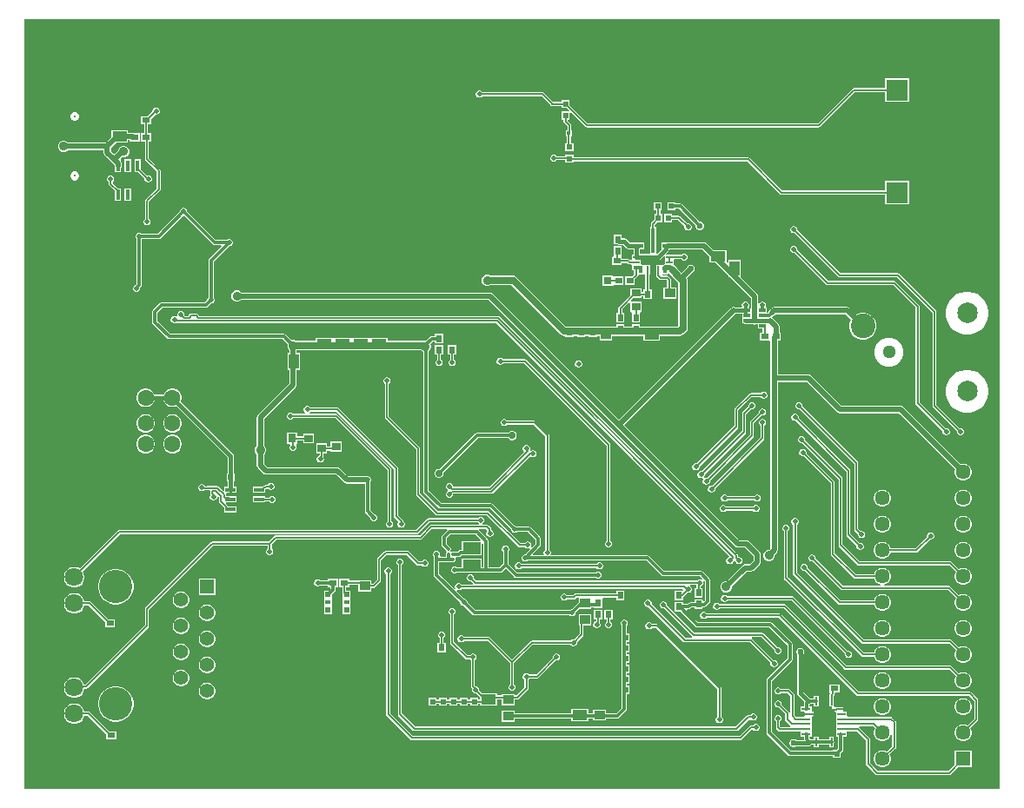
<source format=gbr>
%TF.GenerationSoftware,Altium Limited,Altium Designer,23.8.1 (32)*%
G04 Layer_Physical_Order=4*
G04 Layer_Color=16711680*
%FSLAX45Y45*%
%MOMM*%
%TF.SameCoordinates,47205040-CD91-4698-B5C6-F5A5CD4DDF21*%
%TF.FilePolarity,Positive*%
%TF.FileFunction,Copper,L4,Bot,Signal*%
%TF.Part,Single*%
G01*
G75*
%TA.AperFunction,SMDPad,CuDef*%
%ADD12R,0.56000X0.62000*%
%ADD13R,0.62000X0.56000*%
%ADD14R,1.47000X0.99000*%
%ADD15R,0.75000X0.60000*%
%ADD19R,0.60000X0.75000*%
%ADD20R,0.80000X0.80000*%
%ADD24R,1.02000X0.87000*%
%ADD25R,0.80000X0.94000*%
%ADD27R,0.94000X0.80000*%
%TA.AperFunction,Conductor*%
%ADD34C,0.30000*%
%ADD35C,0.20000*%
%ADD36C,0.70000*%
%ADD37C,0.16000*%
%ADD38C,0.40000*%
%ADD39C,0.50000*%
%ADD40C,0.15000*%
%ADD42C,0.18400*%
%TA.AperFunction,ComponentPad*%
%ADD44C,2.25000*%
%ADD45R,2.10000X2.10000*%
%ADD46R,1.44600X1.44600*%
%ADD47C,1.44600*%
%ADD48C,1.99500*%
%ADD49C,1.29500*%
%ADD50C,2.40000*%
%ADD51R,2.40000X2.40000*%
%ADD52C,4.00000*%
%ADD53C,1.60000*%
%ADD54C,0.32500*%
%ADD55R,1.40800X1.40800*%
%ADD56C,3.25000*%
%ADD57C,1.40800*%
%ADD58C,1.80000*%
%TA.AperFunction,ViaPad*%
%ADD59C,0.50000*%
%ADD60C,0.90000*%
%ADD61C,0.60000*%
%ADD62C,0.70000*%
%TA.AperFunction,SMDPad,CuDef*%
%ADD63R,0.67000X0.30000*%
%ADD64R,0.28000X0.85000*%
%ADD65R,0.85000X0.28000*%
%ADD66R,2.05000X2.55000*%
%ADD67R,0.60000X0.60000*%
%ADD68R,0.60000X0.40000*%
%TA.AperFunction,BGAPad,CuDef*%
%ADD69C,0.30600*%
%TA.AperFunction,SMDPad,CuDef*%
%ADD70R,1.80000X1.20000*%
%ADD71R,0.99000X1.47000*%
%ADD72R,0.55000X0.60000*%
%ADD73R,0.60000X0.35000*%
%ADD74R,0.70000X0.25000*%
%ADD75R,1.00000X0.40000*%
%ADD76R,0.40000X0.80000*%
%ADD77R,0.40000X2.40000*%
%ADD78R,0.40000X0.70000*%
%ADD79R,0.25000X0.70000*%
%ADD80R,0.30000X0.70000*%
%ADD81R,2.00000X1.30000*%
%ADD82R,0.40000X1.00000*%
%ADD83R,1.00000X0.90000*%
%ADD84R,0.88000X0.78000*%
%ADD85R,1.30000X2.00000*%
%ADD86R,0.46000X0.42000*%
%ADD87R,0.60000X0.57000*%
%ADD88R,0.50000X0.25000*%
G36*
X12040000Y2540000D02*
X2540000D01*
Y10040000D01*
X12040000D01*
Y2540000D01*
D02*
G37*
%LPC*%
G36*
X3829662Y9179000D02*
X3815738D01*
X3802874Y9173672D01*
X3793028Y9163826D01*
X3787700Y9150962D01*
Y9138838D01*
X3743961Y9095100D01*
X3677800D01*
Y9015100D01*
X3704908D01*
Y8930000D01*
X3677800D01*
Y8850000D01*
X3713408D01*
Y8677250D01*
X3714960Y8669446D01*
X3719381Y8662831D01*
X3827708Y8554503D01*
Y8391497D01*
X3719381Y8283169D01*
X3714960Y8276554D01*
X3713408Y8268750D01*
Y8093606D01*
X3704128Y8084326D01*
X3698800Y8071462D01*
Y8057538D01*
X3704128Y8044674D01*
X3713974Y8034828D01*
X3726838Y8029500D01*
X3740762D01*
X3753626Y8034828D01*
X3763472Y8044674D01*
X3768800Y8057538D01*
Y8071462D01*
X3763472Y8084326D01*
X3754192Y8093606D01*
Y8260303D01*
X3862519Y8368631D01*
X3866940Y8375246D01*
X3868492Y8383050D01*
Y8562950D01*
X3866940Y8570753D01*
X3862519Y8577369D01*
X3754192Y8685697D01*
Y8850000D01*
X3772800D01*
Y8930000D01*
X3745692D01*
Y9015100D01*
X3772800D01*
Y9066261D01*
X3815597Y9109058D01*
X3815738Y9109000D01*
X3829662D01*
X3842526Y9114328D01*
X3852372Y9124174D01*
X3857700Y9137038D01*
Y9150962D01*
X3852372Y9163826D01*
X3842526Y9173672D01*
X3829662Y9179000D01*
D02*
G37*
G36*
X3039554Y9132600D02*
X3022646D01*
X3007025Y9126130D01*
X2995070Y9114174D01*
X2988600Y9098554D01*
Y9081646D01*
X2995070Y9066026D01*
X3007025Y9054070D01*
X3022646Y9047600D01*
X3039554D01*
X3055174Y9054070D01*
X3067130Y9066026D01*
X3073600Y9081646D01*
Y9098554D01*
X3067130Y9114174D01*
X3055174Y9126130D01*
X3039554Y9132600D01*
D02*
G37*
G36*
X11155000Y9465000D02*
X10925000D01*
Y9369576D01*
X10620000D01*
X10612509Y9368086D01*
X10606158Y9363843D01*
X10266192Y9023876D01*
X8029009D01*
X7850500Y9202384D01*
Y9251700D01*
X7770500D01*
Y9234176D01*
X7731200D01*
Y9237100D01*
X7688885D01*
X7603042Y9322942D01*
X7596692Y9327186D01*
X7589200Y9328676D01*
X7002075D01*
X7001972Y9328926D01*
X6992126Y9338772D01*
X6979262Y9344100D01*
X6965338D01*
X6952474Y9338772D01*
X6942628Y9328926D01*
X6937300Y9316062D01*
Y9302138D01*
X6942628Y9289274D01*
X6952474Y9279428D01*
X6965338Y9274100D01*
X6979262D01*
X6992126Y9279428D01*
X7001972Y9289274D01*
X7002075Y9289524D01*
X7581092D01*
X7661200Y9209416D01*
Y9192100D01*
X7731200D01*
Y9195024D01*
X7770500D01*
Y9174700D01*
X7822815D01*
X7846115Y9151400D01*
X7840855Y9138700D01*
X7770500D01*
Y9061700D01*
X7790924D01*
Y9042400D01*
X7792414Y9034909D01*
X7796658Y9028558D01*
X7829024Y8996192D01*
Y8959100D01*
X7810500D01*
Y8897100D01*
X7823924D01*
Y8832600D01*
X7808600D01*
Y8755600D01*
X7888600D01*
Y8832600D01*
X7863076D01*
Y8897100D01*
X7876500D01*
Y8959100D01*
X7868176D01*
Y9004300D01*
X7866686Y9011791D01*
X7862442Y9018142D01*
X7831585Y9049000D01*
X7833718Y9061700D01*
X7850500D01*
Y9129055D01*
X7863200Y9134315D01*
X8007057Y8990458D01*
X8013408Y8986214D01*
X8020900Y8984724D01*
X10274300D01*
X10281791Y8986214D01*
X10288142Y8990458D01*
X10628109Y9330424D01*
X10925000D01*
Y9235000D01*
X11155000D01*
Y9465000D01*
D02*
G37*
G36*
X3550599Y8956400D02*
X3383600D01*
Y8887867D01*
X3332518Y8836786D01*
X2963096D01*
X2952155Y8847727D01*
X2931940Y8856100D01*
X2910060D01*
X2889845Y8847727D01*
X2874373Y8832255D01*
X2866000Y8812040D01*
Y8790160D01*
X2874373Y8769945D01*
X2889845Y8754473D01*
X2910060Y8746100D01*
X2931940D01*
X2952155Y8754473D01*
X2963096Y8765414D01*
X3311614D01*
Y8737701D01*
X3314330Y8724045D01*
X3322066Y8712467D01*
X3374298Y8660235D01*
X3416078Y8618455D01*
Y8613237D01*
X3418795Y8599580D01*
X3421764Y8595136D01*
Y8553237D01*
X3481764D01*
Y8595136D01*
X3484733Y8599580D01*
X3487449Y8613237D01*
Y8633237D01*
X3484733Y8646893D01*
X3481764Y8651337D01*
Y8673236D01*
X3481764D01*
X3477668Y8683125D01*
X3491137Y8696594D01*
X3494260Y8695300D01*
X3516140D01*
X3536355Y8703673D01*
X3551827Y8719145D01*
X3560200Y8739360D01*
Y8761240D01*
X3551827Y8781455D01*
X3536355Y8796927D01*
X3516140Y8805300D01*
X3494260D01*
X3474045Y8796927D01*
X3458573Y8781455D01*
X3450200Y8761240D01*
Y8756592D01*
X3414763Y8721155D01*
X3414313D01*
X3382985Y8752482D01*
Y8786318D01*
X3434067Y8837400D01*
X3550599D01*
Y8861214D01*
X3567800D01*
Y8850000D01*
X3662800D01*
Y8930000D01*
X3613899D01*
X3600900Y8932586D01*
X3550599D01*
Y8956400D01*
D02*
G37*
G36*
X3576764Y8673236D02*
X3516764D01*
Y8553237D01*
X3576764D01*
Y8673236D01*
D02*
G37*
G36*
X3039554Y8554600D02*
X3022646D01*
X3007025Y8548130D01*
X2995070Y8536174D01*
X2988600Y8520554D01*
Y8503646D01*
X2995070Y8488026D01*
X3007025Y8476070D01*
X3022646Y8469600D01*
X3039554D01*
X3055174Y8476070D01*
X3067130Y8488026D01*
X3073600Y8503646D01*
Y8520554D01*
X3067130Y8536174D01*
X3055174Y8548130D01*
X3039554Y8554600D01*
D02*
G37*
G36*
X3671764Y8673236D02*
X3611764D01*
Y8553237D01*
X3645809D01*
X3711500Y8487546D01*
Y8476638D01*
X3716828Y8463774D01*
X3726674Y8453928D01*
X3739538Y8448600D01*
X3753462D01*
X3766326Y8453928D01*
X3776172Y8463774D01*
X3781500Y8476638D01*
Y8490562D01*
X3776172Y8503426D01*
X3766326Y8513272D01*
X3753462Y8518600D01*
X3739538D01*
X3734459Y8516496D01*
X3671764Y8579191D01*
Y8673236D01*
D02*
G37*
G36*
X3576764Y8393236D02*
X3516764D01*
Y8273237D01*
X3576764D01*
Y8393236D01*
D02*
G37*
G36*
X3385162Y8518600D02*
X3371238D01*
X3358374Y8513272D01*
X3348528Y8503426D01*
X3343200Y8490562D01*
Y8476638D01*
X3348528Y8463774D01*
X3358374Y8453928D01*
X3362048Y8452407D01*
Y8434600D01*
X3363445Y8427577D01*
X3367423Y8421623D01*
X3421764Y8367282D01*
Y8273237D01*
X3481764D01*
Y8393236D01*
X3447719D01*
X3398927Y8442028D01*
Y8454830D01*
X3407872Y8463774D01*
X3413200Y8476638D01*
Y8490562D01*
X3407872Y8503426D01*
X3398026Y8513272D01*
X3385162Y8518600D01*
D02*
G37*
G36*
X7703162Y8721800D02*
X7689238D01*
X7676374Y8716472D01*
X7666528Y8706626D01*
X7661200Y8693762D01*
Y8679838D01*
X7666528Y8666974D01*
X7676374Y8657128D01*
X7689238Y8651800D01*
X7703162D01*
X7716026Y8657128D01*
X7725872Y8666974D01*
X7725975Y8667224D01*
X7808600D01*
Y8642600D01*
X7888600D01*
Y8654524D01*
X9580392D01*
X9898758Y8336158D01*
X9905108Y8331914D01*
X9912600Y8330424D01*
X10925000D01*
Y8235000D01*
X11155000D01*
Y8465000D01*
X10925000D01*
Y8369576D01*
X9920709D01*
X9602342Y8687942D01*
X9595991Y8692186D01*
X9588500Y8693676D01*
X7888600D01*
Y8719600D01*
X7808600D01*
Y8706376D01*
X7725975D01*
X7725872Y8706626D01*
X7716026Y8716472D01*
X7703162Y8721800D01*
D02*
G37*
G36*
X8878200Y8256900D02*
X8803200D01*
Y8176900D01*
X8878200D01*
Y8191410D01*
X8917542D01*
X9078600Y8030352D01*
Y8018443D01*
X9084690Y8003742D01*
X9095942Y7992490D01*
X9110643Y7986400D01*
X9126557D01*
X9141258Y7992490D01*
X9152510Y8003742D01*
X9158600Y8018443D01*
Y8034357D01*
X9152510Y8049058D01*
X9141258Y8060310D01*
X9126557Y8066400D01*
X9114648D01*
X8946124Y8234924D01*
X8937855Y8240449D01*
X8928100Y8242390D01*
X8878200D01*
Y8256900D01*
D02*
G37*
G36*
X8849000Y8143600D02*
X8773000D01*
Y8061600D01*
X8849000D01*
Y8082208D01*
X8906953D01*
X8969300Y8019862D01*
Y8006738D01*
X8974628Y7993874D01*
X8984474Y7984028D01*
X8997338Y7978700D01*
X9011262D01*
X9024126Y7984028D01*
X9033972Y7993874D01*
X9039300Y8006738D01*
Y8020662D01*
X9033972Y8033526D01*
X9024126Y8043372D01*
X9011262Y8048700D01*
X8998138D01*
X8929819Y8117019D01*
X8923204Y8121440D01*
X8915400Y8122992D01*
X8849000D01*
Y8143600D01*
D02*
G37*
G36*
X8748200Y8256900D02*
X8673200D01*
Y8176900D01*
X8692458D01*
Y8143600D01*
X8677000D01*
Y8090439D01*
X8646981Y8060419D01*
X8642560Y8053804D01*
X8641008Y8046000D01*
Y8015100D01*
X8631400D01*
Y7765888D01*
X8631400Y7755100D01*
X8619493Y7753188D01*
X8531988D01*
Y7800100D01*
X8576400D01*
Y7860100D01*
X8519355D01*
X8516400Y7860688D01*
X8438570D01*
X8404229Y7895029D01*
X8394306Y7901659D01*
X8382600Y7903988D01*
X8382599Y7903987D01*
X8358500D01*
Y7938400D01*
X8278500D01*
Y7843400D01*
X8325544D01*
X8328500Y7842812D01*
X8328501Y7842812D01*
X8369930D01*
X8404271Y7808472D01*
X8404271Y7808471D01*
X8414195Y7801841D01*
X8425900Y7799512D01*
X8425901Y7799512D01*
X8470812D01*
Y7745100D01*
X8456400D01*
Y7700100D01*
X8447390Y7691192D01*
X8441247D01*
X8434519Y7697919D01*
X8427904Y7702340D01*
X8420100Y7703892D01*
X8357500D01*
Y7723499D01*
X8357500D01*
X8358501Y7733401D01*
X8358500D01*
X8358500Y7735786D01*
Y7828400D01*
X8278500D01*
Y7733400D01*
X8271741Y7723500D01*
X8262500D01*
Y7643500D01*
X8357500D01*
Y7663108D01*
X8411653D01*
X8418380Y7656381D01*
X8418381Y7656381D01*
X8424996Y7651960D01*
X8432800Y7650408D01*
X8432801Y7650408D01*
X8445899D01*
X8456400Y7645100D01*
X8456400Y7637400D01*
Y7590100D01*
X8476008D01*
Y7553347D01*
X8455661Y7533000D01*
X8389500D01*
Y7453000D01*
X8484500D01*
Y7504161D01*
X8510819Y7530480D01*
X8510819Y7530481D01*
X8515240Y7537096D01*
X8516792Y7544900D01*
X8524089Y7555100D01*
X8573700D01*
X8576400Y7555100D01*
X8588508Y7553671D01*
Y7405000D01*
X8570600D01*
Y7377892D01*
X8553300D01*
Y7419500D01*
X8439300D01*
Y7348339D01*
X8329481Y7238519D01*
X8325060Y7231904D01*
X8323508Y7224100D01*
Y7176400D01*
X8303900D01*
Y7081400D01*
X8383900D01*
Y7176400D01*
X8364292D01*
Y7215653D01*
X8426600Y7277962D01*
X8439300Y7272701D01*
Y7185500D01*
X8447609D01*
X8456300Y7176400D01*
Y7081400D01*
X8536300D01*
Y7176400D01*
X8544991Y7185500D01*
X8553300D01*
Y7285500D01*
X8452099D01*
X8446838Y7298200D01*
X8468139Y7319500D01*
X8553300D01*
Y7337108D01*
X8570600D01*
Y7310000D01*
X8650600D01*
Y7405000D01*
X8629292D01*
Y7555100D01*
X8631400D01*
Y7645100D01*
X8589100D01*
X8586400Y7645100D01*
X8576400D01*
X8573700Y7645100D01*
X8557029D01*
X8546400Y7650101D01*
X8546400Y7657800D01*
Y7692012D01*
X8713199D01*
X8713200Y7692012D01*
X8724905Y7694341D01*
X8734829Y7700971D01*
X8764667Y7730809D01*
X8776400Y7725949D01*
Y7700101D01*
X8776400D01*
Y7695099D01*
X8776400D01*
Y7650786D01*
X8762744Y7648069D01*
X8758300Y7645100D01*
X8749100D01*
X8746400Y7645100D01*
X8736400D01*
X8733700Y7645100D01*
X8691400D01*
Y7555100D01*
X8693508D01*
Y7542100D01*
X8695060Y7534296D01*
X8699481Y7527681D01*
X8723181Y7503981D01*
X8729796Y7499560D01*
X8737600Y7498008D01*
X8792653D01*
X8797908Y7492753D01*
Y7424000D01*
X8765500D01*
Y7317000D01*
X8887500D01*
Y7424000D01*
X8838692D01*
Y7501200D01*
X8837140Y7509004D01*
X8832719Y7515619D01*
X8832719Y7515620D01*
X8815519Y7532819D01*
X8808904Y7537240D01*
X8801100Y7538792D01*
X8750796D01*
X8748767Y7542400D01*
X8748777Y7542764D01*
X8756195Y7555100D01*
X8806400D01*
Y7561073D01*
X8819100Y7564925D01*
X8823957Y7557657D01*
X8907618Y7473995D01*
Y7045994D01*
X8905206Y7043582D01*
X8536300D01*
Y7066400D01*
X8456300D01*
Y7043582D01*
X8383900D01*
Y7066400D01*
X8303900D01*
Y7043582D01*
X7816805D01*
X7334943Y7525443D01*
X7320058Y7535389D01*
X7302500Y7538882D01*
X7080400D01*
X7079655Y7539627D01*
X7059440Y7548000D01*
X7037560D01*
X7017345Y7539627D01*
X7001873Y7524155D01*
X6993500Y7503940D01*
Y7482060D01*
X7001873Y7461845D01*
X7017345Y7446373D01*
X7037560Y7438000D01*
X7059440D01*
X7079655Y7446373D01*
X7080400Y7447118D01*
X7283495D01*
X7765357Y6965257D01*
X7780242Y6955311D01*
X7797800Y6951818D01*
X7807601D01*
Y6944200D01*
X7889600D01*
Y6951818D01*
X7921901D01*
Y6944200D01*
X8003900D01*
Y6951818D01*
X8036201D01*
Y6944200D01*
X8118200D01*
Y6951818D01*
X8143200D01*
Y6910600D01*
X8265200D01*
Y6951818D01*
X8565200D01*
Y6905900D01*
X8732200D01*
Y6951818D01*
X8924210D01*
X8941769Y6955311D01*
X8956654Y6965257D01*
X8985943Y6994546D01*
X8995889Y7009431D01*
X8999382Y7026990D01*
Y7493000D01*
X8995889Y7510558D01*
X8990897Y7518030D01*
X9041943Y7569076D01*
X9052358Y7573390D01*
X9063610Y7584642D01*
X9069700Y7599343D01*
Y7615257D01*
X9063610Y7629958D01*
X9052358Y7641210D01*
X9037657Y7647300D01*
X9021743D01*
X9007042Y7641210D01*
X8995790Y7629958D01*
X8991476Y7619543D01*
X8941660Y7569727D01*
X8898804Y7612582D01*
X8898789Y7612658D01*
X8888843Y7627543D01*
X8873958Y7637489D01*
X8868997Y7638476D01*
X8866400Y7650100D01*
X8866400Y7650101D01*
X8866400Y7650101D01*
Y7695100D01*
X8876363Y7701708D01*
X8936595D01*
X8946374Y7691928D01*
X8959238Y7686600D01*
X8973162D01*
X8986026Y7691928D01*
X8995872Y7701774D01*
X9001200Y7714638D01*
Y7728562D01*
X8995872Y7741426D01*
X8986026Y7751272D01*
X8973162Y7756600D01*
X8959238D01*
X8946374Y7751272D01*
X8937594Y7742492D01*
X8866400D01*
Y7745100D01*
X8795551D01*
X8790691Y7756833D01*
X8810028Y7776171D01*
X8810029Y7776171D01*
X8816659Y7786095D01*
X8818314Y7794414D01*
X9147719D01*
X9212900Y7729233D01*
Y7669000D01*
X9273133D01*
X9396200Y7545933D01*
Y7523800D01*
X9418333D01*
X9616314Y7325818D01*
Y7224700D01*
X9602500D01*
X9601973Y7225089D01*
X9595061Y7237400D01*
X9598100Y7244738D01*
Y7258662D01*
X9592772Y7271526D01*
X9582926Y7281372D01*
X9570062Y7286700D01*
X9556138D01*
X9543274Y7281372D01*
X9533428Y7271526D01*
X9528100Y7258662D01*
Y7244738D01*
X9528825Y7242988D01*
X9520339Y7230288D01*
X9464821D01*
X9461256Y7232669D01*
X9447600Y7235386D01*
X9433944Y7232669D01*
X9422366Y7224934D01*
X8331200Y6133767D01*
X7099134Y7365834D01*
X7087556Y7373569D01*
X7073900Y7376286D01*
X4652196D01*
X4641255Y7387227D01*
X4621040Y7395600D01*
X4599160D01*
X4578945Y7387227D01*
X4563473Y7371755D01*
X4555100Y7351540D01*
Y7329660D01*
X4563473Y7309445D01*
X4578945Y7293973D01*
X4599160Y7285600D01*
X4621040D01*
X4641255Y7293973D01*
X4652196Y7304914D01*
X7059118D01*
X8305966Y6058066D01*
X9461666Y4902366D01*
X9473244Y4894631D01*
X9486900Y4891914D01*
X9561018D01*
X9641714Y4811218D01*
Y4764582D01*
X9605468Y4728336D01*
X9556750D01*
X9543094Y4725619D01*
X9531516Y4717884D01*
X9377133Y4563500D01*
X9361660D01*
X9341445Y4555127D01*
X9325973Y4539655D01*
X9317600Y4519440D01*
Y4497560D01*
X9325973Y4477345D01*
X9341445Y4461873D01*
X9361660Y4453500D01*
X9383540D01*
X9403755Y4461873D01*
X9419227Y4477345D01*
X9427600Y4497560D01*
Y4513033D01*
X9571532Y4656964D01*
X9620250D01*
X9633906Y4659681D01*
X9645484Y4667416D01*
X9702634Y4724566D01*
X9710369Y4736144D01*
X9713086Y4749800D01*
Y4826000D01*
X9710369Y4839656D01*
X9702634Y4851234D01*
X9601034Y4952834D01*
X9589456Y4960569D01*
X9575800Y4963286D01*
X9501682D01*
X8381667Y6083300D01*
X9467480Y7169112D01*
X9534500D01*
Y7074700D01*
X9551617D01*
X9556495Y7071441D01*
X9568200Y7069112D01*
X9634780D01*
X9638344Y7066731D01*
X9652000Y7064014D01*
X9665656Y7066731D01*
X9669220Y7069112D01*
X9682500D01*
Y7024700D01*
X9729008D01*
Y6986900D01*
X9701900D01*
Y6906900D01*
X9796900D01*
X9806814Y6900174D01*
Y6540500D01*
Y4878882D01*
X9796233Y4868300D01*
X9780760D01*
X9760545Y4859927D01*
X9745073Y4844455D01*
X9736700Y4824240D01*
Y4802360D01*
X9745073Y4782145D01*
X9760545Y4766673D01*
X9780760Y4758300D01*
X9802640D01*
X9822855Y4766673D01*
X9838327Y4782145D01*
X9846700Y4802360D01*
Y4817833D01*
X9867734Y4838866D01*
X9875469Y4850444D01*
X9878186Y4864100D01*
Y6504814D01*
X10157918D01*
X10452266Y6210466D01*
X10463844Y6202731D01*
X10477500Y6200014D01*
X11059618D01*
X11606138Y5653495D01*
X11601700Y5636935D01*
Y5615265D01*
X11607309Y5594333D01*
X11618144Y5575567D01*
X11633467Y5560244D01*
X11652233Y5549409D01*
X11673165Y5543800D01*
X11694835D01*
X11715767Y5549409D01*
X11734533Y5560244D01*
X11749856Y5575567D01*
X11760691Y5594333D01*
X11766300Y5615265D01*
Y5636935D01*
X11760691Y5657867D01*
X11749856Y5676633D01*
X11734533Y5691956D01*
X11715767Y5702791D01*
X11694835Y5708400D01*
X11673165D01*
X11656605Y5703962D01*
X11099634Y6260934D01*
X11088056Y6268669D01*
X11074400Y6271386D01*
X10492282D01*
X10197934Y6565734D01*
X10186356Y6573469D01*
X10172700Y6576186D01*
X9878186D01*
Y6900835D01*
X9879869Y6903354D01*
X9880574Y6906900D01*
X9906900D01*
Y6986900D01*
X9895086D01*
Y7044300D01*
X9892369Y7057956D01*
X9884634Y7069534D01*
X9829234Y7124934D01*
X9824222Y7128282D01*
X9826904Y7141764D01*
X9830756Y7142531D01*
X9842334Y7150266D01*
X9856082Y7164014D01*
X10540118D01*
X10592461Y7111672D01*
X10584959Y7098678D01*
X10576100Y7065615D01*
Y7031385D01*
X10584959Y6998322D01*
X10602074Y6968678D01*
X10626278Y6944474D01*
X10655922Y6927359D01*
X10688985Y6918500D01*
X10723215D01*
X10756278Y6927359D01*
X10785922Y6944474D01*
X10810126Y6968678D01*
X10827241Y6998322D01*
X10836100Y7031385D01*
Y7065615D01*
X10827241Y7098678D01*
X10810126Y7128322D01*
X10785922Y7152526D01*
X10756278Y7169641D01*
X10723215Y7178500D01*
X10688985D01*
X10655922Y7169641D01*
X10642928Y7162139D01*
X10580134Y7224934D01*
X10568556Y7232669D01*
X10554900Y7235386D01*
X9841300D01*
X9827644Y7232669D01*
X9816066Y7224934D01*
X9791866Y7200734D01*
X9784131Y7189156D01*
X9782200Y7179451D01*
X9769500Y7180702D01*
Y7224700D01*
X9767600D01*
X9767073Y7225089D01*
X9760161Y7237400D01*
X9763200Y7244738D01*
Y7258662D01*
X9757872Y7271526D01*
X9748026Y7281372D01*
X9735162Y7286700D01*
X9721238D01*
X9708374Y7281372D01*
X9700386Y7273383D01*
X9691601Y7275200D01*
X9687686Y7277277D01*
Y7340600D01*
X9684969Y7354256D01*
X9677234Y7365834D01*
X9515200Y7527867D01*
Y7690800D01*
X9396200D01*
Y7672545D01*
X9386568Y7666803D01*
X9383500Y7666559D01*
X9379900Y7670456D01*
Y7788000D01*
X9255067D01*
X9187734Y7855334D01*
X9176156Y7863069D01*
X9162500Y7865786D01*
X8806400D01*
X8792744Y7863069D01*
X8789180Y7860688D01*
X8788400D01*
X8785445Y7860100D01*
X8746400D01*
Y7800100D01*
X8746400Y7800100D01*
X8746400D01*
X8738515Y7791172D01*
X8704100Y7756758D01*
X8691400Y7761806D01*
X8691400Y7765888D01*
Y8015100D01*
X8681792D01*
Y8037553D01*
X8705839Y8061600D01*
X8753000D01*
Y8143600D01*
X8733242D01*
Y8176900D01*
X8748200D01*
Y8256900D01*
D02*
G37*
G36*
X8270700Y7543000D02*
X8170700D01*
Y7443000D01*
X8270700D01*
Y7443945D01*
X8279500Y7453000D01*
X8374500D01*
Y7533000D01*
X8279500D01*
X8270700Y7542055D01*
Y7543000D01*
D02*
G37*
G36*
X4070962Y7197800D02*
X4057038D01*
X4044174Y7192472D01*
X4034329Y7182626D01*
X4029000Y7169762D01*
Y7155838D01*
X4032451Y7147507D01*
X4021685Y7140313D01*
X4020326Y7141672D01*
X4007462Y7147000D01*
X3993538D01*
X3980674Y7141672D01*
X3970828Y7131826D01*
X3965500Y7118962D01*
Y7105038D01*
X3970828Y7092174D01*
X3980674Y7082328D01*
X3993538Y7077000D01*
X4007462D01*
X4016992Y7080947D01*
X7135594D01*
X9406342Y4810200D01*
X9405107Y4804179D01*
X9401859Y4796722D01*
X9390874Y4792172D01*
X9381028Y4782326D01*
X9375700Y4769462D01*
Y4755538D01*
X9381028Y4742674D01*
X9390874Y4732828D01*
X9403738Y4727500D01*
X9417662D01*
X9430526Y4732828D01*
X9440372Y4742674D01*
X9445700Y4755538D01*
Y4758151D01*
X9458400Y4763447D01*
X9464600Y4757306D01*
Y4755538D01*
X9469928Y4742674D01*
X9479774Y4732828D01*
X9492638Y4727500D01*
X9506562D01*
X9519426Y4732828D01*
X9529272Y4742674D01*
X9534600Y4755538D01*
Y4769462D01*
X9529272Y4782326D01*
X9519426Y4792172D01*
X9506562Y4797500D01*
X9492638D01*
X9488253Y4809233D01*
Y4814315D01*
X9486856Y4821339D01*
X9482877Y4827292D01*
X7168392Y7141777D01*
X7162439Y7145756D01*
X7155415Y7147153D01*
X4240556D01*
X4239182Y7154063D01*
X4235203Y7160017D01*
X4228523Y7166697D01*
X4222569Y7170676D01*
X4215546Y7172073D01*
X4162106D01*
X4155083Y7170676D01*
X4149129Y7166697D01*
X4142449Y7160017D01*
X4138471Y7154063D01*
X4137096Y7147153D01*
X4107771D01*
X4099000Y7155838D01*
Y7169762D01*
X4093672Y7182626D01*
X4083826Y7192472D01*
X4070962Y7197800D01*
D02*
G37*
G36*
X11742734Y7385000D02*
X11701466D01*
X11660991Y7376949D01*
X11622864Y7361156D01*
X11588552Y7338229D01*
X11559371Y7309048D01*
X11536444Y7274736D01*
X11520651Y7236609D01*
X11512600Y7196134D01*
Y7154866D01*
X11520651Y7114391D01*
X11536444Y7076264D01*
X11559371Y7041952D01*
X11588552Y7012771D01*
X11622864Y6989844D01*
X11660991Y6974051D01*
X11701466Y6966000D01*
X11742734D01*
X11783209Y6974051D01*
X11821336Y6989844D01*
X11855648Y7012771D01*
X11884829Y7041952D01*
X11907756Y7076264D01*
X11923549Y7114391D01*
X11931600Y7154866D01*
Y7196134D01*
X11923549Y7236609D01*
X11907756Y7274736D01*
X11884829Y7309048D01*
X11855648Y7338229D01*
X11821336Y7361156D01*
X11783209Y7376949D01*
X11742734Y7385000D01*
D02*
G37*
G36*
X4096362Y8201100D02*
X4082438D01*
X4069574Y8195772D01*
X4059728Y8185926D01*
X4054400Y8173062D01*
Y8167148D01*
X3837542Y7950290D01*
X3681608D01*
X3677426Y7954472D01*
X3664562Y7959800D01*
X3650638D01*
X3637774Y7954472D01*
X3627928Y7944626D01*
X3622600Y7931762D01*
Y7917838D01*
X3627928Y7904974D01*
X3632110Y7900792D01*
Y7458170D01*
X3625740Y7451800D01*
X3625238D01*
X3612374Y7446472D01*
X3602528Y7436626D01*
X3597200Y7423762D01*
Y7409838D01*
X3602528Y7396974D01*
X3612374Y7387128D01*
X3625238Y7381800D01*
X3639162D01*
X3652026Y7387128D01*
X3661872Y7396974D01*
X3667200Y7409838D01*
Y7421164D01*
X3675624Y7429588D01*
X3681149Y7437858D01*
X3683090Y7447612D01*
Y7899310D01*
X3848100D01*
X3857855Y7901251D01*
X3866124Y7906776D01*
X4089400Y8130052D01*
X4376176Y7843276D01*
X4384445Y7837751D01*
X4394200Y7835810D01*
X4455769D01*
X4460629Y7824077D01*
X4338076Y7701524D01*
X4332551Y7693255D01*
X4330610Y7683500D01*
Y7326508D01*
X4326428Y7322326D01*
X4321100Y7309462D01*
Y7303548D01*
X4294742Y7277190D01*
X3873500D01*
X3863746Y7275249D01*
X3855476Y7269724D01*
X3791976Y7206224D01*
X3786451Y7197955D01*
X3784510Y7188200D01*
Y7086600D01*
X3786451Y7076845D01*
X3791976Y7068576D01*
X3931676Y6928876D01*
X3939946Y6923351D01*
X3949700Y6921410D01*
X5056742D01*
X5103547Y6874606D01*
X5101200Y6868940D01*
Y6847060D01*
X5109573Y6826845D01*
X5120514Y6815904D01*
Y6789100D01*
X5102500D01*
Y6622100D01*
X5120514D01*
Y6491782D01*
X4813466Y6184734D01*
X4805731Y6173156D01*
X4803014Y6159500D01*
Y5884096D01*
X4792073Y5873155D01*
X4783700Y5852940D01*
Y5831060D01*
X4792073Y5810845D01*
X4803014Y5799904D01*
Y5689600D01*
X4805731Y5675944D01*
X4813466Y5664366D01*
X4864266Y5613566D01*
X4875844Y5605831D01*
X4889500Y5603114D01*
X5573218D01*
X5651666Y5524666D01*
X5663244Y5516931D01*
X5676900Y5514214D01*
X5854610D01*
Y5245100D01*
X5856551Y5235345D01*
X5862076Y5227076D01*
X5908600Y5180552D01*
Y5174638D01*
X5913928Y5161774D01*
X5923774Y5151928D01*
X5936638Y5146600D01*
X5950562D01*
X5963426Y5151928D01*
X5973272Y5161774D01*
X5978600Y5174638D01*
Y5188562D01*
X5973272Y5201426D01*
X5963426Y5211272D01*
X5950562Y5216600D01*
X5944648D01*
X5905590Y5255658D01*
Y5525050D01*
X5907286Y5527589D01*
X5909772Y5530074D01*
X5911116Y5533321D01*
X5913069Y5536244D01*
X5913755Y5539691D01*
X5915100Y5542938D01*
Y5546452D01*
X5915786Y5549900D01*
X5915100Y5553348D01*
Y5556862D01*
X5913755Y5560109D01*
X5913069Y5563556D01*
X5911116Y5566479D01*
X5909772Y5569726D01*
X5907286Y5572211D01*
X5905334Y5575134D01*
X5902411Y5577086D01*
X5899926Y5579572D01*
X5896679Y5580916D01*
X5893756Y5582869D01*
X5890309Y5583555D01*
X5887062Y5584900D01*
X5883548D01*
X5880100Y5585586D01*
X5691682D01*
X5613234Y5664034D01*
X5601656Y5671769D01*
X5588000Y5674486D01*
X4904282D01*
X4874386Y5704382D01*
Y5799904D01*
X4885327Y5810845D01*
X4893700Y5831060D01*
Y5852940D01*
X4885327Y5873155D01*
X4874386Y5884096D01*
Y6144718D01*
X5181434Y6451766D01*
X5189169Y6463344D01*
X5191886Y6477000D01*
Y6622100D01*
X5221500D01*
Y6789100D01*
X5191886D01*
Y6812118D01*
X6407000D01*
X6414095Y6805023D01*
X6426110Y6800047D01*
Y5435600D01*
X6428051Y5425846D01*
X6433576Y5417576D01*
X6573276Y5277876D01*
X6581546Y5272351D01*
X6591300Y5270410D01*
X7076042D01*
X7280200Y5066252D01*
Y5060338D01*
X7285528Y5047474D01*
X7295374Y5037628D01*
X7308238Y5032300D01*
X7322162D01*
X7335026Y5037628D01*
X7339208Y5041810D01*
X7444342D01*
X7518310Y4967842D01*
Y4925458D01*
X7483986Y4891133D01*
X7473219Y4898327D01*
X7477200Y4907938D01*
Y4921862D01*
X7471872Y4934726D01*
X7462026Y4944572D01*
X7449162Y4949900D01*
X7435238D01*
X7422374Y4944572D01*
X7413094Y4935292D01*
X7374447D01*
X7069269Y5240469D01*
X7062654Y5244890D01*
X7054850Y5246442D01*
X6567997D01*
X6395792Y5418647D01*
Y5854700D01*
X6394240Y5862504D01*
X6389819Y5869119D01*
X6389819Y5869120D01*
X6090992Y6167947D01*
Y6485994D01*
X6100272Y6495274D01*
X6105600Y6508138D01*
Y6522062D01*
X6100272Y6534926D01*
X6090426Y6544772D01*
X6077562Y6550100D01*
X6063638D01*
X6050774Y6544772D01*
X6040928Y6534926D01*
X6035600Y6522062D01*
Y6508138D01*
X6040928Y6495274D01*
X6050208Y6485994D01*
Y6159500D01*
X6051760Y6151696D01*
X6056181Y6145081D01*
X6355008Y5846253D01*
Y5410200D01*
X6356560Y5402396D01*
X6360981Y5395781D01*
X6545131Y5211631D01*
X6551746Y5207210D01*
X6559550Y5205658D01*
X6559551Y5205658D01*
X7046403D01*
X7351580Y4900481D01*
X7351581Y4900481D01*
X7358196Y4896060D01*
X7366000Y4894508D01*
X7366001Y4894508D01*
X7413094D01*
X7422374Y4885228D01*
X7435238Y4879900D01*
X7449162D01*
X7458773Y4883881D01*
X7465967Y4873114D01*
X7415752Y4822900D01*
X7409838D01*
X7396974Y4817572D01*
X7387128Y4807726D01*
X7381800Y4794862D01*
Y4780938D01*
X7387128Y4768074D01*
X7396974Y4758228D01*
X7409838Y4752900D01*
X7423762D01*
X7436626Y4758228D01*
X7440808Y4762410D01*
X8600042D01*
X8744976Y4617476D01*
X8753245Y4611951D01*
X8763000Y4610010D01*
X9120742D01*
X9142367Y4588386D01*
X9135172Y4577619D01*
X9125562Y4581600D01*
X9111638D01*
X9098774Y4576272D01*
X9089494Y4566992D01*
X6942647D01*
X6918400Y4591239D01*
Y4604362D01*
X6913072Y4617226D01*
X6903226Y4627072D01*
X6890362Y4632400D01*
X6876438D01*
X6863574Y4627072D01*
X6853728Y4617226D01*
X6848400Y4604362D01*
Y4590438D01*
X6853728Y4577574D01*
X6863574Y4567728D01*
X6876438Y4562400D01*
X6889561D01*
X6910369Y4541592D01*
X6905109Y4528892D01*
X6798206D01*
X6788926Y4538172D01*
X6776062Y4543500D01*
X6762138D01*
X6749274Y4538172D01*
X6739428Y4528326D01*
X6734100Y4515462D01*
Y4501538D01*
X6738081Y4491927D01*
X6727314Y4484733D01*
X6578690Y4633358D01*
Y4751311D01*
X6717500D01*
X6718454Y4751500D01*
X6722532D01*
X6726301Y4753061D01*
X6727254Y4753251D01*
X6728063Y4753791D01*
X6731831Y4755352D01*
X6734716Y4758236D01*
X6735524Y4758776D01*
X6736064Y4759585D01*
X6738948Y4762469D01*
X6740509Y4766237D01*
X6741049Y4767046D01*
X6741239Y4767999D01*
X6742800Y4771768D01*
Y4775846D01*
X6742990Y4776800D01*
X6742800Y4777754D01*
Y4781833D01*
X6741239Y4785601D01*
X6741049Y4786555D01*
X6740509Y4787363D01*
X6739992Y4788610D01*
X6743670Y4797308D01*
X6746730Y4801310D01*
X6769900D01*
X6779655Y4803251D01*
X6787924Y4808776D01*
X6788932Y4809784D01*
X6796100Y4815600D01*
X6996100D01*
Y4925052D01*
X7008800Y4931841D01*
X7010310Y4930832D01*
Y4699090D01*
X6996100D01*
Y4785600D01*
X6796100D01*
Y4699090D01*
X6755008D01*
X6750826Y4703272D01*
X6737962Y4708600D01*
X6724038D01*
X6711174Y4703272D01*
X6701328Y4693426D01*
X6696000Y4680562D01*
Y4666638D01*
X6701328Y4653774D01*
X6711174Y4643928D01*
X6724038Y4638600D01*
X6737962D01*
X6750826Y4643928D01*
X6755008Y4648110D01*
X6796100D01*
Y4645600D01*
X6996100D01*
Y4648110D01*
X7175500D01*
X7185255Y4650051D01*
X7193524Y4655576D01*
X7226300Y4688352D01*
X7309876Y4604776D01*
X7318146Y4599251D01*
X7327900Y4597310D01*
X8103992D01*
X8108174Y4593128D01*
X8121038Y4587800D01*
X8134962D01*
X8147826Y4593128D01*
X8157672Y4602974D01*
X8163000Y4615838D01*
Y4629762D01*
X8157672Y4642626D01*
X8147826Y4652472D01*
X8134962Y4657800D01*
X8121038D01*
X8108174Y4652472D01*
X8103992Y4648290D01*
X7338458D01*
X7251790Y4734958D01*
Y4852792D01*
X7255972Y4856974D01*
X7261300Y4869838D01*
Y4883762D01*
X7255972Y4896626D01*
X7246126Y4906472D01*
X7233262Y4911800D01*
X7219338D01*
X7206474Y4906472D01*
X7196628Y4896626D01*
X7191300Y4883762D01*
Y4869838D01*
X7196628Y4856974D01*
X7200810Y4852792D01*
Y4734958D01*
X7164942Y4699090D01*
X7061290D01*
Y4953000D01*
X7059349Y4962754D01*
X7053824Y4971024D01*
X6965240Y5059608D01*
X6965287Y5060964D01*
X6969249Y5072308D01*
X7037029D01*
X7047768Y5061569D01*
Y5052565D01*
X7044228Y5049026D01*
X7038900Y5036162D01*
Y5022238D01*
X7044228Y5009374D01*
X7054074Y4999528D01*
X7066938Y4994200D01*
X7080862D01*
X7093726Y4999528D01*
X7103572Y5009374D01*
X7108900Y5022238D01*
Y5036162D01*
X7103572Y5049026D01*
X7093726Y5058872D01*
X7088552Y5061015D01*
Y5070016D01*
X7087000Y5077820D01*
X7082579Y5084435D01*
X7059895Y5107119D01*
X7053280Y5111540D01*
X7045476Y5113092D01*
X7005574D01*
X7003048Y5125792D01*
X7004826Y5126528D01*
X7014672Y5136374D01*
X7020000Y5149238D01*
Y5163162D01*
X7014672Y5176026D01*
X7004826Y5185872D01*
X6991962Y5191200D01*
X6978038D01*
X6965174Y5185872D01*
X6955894Y5176592D01*
X6477000D01*
X6469196Y5175040D01*
X6462581Y5170619D01*
X6354253Y5062292D01*
X3465400D01*
X3457596Y5060740D01*
X3450981Y5056319D01*
X3450980Y5056319D01*
X3079922Y4685261D01*
X3063598Y4694685D01*
X3038165Y4701500D01*
X3011835D01*
X2986402Y4694685D01*
X2963599Y4681520D01*
X2944980Y4662901D01*
X2931815Y4640098D01*
X2925000Y4614665D01*
Y4588335D01*
X2931815Y4562902D01*
X2944980Y4540099D01*
X2963599Y4521480D01*
X2986402Y4508315D01*
X3011835Y4501500D01*
X3038165D01*
X3063598Y4508315D01*
X3086401Y4521480D01*
X3105020Y4540099D01*
X3118185Y4562902D01*
X3125000Y4588335D01*
Y4614665D01*
X3118185Y4640098D01*
X3108761Y4656422D01*
X3473846Y5021508D01*
X6362700D01*
X6370504Y5023060D01*
X6377119Y5027481D01*
X6485447Y5135808D01*
X6955894D01*
X6965174Y5126528D01*
X6966952Y5125792D01*
X6964426Y5113092D01*
X6502400D01*
X6494596Y5111540D01*
X6487981Y5107119D01*
X6389483Y5008622D01*
X4988231D01*
X4988230Y5008622D01*
X4980426Y5007069D01*
X4973810Y5002649D01*
X4973810Y5002648D01*
X4919153Y4947992D01*
X4368801D01*
X4368800Y4947992D01*
X4360996Y4946440D01*
X4354381Y4942019D01*
X3719381Y4307019D01*
X3714960Y4300404D01*
X3713408Y4292600D01*
Y4135947D01*
X3134553Y3557092D01*
X3120330D01*
X3118185Y3565098D01*
X3105020Y3587901D01*
X3086401Y3606520D01*
X3063598Y3619685D01*
X3038165Y3626500D01*
X3011835D01*
X2986402Y3619685D01*
X2963599Y3606520D01*
X2944980Y3587901D01*
X2931815Y3565098D01*
X2925000Y3539665D01*
Y3513335D01*
X2931815Y3487902D01*
X2944980Y3465099D01*
X2963599Y3446480D01*
X2986402Y3433315D01*
X3011835Y3426500D01*
X3038165D01*
X3063598Y3433315D01*
X3086401Y3446480D01*
X3105020Y3465099D01*
X3118185Y3487902D01*
X3125000Y3513335D01*
Y3516308D01*
X3143000D01*
X3150804Y3517860D01*
X3157419Y3522281D01*
X3748219Y4113081D01*
X3752640Y4119696D01*
X3754192Y4127500D01*
Y4284153D01*
X4377247Y4907208D01*
X4908208D01*
Y4880506D01*
X4898928Y4871226D01*
X4893600Y4858362D01*
Y4844438D01*
X4898928Y4831574D01*
X4908774Y4821728D01*
X4921638Y4816400D01*
X4935562D01*
X4948426Y4821728D01*
X4958272Y4831574D01*
X4963600Y4844438D01*
Y4858362D01*
X4958272Y4871226D01*
X4948992Y4880506D01*
Y4920153D01*
X4996676Y4967838D01*
X6397930D01*
X6405733Y4969390D01*
X6412349Y4973810D01*
X6510847Y5072308D01*
X6657851D01*
X6661813Y5060964D01*
X6661860Y5059608D01*
X6611376Y5009124D01*
X6605851Y5000855D01*
X6603910Y4991100D01*
Y4915063D01*
X6605851Y4905308D01*
X6611376Y4897039D01*
X6648397Y4860018D01*
X6649729Y4856732D01*
X6650340Y4851800D01*
X6649594Y4845778D01*
X6648936Y4844015D01*
X6646052Y4841131D01*
X6644491Y4837363D01*
X6643951Y4836554D01*
X6643761Y4835601D01*
X6642200Y4831833D01*
Y4827754D01*
X6642010Y4826800D01*
Y4802290D01*
X6595009D01*
X6586523Y4814990D01*
X6588200Y4819038D01*
Y4832962D01*
X6582872Y4845826D01*
X6573026Y4855672D01*
X6560162Y4861000D01*
X6546238D01*
X6533374Y4855672D01*
X6523528Y4845826D01*
X6518200Y4832962D01*
Y4819038D01*
X6523528Y4806174D01*
X6527710Y4801992D01*
Y4775200D01*
Y4622800D01*
X6529651Y4613045D01*
X6535176Y4604776D01*
X6784900Y4355052D01*
Y4349138D01*
X6790228Y4336274D01*
X6800074Y4326428D01*
X6812938Y4321100D01*
X6818852D01*
X6903476Y4236476D01*
X6911746Y4230951D01*
X6921500Y4229010D01*
X7849992D01*
X7854174Y4224828D01*
X7867038Y4219500D01*
X7880962D01*
X7893826Y4224828D01*
X7903672Y4234674D01*
X7909000Y4247538D01*
Y4253452D01*
X7947748Y4292200D01*
X8061000D01*
Y4305210D01*
X8088000D01*
Y4300100D01*
X8168000D01*
Y4390708D01*
X8168000Y4395100D01*
X8177259Y4403408D01*
X8303900D01*
Y4376300D01*
X8383900D01*
Y4471300D01*
X8303900D01*
Y4444192D01*
X7907901D01*
X7907900Y4444192D01*
X7900096Y4442640D01*
X7893481Y4438219D01*
X7893480Y4438218D01*
X7882553Y4427292D01*
X7826906D01*
X7817626Y4436572D01*
X7804762Y4441900D01*
X7790838D01*
X7777974Y4436572D01*
X7768128Y4426726D01*
X7762800Y4413862D01*
Y4399938D01*
X7768128Y4387074D01*
X7777974Y4377228D01*
X7790838Y4371900D01*
X7804762D01*
X7817626Y4377228D01*
X7826906Y4386508D01*
X7891000D01*
X7898804Y4388060D01*
X7905420Y4392481D01*
X7916347Y4403408D01*
X7928800D01*
X7941000Y4402200D01*
X7941000Y4390708D01*
Y4354360D01*
X7940445Y4354249D01*
X7932176Y4348724D01*
X7872952Y4289500D01*
X7867038D01*
X7854174Y4284172D01*
X7849992Y4279990D01*
X6932058D01*
X6854900Y4357148D01*
Y4363062D01*
X6849572Y4375926D01*
X6839726Y4385772D01*
X6826862Y4391100D01*
X6820948D01*
X6745333Y4466714D01*
X6752527Y4477481D01*
X6762138Y4473500D01*
X6776062D01*
X6788926Y4478828D01*
X6798206Y4488108D01*
X8950605D01*
X8954945Y4475408D01*
X8949636Y4471300D01*
X8875400D01*
Y4376300D01*
X8955400D01*
Y4406828D01*
X8959819Y4409781D01*
X8998139Y4448100D01*
X9011262D01*
X9024126Y4453428D01*
X9033972Y4463274D01*
X9039300Y4476138D01*
Y4490062D01*
X9033972Y4502926D01*
X9024126Y4512772D01*
X9022348Y4513508D01*
X9024874Y4526208D01*
X9080577D01*
X9085508Y4520200D01*
Y4496700D01*
X9065900D01*
Y4401700D01*
X9145900D01*
Y4496700D01*
X9126292D01*
Y4511753D01*
X9126323Y4511784D01*
X9126444Y4511965D01*
X9138426Y4516928D01*
X9148272Y4526774D01*
X9153600Y4539638D01*
Y4553562D01*
X9149619Y4563172D01*
X9160386Y4570366D01*
X9169310Y4561442D01*
Y4379358D01*
X9158600Y4368648D01*
X9145900Y4373908D01*
Y4386700D01*
X9065900D01*
Y4361790D01*
X9032000D01*
X9022245Y4359850D01*
X9013976Y4354324D01*
X8998942Y4339290D01*
X8955400D01*
Y4361300D01*
X8875400D01*
Y4266300D01*
X8932052D01*
X9076176Y4122176D01*
X9084446Y4116651D01*
X9094200Y4114710D01*
X9793842D01*
X9969410Y3939142D01*
Y3807858D01*
X9773676Y3612124D01*
X9768151Y3603855D01*
X9766210Y3594100D01*
Y3086100D01*
X9768151Y3076345D01*
X9773676Y3068076D01*
X9976876Y2864876D01*
X9985145Y2859351D01*
X9994900Y2857410D01*
X10411100D01*
Y2842100D01*
X10493100D01*
Y2887852D01*
X10508224Y2902976D01*
X10513749Y2911245D01*
X10515690Y2921000D01*
Y3045700D01*
X10551300D01*
X10551300Y3093700D01*
X10561677Y3099308D01*
X10651353D01*
X10736508Y3014153D01*
Y2781300D01*
X10738060Y2773496D01*
X10742481Y2766881D01*
X10831380Y2677981D01*
X10831381Y2677981D01*
X10837996Y2673560D01*
X10845800Y2672008D01*
X10845801Y2672008D01*
X11544300D01*
X11552104Y2673560D01*
X11558719Y2677981D01*
X11630539Y2749800D01*
X11766300D01*
Y2914400D01*
X11601700D01*
Y2778639D01*
X11535853Y2712792D01*
X10854247D01*
X10777292Y2789747D01*
Y3022599D01*
X10777292Y3022600D01*
X10775740Y3030404D01*
X10771319Y3037019D01*
X10674219Y3134119D01*
X10670495Y3136608D01*
X10673610Y3149308D01*
X10804953D01*
X10826197Y3128065D01*
X10820309Y3117867D01*
X10814700Y3096935D01*
Y3075265D01*
X10820309Y3054333D01*
X10831144Y3035567D01*
X10846467Y3020244D01*
X10865234Y3009409D01*
X10886165Y3003800D01*
X10907835D01*
X10928767Y3009409D01*
X10947533Y3020244D01*
X10962856Y3035567D01*
X10973691Y3054333D01*
X10977808Y3069698D01*
X10990508Y3068026D01*
Y2954847D01*
X10938711Y2903050D01*
X10928767Y2908791D01*
X10907835Y2914400D01*
X10886165D01*
X10865234Y2908791D01*
X10846467Y2897956D01*
X10831144Y2882633D01*
X10820309Y2863867D01*
X10814700Y2842935D01*
Y2821265D01*
X10820309Y2800333D01*
X10831144Y2781567D01*
X10846467Y2766244D01*
X10865234Y2755409D01*
X10886165Y2749800D01*
X10907835D01*
X10928767Y2755409D01*
X10947533Y2766244D01*
X10962856Y2781567D01*
X10973691Y2800333D01*
X10979300Y2821265D01*
Y2842935D01*
X10973691Y2863867D01*
X10967657Y2874318D01*
X11025319Y2931980D01*
X11025319Y2931981D01*
X11029740Y2938596D01*
X11031292Y2946400D01*
X11031292Y2946401D01*
Y3187700D01*
X11029740Y3195504D01*
X11025319Y3202119D01*
X11025319Y3202120D01*
X10993319Y3234119D01*
X10986704Y3238540D01*
X10978900Y3240092D01*
X10561677D01*
X10551300Y3245700D01*
X10551300Y3256400D01*
Y3293700D01*
X10519599D01*
X10515016Y3302020D01*
X10513967Y3306400D01*
X10517640Y3311896D01*
X10519192Y3319700D01*
X10517640Y3327504D01*
X10513219Y3334119D01*
X10506604Y3338540D01*
X10498800Y3340092D01*
X10490996Y3338540D01*
X10487333Y3336092D01*
X10447300D01*
X10439496Y3334540D01*
X10436581Y3332592D01*
X10435056D01*
X10425300Y3339700D01*
X10425300Y3345292D01*
Y3444700D01*
X10430213Y3455365D01*
X10432840Y3459296D01*
X10434392Y3467100D01*
X10440246Y3477900D01*
X10478400D01*
Y3557900D01*
X10383400D01*
Y3477900D01*
X10383400Y3477900D01*
X10384462Y3465200D01*
X10382460Y3462204D01*
X10380908Y3454400D01*
Y3444700D01*
X10377300D01*
Y3339700D01*
X10401098D01*
X10404950Y3327000D01*
X10404381Y3326619D01*
X10313800Y3236038D01*
X10265719Y3284119D01*
X10259103Y3288540D01*
X10251300Y3290092D01*
X10216677D01*
X10206300Y3295700D01*
X10206300Y3302792D01*
Y3343700D01*
X10185490D01*
Y3363187D01*
X10189279Y3363941D01*
X10193424Y3366710D01*
X10227300D01*
Y3339700D01*
X10275300D01*
Y3384711D01*
X10276789Y3392200D01*
X10275300Y3399689D01*
Y3444700D01*
X10227300D01*
Y3417690D01*
X10195342D01*
X10127088Y3485944D01*
Y3847519D01*
X10130410Y3850842D01*
X10136500Y3865543D01*
Y3881457D01*
X10130410Y3896158D01*
X10119158Y3907410D01*
X10104457Y3913500D01*
X10088543D01*
X10073842Y3907410D01*
X10062590Y3896158D01*
X10056500Y3881457D01*
Y3865543D01*
X10062590Y3850842D01*
X10065912Y3847519D01*
Y3473275D01*
X10065912Y3473274D01*
X10068241Y3461568D01*
X10074871Y3451645D01*
X10138728Y3387788D01*
X10136451Y3384381D01*
X10134510Y3374626D01*
Y3343700D01*
X10101300D01*
Y3295700D01*
X10133853D01*
X10137343Y3288388D01*
X10138633Y3283000D01*
X10134960Y3277504D01*
X10133408Y3269700D01*
X10134960Y3261896D01*
X10138633Y3256400D01*
X10137343Y3251013D01*
X10133853Y3243700D01*
X10101300D01*
Y3240092D01*
X10060247D01*
X10040692Y3259647D01*
Y3454400D01*
X10039140Y3462204D01*
X10034719Y3468819D01*
X9996619Y3506919D01*
X9990004Y3511340D01*
X9982200Y3512892D01*
X9909706D01*
X9900426Y3522172D01*
X9887562Y3527500D01*
X9873638D01*
X9860774Y3522172D01*
X9850928Y3512326D01*
X9845600Y3499462D01*
Y3485538D01*
X9850928Y3472674D01*
X9860774Y3462828D01*
X9873638Y3457500D01*
X9887562D01*
X9900426Y3462828D01*
X9909706Y3472108D01*
X9973753D01*
X9999908Y3445953D01*
Y3288210D01*
X9993957Y3286252D01*
X9987208Y3286097D01*
X9983919Y3291019D01*
X9983919Y3291020D01*
X9915600Y3359339D01*
Y3372462D01*
X9910272Y3385326D01*
X9900426Y3395172D01*
X9887562Y3400500D01*
X9873638D01*
X9860774Y3395172D01*
X9850928Y3385326D01*
X9845600Y3372462D01*
Y3358538D01*
X9850928Y3345674D01*
X9860774Y3335828D01*
X9873638Y3330500D01*
X9886761D01*
X9949108Y3268153D01*
Y3212116D01*
X9950660Y3204312D01*
X9955081Y3197696D01*
X9997496Y3155281D01*
X10001221Y3152792D01*
X9998106Y3140092D01*
X9905262D01*
X9900992Y3144363D01*
Y3196694D01*
X9910272Y3205974D01*
X9915600Y3218838D01*
Y3232762D01*
X9910272Y3245626D01*
X9900426Y3255472D01*
X9887562Y3260800D01*
X9873638D01*
X9860774Y3255472D01*
X9850928Y3245626D01*
X9845600Y3232762D01*
Y3218838D01*
X9850928Y3205974D01*
X9860208Y3196694D01*
Y3135916D01*
X9861760Y3128112D01*
X9866181Y3121496D01*
X9882396Y3105281D01*
X9882397Y3105281D01*
X9889012Y3100860D01*
X9896816Y3099308D01*
X10090923D01*
X10101300Y3093700D01*
X10101300Y3083000D01*
Y3045700D01*
X10134510D01*
Y3022600D01*
X10128345Y3015088D01*
X10058981D01*
X10055658Y3018410D01*
X10040957Y3024500D01*
X10025043D01*
X10010342Y3018410D01*
X9999090Y3007158D01*
X9993000Y2992457D01*
Y2976543D01*
X9999090Y2961842D01*
X10010342Y2950590D01*
X10025043Y2944500D01*
X10040957D01*
X10055658Y2950590D01*
X10058981Y2953912D01*
X10172699D01*
X10172700Y2953912D01*
X10184405Y2956241D01*
X10194329Y2962871D01*
X10203168Y2971710D01*
X10227300D01*
Y2944700D01*
X10275300D01*
Y2971710D01*
X10377300D01*
Y2944700D01*
X10425300D01*
Y2989711D01*
X10426790Y2997200D01*
X10425300Y3004689D01*
Y3049700D01*
X10377300D01*
Y3022690D01*
X10275300D01*
Y3049700D01*
X10227300D01*
Y3022690D01*
X10201251D01*
X10197105Y3025459D01*
X10192216Y3026432D01*
X10185648Y3033000D01*
X10185871Y3045700D01*
X10206300D01*
X10206300Y3093700D01*
X10206300Y3106400D01*
X10206300Y3143700D01*
X10206300Y3156400D01*
X10206300Y3193700D01*
X10206300Y3206400D01*
X10206300Y3243700D01*
X10216677Y3249308D01*
X10242853D01*
X10311880Y3180281D01*
X10311881Y3180281D01*
X10318496Y3175860D01*
X10326300Y3174308D01*
X10334104Y3175860D01*
X10340719Y3180281D01*
X10345140Y3186896D01*
X10346692Y3194700D01*
Y3211253D01*
X10425288Y3289850D01*
X10439041Y3289621D01*
X10446300Y3281637D01*
X10446300Y3245700D01*
X10446300Y3233000D01*
X10446300Y3195700D01*
X10446300Y3183000D01*
X10446300Y3145700D01*
X10446300Y3133000D01*
X10446300Y3095700D01*
X10446300Y3083000D01*
Y3045700D01*
X10464710D01*
Y2931558D01*
X10451252Y2918100D01*
X10411100D01*
Y2908390D01*
X10005458D01*
X9817190Y3096658D01*
Y3583542D01*
X10012924Y3779276D01*
X10018449Y3787545D01*
X10020390Y3797300D01*
Y3949700D01*
X10018449Y3959455D01*
X10012924Y3967724D01*
X9822424Y4158224D01*
X9814155Y4163749D01*
X9804400Y4165690D01*
X9104758D01*
X8993871Y4276577D01*
X8998731Y4288310D01*
X9009500D01*
X9019255Y4290251D01*
X9027524Y4295776D01*
X9042558Y4310811D01*
X9065900D01*
Y4291700D01*
X9145900D01*
Y4310811D01*
X9162300D01*
X9172055Y4312751D01*
X9180324Y4318276D01*
X9212824Y4350776D01*
X9218349Y4359046D01*
X9220290Y4368800D01*
Y4572000D01*
X9218349Y4581754D01*
X9212824Y4590024D01*
X9149324Y4653524D01*
X9141055Y4659049D01*
X9131300Y4660990D01*
X8773558D01*
X8628624Y4805924D01*
X8620355Y4811449D01*
X8610600Y4813390D01*
X7673481D01*
X7665360Y4826090D01*
X7667700Y4831738D01*
Y4845662D01*
X7662372Y4858526D01*
X7653092Y4867806D01*
Y5981699D01*
X7653092Y5981700D01*
X7651540Y5989504D01*
X7647119Y5996119D01*
X7647119Y5996120D01*
X7520119Y6123119D01*
X7513504Y6127540D01*
X7505700Y6129092D01*
X7242706D01*
X7233426Y6138372D01*
X7220562Y6143700D01*
X7206638D01*
X7193774Y6138372D01*
X7183928Y6128526D01*
X7178600Y6115662D01*
Y6101738D01*
X7183928Y6088874D01*
X7193774Y6079028D01*
X7206638Y6073700D01*
X7220562D01*
X7233426Y6079028D01*
X7242706Y6088308D01*
X7497253D01*
X7612308Y5973253D01*
Y4867806D01*
X7603028Y4858526D01*
X7597700Y4845662D01*
Y4831738D01*
X7600040Y4826090D01*
X7591919Y4813390D01*
X7494931D01*
X7490071Y4825123D01*
X7561824Y4896876D01*
X7567349Y4905145D01*
X7569290Y4914900D01*
Y4978400D01*
X7567349Y4988154D01*
X7561824Y4996424D01*
X7472924Y5085324D01*
X7464655Y5090849D01*
X7454900Y5092790D01*
X7339208D01*
X7335026Y5096972D01*
X7322162Y5102300D01*
X7316248D01*
X7104624Y5313924D01*
X7096355Y5319449D01*
X7086600Y5321390D01*
X6601858D01*
X6477090Y5446158D01*
Y6805708D01*
X6491877Y6820495D01*
X6500250Y6840710D01*
Y6862590D01*
X6494183Y6877236D01*
X6517158Y6900210D01*
X6538600D01*
Y6878200D01*
X6618600D01*
Y6973200D01*
X6538600D01*
Y6951190D01*
X6506600D01*
X6496846Y6949249D01*
X6488576Y6943724D01*
X6451502Y6906650D01*
X6434310D01*
X6427627Y6903882D01*
X6077900D01*
Y6936000D01*
X5910901D01*
Y6936001D01*
X5900100D01*
Y6936000D01*
X5733101D01*
Y6936001D01*
X5722300D01*
Y6936000D01*
X5555301D01*
Y6936001D01*
X5544500D01*
Y6936000D01*
X5377501D01*
Y6903882D01*
X5188100D01*
X5187355Y6904627D01*
X5167140Y6913000D01*
X5145260D01*
X5139594Y6910653D01*
X5085324Y6964924D01*
X5077055Y6970449D01*
X5067300Y6972390D01*
X3960258D01*
X3835490Y7097158D01*
Y7177642D01*
X3884058Y7226210D01*
X4305300D01*
X4315055Y7228151D01*
X4323324Y7233676D01*
X4357148Y7267500D01*
X4363062D01*
X4375926Y7272828D01*
X4385772Y7282674D01*
X4391100Y7295538D01*
Y7309462D01*
X4385772Y7322326D01*
X4381590Y7326508D01*
Y7672942D01*
X4534948Y7826300D01*
X4540862D01*
X4553726Y7831628D01*
X4563572Y7841474D01*
X4568900Y7854338D01*
Y7868262D01*
X4563572Y7881126D01*
X4553726Y7890972D01*
X4540862Y7896300D01*
X4526938D01*
X4514074Y7890972D01*
X4509892Y7886790D01*
X4404758D01*
X4124400Y8167148D01*
Y8173062D01*
X4119072Y8185926D01*
X4109226Y8195772D01*
X4096362Y8201100D01*
D02*
G37*
G36*
X6745600Y6863200D02*
X6665600D01*
Y6768200D01*
X6687757D01*
Y6723393D01*
X6685774Y6722572D01*
X6675928Y6712726D01*
X6670600Y6699862D01*
Y6685938D01*
X6675928Y6673074D01*
X6685774Y6663228D01*
X6698638Y6657900D01*
X6712562D01*
X6725426Y6663228D01*
X6735272Y6673074D01*
X6740600Y6685938D01*
Y6699862D01*
X6735272Y6712726D01*
X6725426Y6722572D01*
X6723443Y6723393D01*
Y6768200D01*
X6745600D01*
Y6863200D01*
D02*
G37*
G36*
X6618600D02*
X6538600D01*
Y6768200D01*
X6560757D01*
Y6723393D01*
X6558774Y6722572D01*
X6548928Y6712726D01*
X6543600Y6699862D01*
Y6685938D01*
X6548928Y6673074D01*
X6558774Y6663228D01*
X6571638Y6657900D01*
X6585562D01*
X6598426Y6663228D01*
X6608272Y6673074D01*
X6613600Y6685938D01*
Y6699862D01*
X6608272Y6712726D01*
X6598426Y6722572D01*
X6596443Y6723393D01*
Y6768200D01*
X6618600D01*
Y6863200D01*
D02*
G37*
G36*
X10978465Y6934000D02*
X10941735D01*
X10906255Y6924493D01*
X10874445Y6906128D01*
X10848472Y6880155D01*
X10830107Y6848345D01*
X10820600Y6812865D01*
Y6776135D01*
X10830107Y6740655D01*
X10848472Y6708845D01*
X10874445Y6682872D01*
X10906255Y6664507D01*
X10941735Y6655000D01*
X10978465D01*
X11013945Y6664507D01*
X11045755Y6682872D01*
X11071728Y6708845D01*
X11090093Y6740655D01*
X11099600Y6776135D01*
Y6812865D01*
X11090093Y6848345D01*
X11071728Y6880155D01*
X11045755Y6906128D01*
X11013945Y6924493D01*
X10978465Y6934000D01*
D02*
G37*
G36*
X7944462Y6715200D02*
X7930538D01*
X7917674Y6709872D01*
X7907828Y6700026D01*
X7902500Y6687162D01*
Y6673238D01*
X7907828Y6660374D01*
X7917674Y6650528D01*
X7930538Y6645200D01*
X7944462D01*
X7957326Y6650528D01*
X7967172Y6660374D01*
X7972500Y6673238D01*
Y6687162D01*
X7967172Y6700026D01*
X7957326Y6709872D01*
X7944462Y6715200D01*
D02*
G37*
G36*
X3994848Y6440000D02*
X3971151D01*
X3948261Y6433866D01*
X3927739Y6422018D01*
X3910982Y6405261D01*
X3899133Y6384739D01*
X3898021Y6380588D01*
X3805979D01*
X3804866Y6384739D01*
X3793018Y6405261D01*
X3776261Y6422018D01*
X3755738Y6433866D01*
X3732849Y6440000D01*
X3709151D01*
X3686261Y6433866D01*
X3665739Y6422018D01*
X3648982Y6405261D01*
X3637133Y6384739D01*
X3631000Y6361849D01*
Y6338151D01*
X3637133Y6315261D01*
X3648982Y6294739D01*
X3665739Y6277982D01*
X3686261Y6266134D01*
X3709151Y6260000D01*
X3732849D01*
X3755738Y6266134D01*
X3776261Y6277982D01*
X3793018Y6294739D01*
X3804866Y6315261D01*
X3805979Y6319412D01*
X3898021D01*
X3899133Y6315261D01*
X3910982Y6294739D01*
X3927739Y6277982D01*
X3948261Y6266134D01*
X3971151Y6260000D01*
X3994848D01*
X4017738Y6266134D01*
X4021460Y6268282D01*
X4518812Y5770930D01*
Y5616300D01*
X4511400D01*
Y5534300D01*
X4517262D01*
Y5484400D01*
X4486300D01*
Y5446263D01*
X4474567Y5441403D01*
X4431552Y5484418D01*
X4425598Y5488396D01*
X4418575Y5489793D01*
X4313306D01*
X4306283Y5488396D01*
X4296871Y5493526D01*
X4287026Y5503372D01*
X4274162Y5508700D01*
X4260238D01*
X4247374Y5503372D01*
X4237528Y5493526D01*
X4232200Y5480662D01*
Y5466738D01*
X4237528Y5453874D01*
X4247374Y5444028D01*
X4260238Y5438700D01*
X4274162D01*
X4287026Y5444028D01*
X4291840Y5448842D01*
X4309060D01*
X4316084Y5450239D01*
X4320347Y5453088D01*
X4340748D01*
X4350707Y5441940D01*
Y5419313D01*
X4352104Y5412290D01*
X4355063Y5407861D01*
X4351828Y5404626D01*
X4346500Y5391762D01*
Y5377838D01*
X4351828Y5364974D01*
X4361674Y5355128D01*
X4374538Y5349800D01*
X4388462D01*
X4401326Y5355128D01*
X4411172Y5364974D01*
X4416500Y5377838D01*
Y5386666D01*
X4427371Y5392296D01*
X4436078Y5385395D01*
X4436165Y5385299D01*
Y5338540D01*
X4437562Y5331517D01*
X4441541Y5325563D01*
X4485947Y5281156D01*
Y5276400D01*
X4486300Y5274626D01*
Y5234400D01*
X4606300D01*
Y5294400D01*
X4521530D01*
X4521255Y5295781D01*
X4517277Y5301735D01*
X4501345Y5317667D01*
X4506206Y5329400D01*
X4606300D01*
Y5389400D01*
X4536072D01*
X4534300Y5389752D01*
X4502370D01*
Y5405998D01*
X4501205Y5411856D01*
X4501683Y5414074D01*
X4508644Y5424400D01*
X4543345D01*
X4546300Y5423812D01*
X4547850D01*
X4550805Y5424400D01*
X4606300D01*
Y5484400D01*
X4578438D01*
Y5534300D01*
X4587400D01*
Y5616300D01*
X4579988D01*
Y5783599D01*
X4579988Y5783600D01*
X4577659Y5795305D01*
X4571029Y5805229D01*
X4064718Y6311540D01*
X4066866Y6315261D01*
X4073000Y6338151D01*
Y6361849D01*
X4066866Y6384739D01*
X4055018Y6405261D01*
X4038261Y6422018D01*
X4017738Y6433866D01*
X3994848Y6440000D01*
D02*
G37*
G36*
X9747862Y6410400D02*
X9733938D01*
X9721074Y6405072D01*
X9711794Y6395792D01*
X9613900D01*
X9606096Y6394240D01*
X9599481Y6389819D01*
X9599480Y6389819D01*
X9459781Y6250119D01*
X9455360Y6243504D01*
X9453808Y6235700D01*
Y6079047D01*
X9086661Y5711900D01*
X9073538D01*
X9060674Y5706572D01*
X9050828Y5696726D01*
X9045500Y5683862D01*
Y5669938D01*
X9050828Y5657074D01*
X9060674Y5647228D01*
X9073538Y5641900D01*
X9087462D01*
X9100326Y5647228D01*
X9110172Y5657074D01*
X9115500Y5669938D01*
Y5683061D01*
X9488619Y6056181D01*
X9493040Y6062796D01*
X9494592Y6070600D01*
Y6227253D01*
X9622347Y6355008D01*
X9711794D01*
X9721074Y6345728D01*
X9733938Y6340400D01*
X9747862D01*
X9760726Y6345728D01*
X9770572Y6355574D01*
X9775900Y6368438D01*
Y6382362D01*
X9770572Y6395226D01*
X9760726Y6405072D01*
X9747862Y6410400D01*
D02*
G37*
G36*
X11742734Y6623000D02*
X11701466D01*
X11660991Y6614949D01*
X11622864Y6599156D01*
X11588552Y6576229D01*
X11559371Y6547048D01*
X11536444Y6512736D01*
X11520651Y6474609D01*
X11512600Y6434134D01*
Y6392866D01*
X11520651Y6352391D01*
X11536444Y6314264D01*
X11559371Y6279952D01*
X11588552Y6250771D01*
X11622864Y6227844D01*
X11660991Y6212051D01*
X11701466Y6204000D01*
X11742734D01*
X11783209Y6212051D01*
X11821336Y6227844D01*
X11855648Y6250771D01*
X11884829Y6279952D01*
X11907756Y6314264D01*
X11923549Y6352391D01*
X11931600Y6392866D01*
Y6434134D01*
X11923549Y6474609D01*
X11907756Y6512736D01*
X11884829Y6547048D01*
X11855648Y6576229D01*
X11821336Y6599156D01*
X11783209Y6614949D01*
X11742734Y6623000D01*
D02*
G37*
G36*
X3994848Y6190000D02*
X3971151D01*
X3948261Y6183866D01*
X3927739Y6172018D01*
X3910982Y6155261D01*
X3899133Y6134739D01*
X3893000Y6111849D01*
Y6088151D01*
X3899133Y6065261D01*
X3910982Y6044739D01*
X3927739Y6027982D01*
X3948261Y6016134D01*
X3971151Y6010000D01*
X3994848D01*
X4017738Y6016134D01*
X4038261Y6027982D01*
X4055018Y6044739D01*
X4066866Y6065261D01*
X4073000Y6088151D01*
Y6111849D01*
X4066866Y6134739D01*
X4055018Y6155261D01*
X4038261Y6172018D01*
X4017738Y6183866D01*
X3994848Y6190000D01*
D02*
G37*
G36*
X3732849D02*
X3709151D01*
X3686261Y6183866D01*
X3665739Y6172018D01*
X3648982Y6155261D01*
X3637133Y6134739D01*
X3631000Y6111849D01*
Y6088151D01*
X3637133Y6065261D01*
X3648982Y6044739D01*
X3665739Y6027982D01*
X3686261Y6016134D01*
X3709151Y6010000D01*
X3732849D01*
X3755738Y6016134D01*
X3776261Y6027982D01*
X3793018Y6044739D01*
X3804866Y6065261D01*
X3811000Y6088151D01*
Y6111849D01*
X3804866Y6134739D01*
X3793018Y6155261D01*
X3776261Y6172018D01*
X3755738Y6183866D01*
X3732849Y6190000D01*
D02*
G37*
G36*
X10039962Y8023300D02*
X10026038D01*
X10013174Y8017972D01*
X10003328Y8008126D01*
X9998000Y7995262D01*
Y7981338D01*
X10003328Y7968474D01*
X10013174Y7958628D01*
X10026038Y7953300D01*
X10039161D01*
X10463080Y7529381D01*
X10463081Y7529381D01*
X10469696Y7524960D01*
X10477500Y7523408D01*
X10477501Y7523408D01*
X11040553D01*
X11384208Y7179753D01*
Y6273800D01*
X11385760Y6265996D01*
X11390181Y6259381D01*
X11623600Y6025962D01*
Y6012838D01*
X11628928Y5999974D01*
X11638774Y5990128D01*
X11651638Y5984800D01*
X11665562D01*
X11678426Y5990128D01*
X11688272Y5999974D01*
X11693600Y6012838D01*
Y6026762D01*
X11688272Y6039626D01*
X11678426Y6049472D01*
X11665562Y6054800D01*
X11652438D01*
X11424992Y6282247D01*
Y7188200D01*
X11423440Y7196004D01*
X11419019Y7202619D01*
X11063419Y7558219D01*
X11056804Y7562640D01*
X11049000Y7564192D01*
X10485947D01*
X10068000Y7982139D01*
Y7995262D01*
X10062672Y8008126D01*
X10052826Y8017972D01*
X10039962Y8023300D01*
D02*
G37*
G36*
Y7832800D02*
X10026038D01*
X10013174Y7827472D01*
X10003328Y7817626D01*
X9998000Y7804762D01*
Y7790838D01*
X10003328Y7777974D01*
X10013174Y7768128D01*
X10026038Y7762800D01*
X10039161D01*
X10348780Y7453181D01*
X10348781Y7453181D01*
X10355396Y7448760D01*
X10363200Y7447208D01*
X10363201Y7447208D01*
X11002453D01*
X11219108Y7230553D01*
Y6299200D01*
X11220660Y6291396D01*
X11225081Y6284781D01*
X11483900Y6025961D01*
Y6012838D01*
X11489228Y5999974D01*
X11499074Y5990128D01*
X11511938Y5984800D01*
X11525862D01*
X11538726Y5990128D01*
X11548572Y5999974D01*
X11553900Y6012838D01*
Y6026762D01*
X11548572Y6039626D01*
X11538726Y6049472D01*
X11525862Y6054800D01*
X11512739D01*
X11259892Y6307647D01*
Y7239000D01*
X11258340Y7246804D01*
X11253919Y7253419D01*
X11025319Y7482019D01*
X11018704Y7486440D01*
X11010900Y7487992D01*
X10371647D01*
X10068000Y7791639D01*
Y7804762D01*
X10062672Y7817626D01*
X10052826Y7827472D01*
X10039962Y7832800D01*
D02*
G37*
G36*
X7298751Y6026700D02*
X7280849D01*
X7264310Y6019849D01*
X7251651Y6007190D01*
X7251651Y6007190D01*
X6946900D01*
X6937146Y6005249D01*
X6928876Y5999724D01*
X6587552Y5658400D01*
X6587551Y5658400D01*
X6569649D01*
X6553110Y5651549D01*
X6540451Y5638890D01*
X6533600Y5622351D01*
Y5604449D01*
X6540451Y5587910D01*
X6553110Y5575251D01*
X6569649Y5568400D01*
X6587551D01*
X6604090Y5575251D01*
X6616749Y5587910D01*
X6623600Y5604449D01*
Y5622351D01*
X6623600Y5622352D01*
X6957458Y5956210D01*
X7251651D01*
X7251651Y5956210D01*
X7264310Y5943551D01*
X7280849Y5936700D01*
X7298751D01*
X7315290Y5943551D01*
X7327949Y5956210D01*
X7334800Y5972749D01*
Y5990651D01*
X7327949Y6007190D01*
X7315290Y6019849D01*
X7298751Y6026700D01*
D02*
G37*
G36*
X5197000Y6013300D02*
X5097000D01*
Y5899300D01*
X5120642D01*
X5126528Y5887226D01*
X5121200Y5874362D01*
Y5860438D01*
X5126528Y5847574D01*
X5136374Y5837728D01*
X5149238Y5832400D01*
X5163162D01*
X5176026Y5837728D01*
X5185872Y5847574D01*
X5191200Y5860438D01*
Y5874362D01*
X5185872Y5887226D01*
X5191758Y5899300D01*
X5197000D01*
Y5934108D01*
X5254100D01*
Y5905500D01*
X5362100D01*
Y6003500D01*
X5254100D01*
Y5974892D01*
X5197000D01*
Y6013300D01*
D02*
G37*
G36*
X5632300Y5926600D02*
X5518300D01*
Y5875092D01*
X5490100D01*
Y5905500D01*
X5382100D01*
Y5807500D01*
X5415208D01*
Y5787798D01*
X5403074Y5782772D01*
X5393228Y5772926D01*
X5387900Y5760062D01*
Y5746138D01*
X5393228Y5733274D01*
X5403074Y5723428D01*
X5415938Y5718100D01*
X5429862D01*
X5442726Y5723428D01*
X5452572Y5733274D01*
X5457900Y5746138D01*
Y5760062D01*
X5454749Y5767669D01*
X5455992Y5773918D01*
X5455992Y5773919D01*
Y5807500D01*
X5490100D01*
Y5834308D01*
X5518300D01*
Y5826600D01*
X5632300D01*
Y5926600D01*
D02*
G37*
G36*
X3994848Y5990000D02*
X3971151D01*
X3948261Y5983866D01*
X3927739Y5972018D01*
X3910982Y5955261D01*
X3899133Y5934738D01*
X3893000Y5911848D01*
Y5888151D01*
X3899133Y5865261D01*
X3910982Y5844739D01*
X3927739Y5827982D01*
X3948261Y5816133D01*
X3971151Y5810000D01*
X3994848D01*
X4017738Y5816133D01*
X4038261Y5827982D01*
X4055018Y5844739D01*
X4066866Y5865261D01*
X4073000Y5888151D01*
Y5911848D01*
X4066866Y5934738D01*
X4055018Y5955261D01*
X4038261Y5972018D01*
X4017738Y5983866D01*
X3994848Y5990000D01*
D02*
G37*
G36*
X3732849D02*
X3709151D01*
X3686261Y5983866D01*
X3665739Y5972018D01*
X3648982Y5955261D01*
X3637133Y5934738D01*
X3631000Y5911848D01*
Y5888151D01*
X3637133Y5865261D01*
X3648982Y5844739D01*
X3665739Y5827982D01*
X3686261Y5816133D01*
X3709151Y5810000D01*
X3732849D01*
X3755738Y5816133D01*
X3776261Y5827982D01*
X3793018Y5844739D01*
X3804866Y5865261D01*
X3811000Y5888151D01*
Y5911848D01*
X3804866Y5934738D01*
X3793018Y5955261D01*
X3776261Y5972018D01*
X3755738Y5983866D01*
X3732849Y5990000D01*
D02*
G37*
G36*
X7436462Y5889700D02*
X7422538D01*
X7409674Y5884372D01*
X7399828Y5874526D01*
X7394500Y5861662D01*
Y5847738D01*
X7399828Y5834874D01*
X7409674Y5825029D01*
X7410056Y5823110D01*
X7068349Y5481403D01*
X6715200D01*
Y5493362D01*
X6709872Y5506226D01*
X6700026Y5516072D01*
X6687162Y5521400D01*
X6673238D01*
X6660374Y5516072D01*
X6650528Y5506226D01*
X6645200Y5493362D01*
Y5479438D01*
X6650528Y5466574D01*
X6660374Y5456728D01*
X6664129Y5455173D01*
Y5441427D01*
X6660374Y5439872D01*
X6650528Y5430026D01*
X6645200Y5417162D01*
Y5403238D01*
X6650528Y5390374D01*
X6660374Y5380528D01*
X6673238Y5375200D01*
X6687162D01*
X6700026Y5380528D01*
X6709872Y5390374D01*
X6715200Y5403238D01*
Y5415197D01*
X7088169D01*
X7095193Y5416594D01*
X7101147Y5420573D01*
X7463988Y5783414D01*
X7473174Y5774228D01*
X7486038Y5768900D01*
X7499962D01*
X7512826Y5774228D01*
X7522672Y5784074D01*
X7528000Y5796938D01*
Y5810862D01*
X7522672Y5823726D01*
X7512826Y5833572D01*
X7499962Y5838900D01*
X7486038D01*
X7473174Y5833572D01*
X7464732Y5842775D01*
X7463308Y5844860D01*
X7464500Y5847738D01*
Y5861662D01*
X7459172Y5874526D01*
X7449326Y5884372D01*
X7436462Y5889700D01*
D02*
G37*
G36*
X9633562Y6308800D02*
X9619638D01*
X9606774Y6303472D01*
X9596928Y6293626D01*
X9591600Y6280762D01*
Y6267639D01*
X9535981Y6212019D01*
X9531560Y6205404D01*
X9530008Y6197600D01*
Y6028247D01*
X9137461Y5635700D01*
X9124338D01*
X9111474Y5630372D01*
X9101628Y5620526D01*
X9096300Y5607662D01*
Y5593738D01*
X9101628Y5580874D01*
X9111474Y5571028D01*
X9124338Y5565700D01*
X9138262D01*
X9146593Y5569151D01*
X9153787Y5558384D01*
X9152428Y5557026D01*
X9147100Y5544162D01*
Y5530238D01*
X9152428Y5517374D01*
X9162274Y5507528D01*
X9175138Y5502200D01*
X9189062D01*
X9201926Y5507528D01*
X9211772Y5517374D01*
X9217100Y5530238D01*
Y5543361D01*
X9641019Y5967280D01*
X9641019Y5967281D01*
X9645440Y5973896D01*
X9646992Y5981700D01*
X9646992Y5981701D01*
Y6100253D01*
X9722038Y6175300D01*
X9735162D01*
X9748026Y6180628D01*
X9757872Y6190474D01*
X9763200Y6203338D01*
Y6217262D01*
X9757872Y6230126D01*
X9748026Y6239972D01*
X9735162Y6245300D01*
X9721238D01*
X9708374Y6239972D01*
X9698528Y6230126D01*
X9693200Y6217262D01*
Y6204138D01*
X9612181Y6123119D01*
X9607760Y6116504D01*
X9606208Y6108700D01*
Y5990147D01*
X9188261Y5572200D01*
X9175138D01*
X9166807Y5568749D01*
X9159613Y5579516D01*
X9160972Y5580874D01*
X9166300Y5593738D01*
Y5606861D01*
X9564819Y6005380D01*
X9564819Y6005381D01*
X9569240Y6011996D01*
X9570792Y6019800D01*
Y6189153D01*
X9620439Y6238800D01*
X9633562D01*
X9646426Y6244128D01*
X9656272Y6253974D01*
X9661600Y6266838D01*
Y6280762D01*
X9656272Y6293626D01*
X9646426Y6303472D01*
X9633562Y6308800D01*
D02*
G37*
G36*
X4947262Y5521400D02*
X4933338D01*
X4920474Y5516072D01*
X4910628Y5506226D01*
X4908071Y5500053D01*
X4891300D01*
X4884277Y5498656D01*
X4878323Y5494678D01*
X4875698Y5492053D01*
X4875600D01*
X4868577Y5490656D01*
X4862623Y5486677D01*
X4860346Y5484400D01*
X4766300D01*
Y5424400D01*
X4886300D01*
Y5455944D01*
X4890323Y5456744D01*
X4896277Y5460723D01*
X4898902Y5463348D01*
X4913855D01*
X4920474Y5456728D01*
X4933338Y5451400D01*
X4947262D01*
X4960126Y5456728D01*
X4969972Y5466574D01*
X4975300Y5479438D01*
Y5493362D01*
X4969972Y5506226D01*
X4960126Y5516072D01*
X4947262Y5521400D01*
D02*
G37*
G36*
X9735162Y6143700D02*
X9721238D01*
X9708374Y6138372D01*
X9698528Y6128526D01*
X9693200Y6115662D01*
Y6101738D01*
X9698528Y6088874D01*
X9707808Y6079594D01*
Y5964747D01*
X9239061Y5496000D01*
X9225938D01*
X9213074Y5490672D01*
X9203228Y5480826D01*
X9197900Y5467962D01*
Y5454038D01*
X9203228Y5441174D01*
X9213074Y5431328D01*
X9225938Y5426000D01*
X9239862D01*
X9252726Y5431328D01*
X9262572Y5441174D01*
X9267900Y5454038D01*
Y5467161D01*
X9742619Y5941880D01*
X9742619Y5941881D01*
X9747040Y5948496D01*
X9748592Y5956300D01*
Y6079594D01*
X9757872Y6088874D01*
X9763200Y6101738D01*
Y6115662D01*
X9757872Y6128526D01*
X9748026Y6138372D01*
X9735162Y6143700D01*
D02*
G37*
G36*
X9684362Y5407100D02*
X9670438D01*
X9657574Y5401772D01*
X9648294Y5392492D01*
X9389006D01*
X9379726Y5401772D01*
X9366862Y5407100D01*
X9352938D01*
X9340074Y5401772D01*
X9330228Y5391926D01*
X9324900Y5379062D01*
Y5365138D01*
X9330228Y5352274D01*
X9340074Y5342428D01*
X9352938Y5337100D01*
X9366862D01*
X9379726Y5342428D01*
X9389006Y5351708D01*
X9648294D01*
X9657574Y5342428D01*
X9670438Y5337100D01*
X9684362D01*
X9697226Y5342428D01*
X9707072Y5352274D01*
X9712400Y5365138D01*
Y5379062D01*
X9707072Y5391926D01*
X9697226Y5401772D01*
X9684362Y5407100D01*
D02*
G37*
G36*
X4959962Y5394400D02*
X4946038D01*
X4933174Y5389072D01*
X4923328Y5379226D01*
X4922718Y5377753D01*
X4886300D01*
Y5389400D01*
X4766300D01*
Y5329400D01*
X4886300D01*
Y5341047D01*
X4922718D01*
X4923328Y5339574D01*
X4933174Y5329728D01*
X4946038Y5324400D01*
X4959962D01*
X4972826Y5329728D01*
X4982672Y5339574D01*
X4988000Y5352438D01*
Y5366362D01*
X4982672Y5379226D01*
X4972826Y5389072D01*
X4959962Y5394400D01*
D02*
G37*
G36*
X9671662Y5305500D02*
X9657738D01*
X9644874Y5300172D01*
X9635594Y5290892D01*
X9376306D01*
X9367026Y5300172D01*
X9354162Y5305500D01*
X9340238D01*
X9327374Y5300172D01*
X9317528Y5290326D01*
X9312200Y5277462D01*
Y5263538D01*
X9317528Y5250674D01*
X9327374Y5240828D01*
X9340238Y5235500D01*
X9354162D01*
X9367026Y5240828D01*
X9376306Y5250108D01*
X9635594D01*
X9644874Y5240828D01*
X9657738Y5235500D01*
X9671662D01*
X9684526Y5240828D01*
X9694372Y5250674D01*
X9699700Y5263538D01*
Y5277462D01*
X9694372Y5290326D01*
X9684526Y5300172D01*
X9671662Y5305500D01*
D02*
G37*
G36*
X11694835Y5454400D02*
X11673165D01*
X11652233Y5448791D01*
X11633467Y5437956D01*
X11618144Y5422633D01*
X11607309Y5403867D01*
X11601700Y5382935D01*
Y5361265D01*
X11607309Y5340333D01*
X11618144Y5321567D01*
X11633467Y5306244D01*
X11652233Y5295409D01*
X11673165Y5289800D01*
X11694835D01*
X11715767Y5295409D01*
X11734533Y5306244D01*
X11749856Y5321567D01*
X11760691Y5340333D01*
X11766300Y5361265D01*
Y5382935D01*
X11760691Y5403867D01*
X11749856Y5422633D01*
X11734533Y5437956D01*
X11715767Y5448791D01*
X11694835Y5454400D01*
D02*
G37*
G36*
X10907835D02*
X10886165D01*
X10865234Y5448791D01*
X10846467Y5437956D01*
X10831144Y5422633D01*
X10820309Y5403867D01*
X10814700Y5382935D01*
Y5361265D01*
X10820309Y5340333D01*
X10831144Y5321567D01*
X10846467Y5306244D01*
X10865234Y5295409D01*
X10886165Y5289800D01*
X10907835D01*
X10928767Y5295409D01*
X10947533Y5306244D01*
X10962856Y5321567D01*
X10973691Y5340333D01*
X10979300Y5361265D01*
Y5382935D01*
X10973691Y5403867D01*
X10962856Y5422633D01*
X10947533Y5437956D01*
X10928767Y5448791D01*
X10907835Y5454400D01*
D02*
G37*
G36*
X5302862Y6270700D02*
X5288938D01*
X5276074Y6265372D01*
X5266228Y6255526D01*
X5260900Y6242662D01*
Y6228738D01*
X5266228Y6215874D01*
X5276074Y6206028D01*
X5277852Y6205292D01*
X5275326Y6192592D01*
X5159906D01*
X5150626Y6201872D01*
X5137762Y6207200D01*
X5123838D01*
X5110974Y6201872D01*
X5101128Y6192026D01*
X5095800Y6179162D01*
Y6165238D01*
X5101128Y6152374D01*
X5110974Y6142528D01*
X5123838Y6137200D01*
X5137762D01*
X5150626Y6142528D01*
X5159906Y6151808D01*
X5566853D01*
X6075608Y5643053D01*
Y5147206D01*
X6066328Y5137926D01*
X6061000Y5125062D01*
Y5111138D01*
X6066328Y5098274D01*
X6076174Y5088428D01*
X6089038Y5083100D01*
X6102962D01*
X6115826Y5088428D01*
X6125672Y5098274D01*
X6131000Y5111138D01*
Y5125062D01*
X6125672Y5137926D01*
X6116392Y5147206D01*
Y5651499D01*
X6116392Y5651500D01*
X6114840Y5659304D01*
X6110419Y5665919D01*
X5589719Y6186619D01*
X5583104Y6191040D01*
X5575300Y6192592D01*
X5316474D01*
X5313948Y6205292D01*
X5315726Y6206028D01*
X5325006Y6215308D01*
X5579553D01*
X6139108Y5655753D01*
Y5194300D01*
X6140660Y5186496D01*
X6145081Y5179881D01*
X6183832Y5141129D01*
X6180628Y5137926D01*
X6175300Y5125062D01*
Y5111138D01*
X6180628Y5098274D01*
X6190474Y5088428D01*
X6203338Y5083100D01*
X6217262D01*
X6230126Y5088428D01*
X6239972Y5098274D01*
X6245300Y5111138D01*
Y5125062D01*
X6239972Y5137926D01*
X6230126Y5147772D01*
X6229817Y5147900D01*
X6229140Y5151304D01*
X6224719Y5157919D01*
X6224719Y5157920D01*
X6179892Y5202747D01*
Y5664199D01*
X6179892Y5664200D01*
X6178340Y5672004D01*
X6173919Y5678619D01*
X6173919Y5678620D01*
X5602419Y6250119D01*
X5595804Y6254540D01*
X5588000Y6256092D01*
X5325006D01*
X5315726Y6265372D01*
X5302862Y6270700D01*
D02*
G37*
G36*
X11694835Y5200400D02*
X11673165D01*
X11652233Y5194791D01*
X11633467Y5183956D01*
X11618144Y5168633D01*
X11607309Y5149867D01*
X11601700Y5128935D01*
Y5107265D01*
X11607309Y5086333D01*
X11618144Y5067567D01*
X11633467Y5052244D01*
X11652233Y5041409D01*
X11673165Y5035800D01*
X11694835D01*
X11715767Y5041409D01*
X11734533Y5052244D01*
X11749856Y5067567D01*
X11760691Y5086333D01*
X11766300Y5107265D01*
Y5128935D01*
X11760691Y5149867D01*
X11749856Y5168633D01*
X11734533Y5183956D01*
X11715767Y5194791D01*
X11694835Y5200400D01*
D02*
G37*
G36*
X10907835D02*
X10886165D01*
X10865234Y5194791D01*
X10846467Y5183956D01*
X10831144Y5168633D01*
X10820309Y5149867D01*
X10814700Y5128935D01*
Y5107265D01*
X10820309Y5086333D01*
X10831144Y5067567D01*
X10846467Y5052244D01*
X10865234Y5041409D01*
X10886165Y5035800D01*
X10907835D01*
X10928767Y5041409D01*
X10947533Y5052244D01*
X10962856Y5067567D01*
X10973691Y5086333D01*
X10979300Y5107265D01*
Y5128935D01*
X10973691Y5149867D01*
X10962856Y5168633D01*
X10947533Y5183956D01*
X10928767Y5194791D01*
X10907835Y5200400D01*
D02*
G37*
G36*
X10090762Y6308800D02*
X10076838D01*
X10063974Y6303472D01*
X10054128Y6293626D01*
X10048800Y6280762D01*
Y6266838D01*
X10054128Y6253974D01*
X10063974Y6244128D01*
X10076838Y6238800D01*
X10089961D01*
X10622208Y5706553D01*
Y5067300D01*
X10623760Y5059496D01*
X10628181Y5052881D01*
X10658400Y5022662D01*
Y5009538D01*
X10663728Y4996674D01*
X10673574Y4986828D01*
X10686438Y4981500D01*
X10700362D01*
X10713226Y4986828D01*
X10723072Y4996674D01*
X10728400Y5009538D01*
Y5023462D01*
X10723072Y5036326D01*
X10713226Y5046172D01*
X10700362Y5051500D01*
X10687238D01*
X10662992Y5075747D01*
Y5714999D01*
X10662992Y5715000D01*
X10661440Y5722804D01*
X10657019Y5729419D01*
X10118800Y6267639D01*
Y6280762D01*
X10113472Y6293626D01*
X10103626Y6303472D01*
X10090762Y6308800D01*
D02*
G37*
G36*
X7182462Y6740600D02*
X7168538D01*
X7155674Y6735272D01*
X7145828Y6725426D01*
X7140500Y6712562D01*
Y6698638D01*
X7145828Y6685774D01*
X7155674Y6675928D01*
X7168538Y6670600D01*
X7182462D01*
X7195326Y6675928D01*
X7204606Y6685208D01*
X7408353D01*
X8209208Y5884353D01*
Y4956706D01*
X8199928Y4947426D01*
X8194600Y4934562D01*
Y4920638D01*
X8199928Y4907774D01*
X8209774Y4897928D01*
X8222638Y4892600D01*
X8236562D01*
X8249426Y4897928D01*
X8259272Y4907774D01*
X8264600Y4920638D01*
Y4934562D01*
X8259272Y4947426D01*
X8249992Y4956706D01*
Y5892800D01*
X8248440Y5900604D01*
X8244019Y5907219D01*
X8244019Y5907220D01*
X7431219Y6720019D01*
X7424604Y6724440D01*
X7416800Y6725992D01*
X7204606D01*
X7195326Y6735272D01*
X7182462Y6740600D01*
D02*
G37*
G36*
X11373462Y5038800D02*
X11359538D01*
X11346674Y5033472D01*
X11336828Y5023626D01*
X11331500Y5010762D01*
Y4997638D01*
X11218353Y4884492D01*
X10976739D01*
X10973691Y4895867D01*
X10962856Y4914633D01*
X10947533Y4929956D01*
X10928767Y4940791D01*
X10907835Y4946400D01*
X10886165D01*
X10865234Y4940791D01*
X10846467Y4929956D01*
X10831144Y4914633D01*
X10820309Y4895867D01*
X10814700Y4874935D01*
Y4853265D01*
X10820309Y4832333D01*
X10831144Y4813567D01*
X10846467Y4798244D01*
X10865234Y4787409D01*
X10886165Y4781800D01*
X10907835D01*
X10928767Y4787409D01*
X10947533Y4798244D01*
X10962856Y4813567D01*
X10973691Y4832333D01*
X10976739Y4843708D01*
X11226800D01*
X11234604Y4845260D01*
X11241219Y4849681D01*
X11360338Y4968800D01*
X11373462D01*
X11386326Y4974128D01*
X11396172Y4983974D01*
X11401500Y4996838D01*
Y5010762D01*
X11396172Y5023626D01*
X11386326Y5033472D01*
X11373462Y5038800D01*
D02*
G37*
G36*
X10052662Y6194500D02*
X10038738D01*
X10025874Y6189172D01*
X10016028Y6179326D01*
X10010700Y6166462D01*
Y6152538D01*
X10016028Y6139674D01*
X10025874Y6129828D01*
X10038738Y6124500D01*
X10051861D01*
X10546008Y5630353D01*
Y5016500D01*
X10547560Y5008696D01*
X10551981Y5002081D01*
X10645700Y4908361D01*
Y4895238D01*
X10651028Y4882374D01*
X10660874Y4872528D01*
X10673738Y4867200D01*
X10687662D01*
X10700526Y4872528D01*
X10710372Y4882374D01*
X10715700Y4895238D01*
Y4909162D01*
X10710372Y4922026D01*
X10700526Y4931872D01*
X10687662Y4937200D01*
X10674539D01*
X10586792Y5024947D01*
Y5638799D01*
X10586792Y5638800D01*
X10585240Y5646604D01*
X10580819Y5653219D01*
X10080700Y6153339D01*
Y6166462D01*
X10075372Y6179326D01*
X10065526Y6189172D01*
X10052662Y6194500D01*
D02*
G37*
G36*
X11694835Y4946400D02*
X11673165D01*
X11652233Y4940791D01*
X11633467Y4929956D01*
X11618144Y4914633D01*
X11607309Y4895867D01*
X11601700Y4874935D01*
Y4853265D01*
X11607309Y4832333D01*
X11618144Y4813567D01*
X11633467Y4798244D01*
X11652233Y4787409D01*
X11673165Y4781800D01*
X11694835D01*
X11715767Y4787409D01*
X11734533Y4798244D01*
X11749856Y4813567D01*
X11760691Y4832333D01*
X11766300Y4853265D01*
Y4874935D01*
X11760691Y4895867D01*
X11749856Y4914633D01*
X11734533Y4929956D01*
X11715767Y4940791D01*
X11694835Y4946400D01*
D02*
G37*
G36*
X8147662Y4746700D02*
X8133738D01*
X8120874Y4741372D01*
X8111594Y4732092D01*
X7382406D01*
X7373126Y4741372D01*
X7360262Y4746700D01*
X7346338D01*
X7333474Y4741372D01*
X7323628Y4731526D01*
X7318300Y4718662D01*
Y4704738D01*
X7323628Y4691874D01*
X7333474Y4682028D01*
X7346338Y4676700D01*
X7360262D01*
X7373126Y4682028D01*
X7382406Y4691308D01*
X8111594D01*
X8120874Y4682028D01*
X8133738Y4676700D01*
X8147662D01*
X8160526Y4682028D01*
X8170372Y4691874D01*
X8175700Y4704738D01*
Y4718662D01*
X8170372Y4731526D01*
X8160526Y4741372D01*
X8147662Y4746700D01*
D02*
G37*
G36*
X6273800Y4859092D02*
X6057900D01*
X6050096Y4857540D01*
X6043481Y4853119D01*
X6043480Y4853119D01*
X5979981Y4789619D01*
X5975560Y4783004D01*
X5974008Y4775200D01*
Y4580447D01*
X5930653Y4537092D01*
X5915700D01*
Y4570200D01*
X5793700D01*
Y4566992D01*
X5703200D01*
Y4586600D01*
X5608200D01*
Y4506600D01*
X5635308D01*
Y4453400D01*
X5636860Y4445597D01*
X5638000Y4443891D01*
Y4398800D01*
X5638000Y4391100D01*
X5638000Y4378400D01*
Y4333800D01*
X5638000Y4326100D01*
X5638000Y4313400D01*
Y4241100D01*
X5718000D01*
Y4313400D01*
X5718000Y4321100D01*
X5718000Y4333800D01*
Y4378400D01*
X5718000Y4386100D01*
X5718000Y4398800D01*
Y4471100D01*
X5676092D01*
Y4506600D01*
X5703200D01*
Y4526208D01*
X5793700D01*
Y4463200D01*
X5915700D01*
Y4496308D01*
X5939100D01*
X5946904Y4497860D01*
X5953519Y4502281D01*
X6008819Y4557580D01*
X6008819Y4557581D01*
X6013240Y4564196D01*
X6014792Y4572000D01*
Y4766753D01*
X6066347Y4818308D01*
X6265353D01*
X6360980Y4722681D01*
X6360981Y4722681D01*
X6367596Y4718260D01*
X6375400Y4716708D01*
X6409794D01*
X6419074Y4707428D01*
X6431938Y4702100D01*
X6445862D01*
X6458726Y4707428D01*
X6468572Y4717274D01*
X6473900Y4730138D01*
Y4744062D01*
X6468572Y4756926D01*
X6458726Y4766772D01*
X6445862Y4772100D01*
X6431938D01*
X6419074Y4766772D01*
X6409794Y4757492D01*
X6383847D01*
X6288219Y4853119D01*
X6281604Y4857540D01*
X6273800Y4859092D01*
D02*
G37*
G36*
X5593200Y4586600D02*
X5498200D01*
Y4572090D01*
X5421508D01*
X5417326Y4576272D01*
X5404462Y4581600D01*
X5390538D01*
X5377674Y4576272D01*
X5367828Y4566426D01*
X5362500Y4553562D01*
Y4539638D01*
X5367828Y4526774D01*
X5377674Y4516928D01*
X5390538Y4511600D01*
X5404462D01*
X5417326Y4516928D01*
X5421508Y4521110D01*
X5498200D01*
Y4506600D01*
X5520210D01*
Y4489359D01*
X5501952Y4471100D01*
X5458000D01*
Y4398800D01*
X5458000Y4391100D01*
X5458000Y4378400D01*
Y4333800D01*
X5458000Y4326100D01*
X5458000Y4313400D01*
Y4241100D01*
X5538000D01*
Y4313400D01*
X5538000Y4321100D01*
X5538000Y4333800D01*
Y4378400D01*
X5538000Y4386100D01*
X5538000Y4398800D01*
Y4435052D01*
X5563724Y4460776D01*
X5569249Y4469046D01*
X5571190Y4478800D01*
Y4506600D01*
X5593200D01*
Y4586600D01*
D02*
G37*
G36*
X10116162Y5978600D02*
X10102238D01*
X10089374Y5973272D01*
X10079528Y5963426D01*
X10074200Y5950562D01*
Y5936638D01*
X10079528Y5923774D01*
X10089374Y5913928D01*
X10102238Y5908600D01*
X10115361D01*
X10469808Y5554153D01*
Y4914900D01*
X10471360Y4907096D01*
X10475781Y4900481D01*
X10653580Y4722681D01*
X10653581Y4722681D01*
X10660196Y4718260D01*
X10668000Y4716708D01*
X11548553D01*
X11613197Y4652065D01*
X11607309Y4641867D01*
X11601700Y4620935D01*
Y4599265D01*
X11607309Y4578333D01*
X11618144Y4559567D01*
X11633467Y4544244D01*
X11652233Y4533409D01*
X11673165Y4527800D01*
X11694835D01*
X11715767Y4533409D01*
X11734533Y4544244D01*
X11749856Y4559567D01*
X11760691Y4578333D01*
X11766300Y4599265D01*
Y4620935D01*
X11760691Y4641867D01*
X11749856Y4660633D01*
X11734533Y4675956D01*
X11715767Y4686791D01*
X11694835Y4692400D01*
X11673165D01*
X11652233Y4686791D01*
X11642035Y4680903D01*
X11571419Y4751519D01*
X11564804Y4755940D01*
X11557000Y4757492D01*
X10676447D01*
X10510592Y4923347D01*
Y5562600D01*
X10509040Y5570404D01*
X10504619Y5577019D01*
X10504619Y5577020D01*
X10144200Y5937439D01*
Y5950562D01*
X10138872Y5963426D01*
X10129026Y5973272D01*
X10116162Y5978600D01*
D02*
G37*
G36*
X10128862Y5851600D02*
X10114938D01*
X10102074Y5846272D01*
X10092228Y5836426D01*
X10086900Y5823562D01*
Y5809638D01*
X10092228Y5796774D01*
X10102074Y5786928D01*
X10114938Y5781600D01*
X10128061D01*
X10393608Y5516053D01*
Y4826000D01*
X10395160Y4818197D01*
X10399581Y4811581D01*
X10615481Y4595681D01*
X10622097Y4591260D01*
X10629900Y4589708D01*
X10629902Y4589708D01*
X10817261D01*
X10820309Y4578333D01*
X10831144Y4559567D01*
X10846467Y4544244D01*
X10865234Y4533409D01*
X10882091Y4528892D01*
X10880419Y4516192D01*
X10511347D01*
X10245800Y4781739D01*
Y4794862D01*
X10240472Y4807726D01*
X10230626Y4817572D01*
X10217762Y4822900D01*
X10203838D01*
X10190974Y4817572D01*
X10181128Y4807726D01*
X10175800Y4794862D01*
Y4780938D01*
X10181128Y4768074D01*
X10190974Y4758228D01*
X10203838Y4752900D01*
X10216961D01*
X10488480Y4481381D01*
X10488481Y4481381D01*
X10495096Y4476960D01*
X10502900Y4475408D01*
X10502901Y4475408D01*
X11535853D01*
X11613197Y4398065D01*
X11607309Y4387867D01*
X11601700Y4366935D01*
Y4345265D01*
X11607309Y4324333D01*
X11618144Y4305567D01*
X11633467Y4290244D01*
X11652233Y4279409D01*
X11673165Y4273800D01*
X11694835D01*
X11715767Y4279409D01*
X11734533Y4290244D01*
X11749856Y4305567D01*
X11760691Y4324333D01*
X11766300Y4345265D01*
Y4366935D01*
X11760691Y4387867D01*
X11749856Y4406633D01*
X11734533Y4421956D01*
X11715767Y4432791D01*
X11694835Y4438400D01*
X11673165D01*
X11652233Y4432791D01*
X11642035Y4426903D01*
X11558719Y4510219D01*
X11552104Y4514640D01*
X11544300Y4516192D01*
X10913581D01*
X10911909Y4528892D01*
X10928767Y4533409D01*
X10947533Y4544244D01*
X10962856Y4559567D01*
X10973691Y4578333D01*
X10979300Y4599265D01*
Y4620935D01*
X10973691Y4641867D01*
X10962856Y4660633D01*
X10947533Y4675956D01*
X10928767Y4686791D01*
X10907835Y4692400D01*
X10886165D01*
X10865234Y4686791D01*
X10846467Y4675956D01*
X10831144Y4660633D01*
X10820309Y4641867D01*
X10817261Y4630492D01*
X10638347D01*
X10434392Y4834447D01*
Y5524499D01*
X10434392Y5524500D01*
X10432840Y5532304D01*
X10428419Y5538919D01*
X10428419Y5538920D01*
X10156900Y5810439D01*
Y5823562D01*
X10151572Y5836426D01*
X10141726Y5846272D01*
X10128862Y5851600D01*
D02*
G37*
G36*
X4400400Y4588900D02*
X4239600D01*
Y4428100D01*
X4400400D01*
Y4588900D01*
D02*
G37*
G36*
X3447990Y4681000D02*
X3414010D01*
X3380684Y4674371D01*
X3349290Y4661368D01*
X3321038Y4642490D01*
X3297010Y4618462D01*
X3278132Y4590210D01*
X3265129Y4558816D01*
X3258500Y4525490D01*
Y4491510D01*
X3265129Y4458184D01*
X3278132Y4426790D01*
X3297010Y4398538D01*
X3321038Y4374510D01*
X3349290Y4355632D01*
X3380684Y4342629D01*
X3414010Y4336000D01*
X3447990D01*
X3481316Y4342629D01*
X3512710Y4355632D01*
X3540962Y4374510D01*
X3564990Y4398538D01*
X3583868Y4426790D01*
X3596871Y4458184D01*
X3603500Y4491510D01*
Y4525490D01*
X3596871Y4558816D01*
X3583868Y4590210D01*
X3564990Y4618462D01*
X3540962Y4642490D01*
X3512710Y4661368D01*
X3481316Y4674371D01*
X3447990Y4681000D01*
D02*
G37*
G36*
X4076585Y4461900D02*
X4055415D01*
X4034967Y4456421D01*
X4016633Y4445836D01*
X4001664Y4430867D01*
X3991079Y4412533D01*
X3985600Y4392085D01*
Y4370915D01*
X3991079Y4350467D01*
X4001664Y4332133D01*
X4016633Y4317164D01*
X4034967Y4306579D01*
X4055415Y4301100D01*
X4076585D01*
X4097033Y4306579D01*
X4115367Y4317164D01*
X4130336Y4332133D01*
X4140921Y4350467D01*
X4146400Y4370915D01*
Y4392085D01*
X4140921Y4412533D01*
X4130336Y4430867D01*
X4115367Y4445836D01*
X4097033Y4456421D01*
X4076585Y4461900D01*
D02*
G37*
G36*
X10141562Y4734000D02*
X10127638D01*
X10114774Y4728672D01*
X10104928Y4718826D01*
X10099600Y4705962D01*
Y4692038D01*
X10104928Y4679174D01*
X10114774Y4669328D01*
X10127638Y4664000D01*
X10140761D01*
X10463080Y4341681D01*
X10463081Y4341681D01*
X10469696Y4337260D01*
X10477500Y4335708D01*
X10817261D01*
X10820309Y4324333D01*
X10831144Y4305567D01*
X10846467Y4290244D01*
X10865234Y4279409D01*
X10886165Y4273800D01*
X10907835D01*
X10928767Y4279409D01*
X10947533Y4290244D01*
X10962856Y4305567D01*
X10973691Y4324333D01*
X10979300Y4345265D01*
Y4366935D01*
X10973691Y4387867D01*
X10962856Y4406633D01*
X10947533Y4421956D01*
X10928767Y4432791D01*
X10907835Y4438400D01*
X10886165D01*
X10865234Y4432791D01*
X10846467Y4421956D01*
X10831144Y4406633D01*
X10820309Y4387867D01*
X10817261Y4376492D01*
X10485947D01*
X10169600Y4692839D01*
Y4705962D01*
X10164272Y4718826D01*
X10154426Y4728672D01*
X10141562Y4734000D01*
D02*
G37*
G36*
X4330585Y4334900D02*
X4309415D01*
X4288967Y4329421D01*
X4270633Y4318836D01*
X4255664Y4303867D01*
X4245079Y4285533D01*
X4239600Y4265085D01*
Y4243915D01*
X4245079Y4223467D01*
X4255664Y4205133D01*
X4270633Y4190164D01*
X4288967Y4179579D01*
X4309415Y4174100D01*
X4330585D01*
X4351033Y4179579D01*
X4369367Y4190164D01*
X4384336Y4205133D01*
X4394921Y4223467D01*
X4400400Y4243915D01*
Y4265085D01*
X4394921Y4285533D01*
X4384336Y4303867D01*
X4369367Y4318836D01*
X4351033Y4329421D01*
X4330585Y4334900D01*
D02*
G37*
G36*
X3038165Y4446500D02*
X3011835D01*
X2986402Y4439685D01*
X2963599Y4426520D01*
X2944980Y4407901D01*
X2931815Y4385098D01*
X2925000Y4359665D01*
Y4333335D01*
X2931815Y4307902D01*
X2944980Y4285099D01*
X2963599Y4266480D01*
X2986402Y4253315D01*
X3011835Y4246500D01*
X3038165D01*
X3063598Y4253315D01*
X3086401Y4266480D01*
X3105020Y4285099D01*
X3118185Y4307902D01*
X3123064Y4326108D01*
X3164453D01*
X3326500Y4164062D01*
Y4112900D01*
X3421500D01*
Y4192900D01*
X3355338D01*
X3187319Y4360919D01*
X3180704Y4365340D01*
X3172900Y4366892D01*
X3123064D01*
X3118185Y4385098D01*
X3105020Y4407901D01*
X3086401Y4426520D01*
X3063598Y4439685D01*
X3038165Y4446500D01*
D02*
G37*
G36*
X8269600Y4285100D02*
X8189600D01*
Y4190100D01*
X8209208D01*
Y4169306D01*
X8199928Y4160026D01*
X8194600Y4147162D01*
Y4133238D01*
X8199928Y4120374D01*
X8209774Y4110528D01*
X8222638Y4105200D01*
X8236562D01*
X8249426Y4110528D01*
X8259272Y4120374D01*
X8264600Y4133238D01*
Y4147162D01*
X8259272Y4160026D01*
X8249992Y4169306D01*
Y4190100D01*
X8269600D01*
Y4285100D01*
D02*
G37*
G36*
X8168000D02*
X8088000D01*
Y4190100D01*
X8107608D01*
Y4174898D01*
X8095474Y4169872D01*
X8085628Y4160026D01*
X8080300Y4147162D01*
Y4133238D01*
X8085628Y4120374D01*
X8095474Y4110528D01*
X8108338Y4105200D01*
X8122262D01*
X8135126Y4110528D01*
X8144972Y4120374D01*
X8150300Y4133238D01*
Y4147162D01*
X8148240Y4152135D01*
X8148392Y4152900D01*
X8148392Y4152901D01*
Y4190100D01*
X8168000D01*
Y4285100D01*
D02*
G37*
G36*
X4076585Y4207900D02*
X4055415D01*
X4034967Y4202421D01*
X4016633Y4191836D01*
X4001664Y4176867D01*
X3991079Y4158533D01*
X3985600Y4138085D01*
Y4116915D01*
X3991079Y4096467D01*
X4001664Y4078133D01*
X4016633Y4063164D01*
X4034967Y4052579D01*
X4055415Y4047100D01*
X4076585D01*
X4097033Y4052579D01*
X4115367Y4063164D01*
X4130336Y4078133D01*
X4140921Y4096467D01*
X4146400Y4116915D01*
Y4138085D01*
X4140921Y4158533D01*
X4130336Y4176867D01*
X4115367Y4191836D01*
X4097033Y4202421D01*
X4076585Y4207900D01*
D02*
G37*
G36*
X11694835Y4184400D02*
X11673165D01*
X11652233Y4178791D01*
X11633467Y4167956D01*
X11618144Y4152633D01*
X11607309Y4133867D01*
X11601700Y4112935D01*
Y4091265D01*
X11607309Y4070333D01*
X11618144Y4051567D01*
X11633467Y4036244D01*
X11652233Y4025409D01*
X11673165Y4019800D01*
X11694835D01*
X11715767Y4025409D01*
X11734533Y4036244D01*
X11749856Y4051567D01*
X11760691Y4070333D01*
X11766300Y4091265D01*
Y4112935D01*
X11760691Y4133867D01*
X11749856Y4152633D01*
X11734533Y4167956D01*
X11715767Y4178791D01*
X11694835Y4184400D01*
D02*
G37*
G36*
X10907835D02*
X10886165D01*
X10865234Y4178791D01*
X10846467Y4167956D01*
X10831144Y4152633D01*
X10820309Y4133867D01*
X10814700Y4112935D01*
Y4091265D01*
X10820309Y4070333D01*
X10831144Y4051567D01*
X10846467Y4036244D01*
X10865234Y4025409D01*
X10886165Y4019800D01*
X10907835D01*
X10928767Y4025409D01*
X10947533Y4036244D01*
X10962856Y4051567D01*
X10973691Y4070333D01*
X10979300Y4091265D01*
Y4112935D01*
X10973691Y4133867D01*
X10962856Y4152633D01*
X10947533Y4167956D01*
X10928767Y4178791D01*
X10907835Y4184400D01*
D02*
G37*
G36*
X4330585Y4080900D02*
X4309415D01*
X4288967Y4075421D01*
X4270633Y4064836D01*
X4255664Y4049867D01*
X4245079Y4031533D01*
X4239600Y4011085D01*
Y3989915D01*
X4245079Y3969467D01*
X4255664Y3951133D01*
X4270633Y3936164D01*
X4288967Y3925579D01*
X4309415Y3920100D01*
X4330585D01*
X4351033Y3925579D01*
X4369367Y3936164D01*
X4384336Y3951133D01*
X4394921Y3969467D01*
X4400400Y3989915D01*
Y4011085D01*
X4394921Y4031533D01*
X4384336Y4049867D01*
X4369367Y4064836D01*
X4351033Y4075421D01*
X4330585Y4080900D01*
D02*
G37*
G36*
X6610962Y4073600D02*
X6597038D01*
X6584174Y4068272D01*
X6574328Y4058426D01*
X6569000Y4045562D01*
Y4031638D01*
X6574328Y4018774D01*
X6583608Y4009494D01*
Y3963300D01*
X6564000D01*
Y3868300D01*
X6644000D01*
Y3963300D01*
X6624392D01*
Y4009494D01*
X6633672Y4018774D01*
X6639000Y4031638D01*
Y4045562D01*
X6633672Y4058426D01*
X6623826Y4068272D01*
X6610962Y4073600D01*
D02*
G37*
G36*
X8620870Y4381708D02*
X8606946D01*
X8594082Y4376380D01*
X8584237Y4366534D01*
X8578908Y4353670D01*
Y4339746D01*
X8584237Y4326882D01*
X8594082Y4317037D01*
X8606946Y4311708D01*
X8620069D01*
X8958396Y3973381D01*
X8958397Y3973381D01*
X8965013Y3968960D01*
X8972816Y3967408D01*
X8972817Y3967408D01*
X9605453D01*
X9807500Y3765361D01*
Y3752238D01*
X9812828Y3739374D01*
X9822674Y3729528D01*
X9835538Y3724200D01*
X9849462D01*
X9862326Y3729528D01*
X9872172Y3739374D01*
X9877500Y3752238D01*
Y3766162D01*
X9872172Y3779026D01*
X9862326Y3788872D01*
X9849462Y3794200D01*
X9836339D01*
X9628319Y4002219D01*
X9623397Y4005508D01*
X9623552Y4012257D01*
X9625510Y4018208D01*
X9719753D01*
X9845600Y3892361D01*
Y3879238D01*
X9850928Y3866374D01*
X9860774Y3856528D01*
X9873638Y3851200D01*
X9887562D01*
X9900426Y3856528D01*
X9910272Y3866374D01*
X9915600Y3879238D01*
Y3893162D01*
X9910272Y3906026D01*
X9900426Y3915872D01*
X9887562Y3921200D01*
X9874439D01*
X9742619Y4053019D01*
X9736004Y4057440D01*
X9728200Y4058992D01*
X9063547D01*
X8798000Y4324539D01*
Y4337662D01*
X8792672Y4350526D01*
X8782826Y4360372D01*
X8769962Y4365700D01*
X8756038D01*
X8743174Y4360372D01*
X8733328Y4350526D01*
X8728000Y4337662D01*
Y4323738D01*
X8733328Y4310874D01*
X8743174Y4301028D01*
X8756038Y4295700D01*
X8769161D01*
X9040680Y4024181D01*
X9040681Y4024181D01*
X9045603Y4020892D01*
X9045448Y4014143D01*
X9043490Y4008192D01*
X8981263D01*
X8648908Y4340547D01*
Y4353670D01*
X8643580Y4366534D01*
X8633734Y4376380D01*
X8620870Y4381708D01*
D02*
G37*
G36*
X9366862Y4429200D02*
X9352938D01*
X9340074Y4423872D01*
X9330228Y4414026D01*
X9324900Y4401162D01*
Y4387238D01*
X9330228Y4374374D01*
X9340074Y4364528D01*
X9352938Y4359200D01*
X9366862D01*
X9379726Y4364528D01*
X9389006Y4373808D01*
X10011853D01*
X10531400Y3854261D01*
Y3841138D01*
X10536728Y3828274D01*
X10546574Y3818428D01*
X10559438Y3813100D01*
X10573362D01*
X10586226Y3818428D01*
X10596072Y3828274D01*
X10601400Y3841138D01*
Y3855062D01*
X10596072Y3867926D01*
X10586226Y3877772D01*
X10573362Y3883100D01*
X10560239D01*
X10034719Y4408619D01*
X10028104Y4413040D01*
X10020300Y4414592D01*
X9389006D01*
X9379726Y4423872D01*
X9366862Y4429200D01*
D02*
G37*
G36*
X8061000Y4242200D02*
X7941000D01*
Y4132200D01*
X7946908D01*
Y4051447D01*
X7892861Y3997400D01*
X7879738D01*
X7866874Y3992072D01*
X7857594Y3982792D01*
X7480300D01*
X7472496Y3981240D01*
X7465881Y3976819D01*
X7289800Y3800739D01*
X7075619Y4014919D01*
X7069004Y4019340D01*
X7061200Y4020892D01*
X6823606D01*
X6814326Y4030172D01*
X6801462Y4035500D01*
X6787538D01*
X6774674Y4030172D01*
X6764828Y4020326D01*
X6759500Y4007462D01*
Y3993538D01*
X6764828Y3980674D01*
X6774674Y3970828D01*
X6787538Y3965500D01*
X6801462D01*
X6814326Y3970828D01*
X6823606Y3980108D01*
X7052753D01*
X7269408Y3763453D01*
Y3559706D01*
X7260128Y3550426D01*
X7254800Y3537562D01*
Y3523638D01*
X7260128Y3510774D01*
X7269974Y3500928D01*
X7282838Y3495600D01*
X7296762D01*
X7309626Y3500928D01*
X7319472Y3510774D01*
X7324800Y3523638D01*
Y3537562D01*
X7319472Y3550426D01*
X7310192Y3559706D01*
Y3763453D01*
X7488747Y3942008D01*
X7857594D01*
X7866874Y3932728D01*
X7879738Y3927400D01*
X7893662D01*
X7906526Y3932728D01*
X7916372Y3942574D01*
X7921700Y3955438D01*
Y3968561D01*
X7981719Y4028580D01*
X7981719Y4028581D01*
X7986140Y4035196D01*
X7987692Y4043000D01*
Y4132200D01*
X8061000D01*
Y4242200D01*
D02*
G37*
G36*
X4076585Y3953900D02*
X4055415D01*
X4034967Y3948421D01*
X4016633Y3937836D01*
X4001664Y3922867D01*
X3991079Y3904533D01*
X3985600Y3884085D01*
Y3862915D01*
X3991079Y3842467D01*
X4001664Y3824133D01*
X4016633Y3809164D01*
X4034967Y3798579D01*
X4055415Y3793100D01*
X4076585D01*
X4097033Y3798579D01*
X4115367Y3809164D01*
X4130336Y3824133D01*
X4140921Y3842467D01*
X4146400Y3862915D01*
Y3884085D01*
X4140921Y3904533D01*
X4130336Y3922867D01*
X4115367Y3937836D01*
X4097033Y3948421D01*
X4076585Y3953900D01*
D02*
G37*
G36*
X10052662Y5178500D02*
X10038738D01*
X10025874Y5173172D01*
X10016028Y5163326D01*
X10010700Y5150462D01*
Y5136538D01*
X10016028Y5123674D01*
X10025308Y5114394D01*
Y4635500D01*
X10026860Y4627696D01*
X10031281Y4621081D01*
X10691680Y3960681D01*
X10691681Y3960681D01*
X10698296Y3956260D01*
X10706100Y3954708D01*
X11548553D01*
X11613197Y3890065D01*
X11607309Y3879867D01*
X11601700Y3858935D01*
Y3837265D01*
X11607309Y3816333D01*
X11618144Y3797567D01*
X11633467Y3782244D01*
X11652233Y3771409D01*
X11673165Y3765800D01*
X11694835D01*
X11715767Y3771409D01*
X11734533Y3782244D01*
X11749856Y3797567D01*
X11760691Y3816333D01*
X11766300Y3837265D01*
Y3858935D01*
X11760691Y3879867D01*
X11749856Y3898633D01*
X11734533Y3913956D01*
X11715767Y3924791D01*
X11694835Y3930400D01*
X11673165D01*
X11652233Y3924791D01*
X11642035Y3918903D01*
X11571419Y3989519D01*
X11564804Y3993940D01*
X11557000Y3995492D01*
X10714547D01*
X10066092Y4643947D01*
Y5114394D01*
X10075372Y5123674D01*
X10080700Y5136538D01*
Y5150462D01*
X10075372Y5163326D01*
X10065526Y5173172D01*
X10052662Y5178500D01*
D02*
G37*
G36*
X9963762Y5115000D02*
X9949838D01*
X9936974Y5109672D01*
X9927128Y5099826D01*
X9921800Y5086962D01*
Y5073038D01*
X9927128Y5060174D01*
X9936408Y5050894D01*
Y4597400D01*
X9937960Y4589596D01*
X9942381Y4582981D01*
X10691681Y3833681D01*
X10698296Y3829260D01*
X10706100Y3827708D01*
X10817261D01*
X10820309Y3816333D01*
X10831144Y3797567D01*
X10846467Y3782244D01*
X10865234Y3771409D01*
X10886165Y3765800D01*
X10907835D01*
X10928767Y3771409D01*
X10947533Y3782244D01*
X10962856Y3797567D01*
X10973691Y3816333D01*
X10979300Y3837265D01*
Y3858935D01*
X10973691Y3879867D01*
X10962856Y3898633D01*
X10947533Y3913956D01*
X10928767Y3924791D01*
X10907835Y3930400D01*
X10886165D01*
X10865234Y3924791D01*
X10846467Y3913956D01*
X10831144Y3898633D01*
X10820309Y3879867D01*
X10817261Y3868492D01*
X10714547D01*
X9977192Y4605847D01*
Y5050894D01*
X9986472Y5060174D01*
X9991800Y5073038D01*
Y5086962D01*
X9986472Y5099826D01*
X9976626Y5109672D01*
X9963762Y5115000D01*
D02*
G37*
G36*
X4330585Y3826900D02*
X4309415D01*
X4288967Y3821421D01*
X4270633Y3810836D01*
X4255664Y3795867D01*
X4245079Y3777533D01*
X4239600Y3757085D01*
Y3735915D01*
X4245079Y3715467D01*
X4255664Y3697133D01*
X4270633Y3682164D01*
X4288967Y3671579D01*
X4309415Y3666100D01*
X4330585D01*
X4351033Y3671579D01*
X4369367Y3682164D01*
X4384336Y3697133D01*
X4394921Y3715467D01*
X4400400Y3735915D01*
Y3757085D01*
X4394921Y3777533D01*
X4384336Y3795867D01*
X4369367Y3810836D01*
X4351033Y3821421D01*
X4330585Y3826900D01*
D02*
G37*
G36*
X4076585Y3699900D02*
X4055415D01*
X4034967Y3694421D01*
X4016633Y3683836D01*
X4001664Y3668867D01*
X3991079Y3650533D01*
X3985600Y3630085D01*
Y3608915D01*
X3991079Y3588467D01*
X4001664Y3570133D01*
X4016633Y3555164D01*
X4034967Y3544579D01*
X4055415Y3539100D01*
X4076585D01*
X4097033Y3544579D01*
X4115367Y3555164D01*
X4130336Y3570133D01*
X4140921Y3588467D01*
X4146400Y3608915D01*
Y3630085D01*
X4140921Y3650533D01*
X4130336Y3668867D01*
X4115367Y3683836D01*
X4097033Y3694421D01*
X4076585Y3699900D01*
D02*
G37*
G36*
X9290662Y4353000D02*
X9276738D01*
X9263874Y4347672D01*
X9254028Y4337826D01*
X9248700Y4324962D01*
Y4311038D01*
X9254028Y4298174D01*
X9263874Y4288328D01*
X9276738Y4283000D01*
X9290662D01*
X9303526Y4288328D01*
X9312806Y4297608D01*
X9935653D01*
X10526581Y3706681D01*
X10533196Y3702260D01*
X10541000Y3700708D01*
X10541001Y3700708D01*
X11548553D01*
X11613197Y3636065D01*
X11607309Y3625867D01*
X11601700Y3604935D01*
Y3583265D01*
X11607309Y3562333D01*
X11618144Y3543567D01*
X11633467Y3528244D01*
X11652233Y3517409D01*
X11673165Y3511800D01*
X11694835D01*
X11715767Y3517409D01*
X11734533Y3528244D01*
X11749856Y3543567D01*
X11760691Y3562333D01*
X11766300Y3583265D01*
Y3604935D01*
X11760691Y3625867D01*
X11749856Y3644633D01*
X11734533Y3659956D01*
X11715767Y3670791D01*
X11694835Y3676400D01*
X11673165D01*
X11652233Y3670791D01*
X11642035Y3664903D01*
X11571419Y3735519D01*
X11564804Y3739940D01*
X11557000Y3741492D01*
X10549447D01*
X9958519Y4332419D01*
X9951904Y4336840D01*
X9944100Y4338392D01*
X9312806D01*
X9303526Y4347672D01*
X9290662Y4353000D01*
D02*
G37*
G36*
X10907835Y3676400D02*
X10886165D01*
X10865234Y3670791D01*
X10846467Y3659956D01*
X10831144Y3644633D01*
X10820309Y3625867D01*
X10814700Y3604935D01*
Y3583265D01*
X10820309Y3562333D01*
X10831144Y3543567D01*
X10846467Y3528244D01*
X10865234Y3517409D01*
X10886165Y3511800D01*
X10907835D01*
X10928767Y3517409D01*
X10947533Y3528244D01*
X10962856Y3543567D01*
X10973691Y3562333D01*
X10979300Y3583265D01*
Y3604935D01*
X10973691Y3625867D01*
X10962856Y3644633D01*
X10947533Y3659956D01*
X10928767Y3670791D01*
X10907835Y3676400D01*
D02*
G37*
G36*
X4330585Y3572900D02*
X4309415D01*
X4288967Y3567421D01*
X4270633Y3556836D01*
X4255664Y3541867D01*
X4245079Y3523533D01*
X4239600Y3503085D01*
Y3481915D01*
X4245079Y3461467D01*
X4255664Y3443133D01*
X4270633Y3428164D01*
X4288967Y3417579D01*
X4309415Y3412100D01*
X4330585D01*
X4351033Y3417579D01*
X4369367Y3428164D01*
X4384336Y3443133D01*
X4394921Y3461467D01*
X4400400Y3481915D01*
Y3503085D01*
X4394921Y3523533D01*
X4384336Y3541867D01*
X4369367Y3556836D01*
X4351033Y3567421D01*
X4330585Y3572900D01*
D02*
G37*
G36*
X6712562Y4302200D02*
X6698638D01*
X6685774Y4296872D01*
X6675928Y4287026D01*
X6670600Y4274162D01*
Y4260238D01*
X6675928Y4247374D01*
X6685208Y4238094D01*
Y3962400D01*
X6686760Y3954596D01*
X6691181Y3947981D01*
X6830880Y3808281D01*
X6830881Y3808281D01*
X6837496Y3803860D01*
X6845300Y3802308D01*
X6879694D01*
X6888408Y3793594D01*
Y3540071D01*
X6889960Y3532267D01*
X6894381Y3525652D01*
X6901740Y3518293D01*
X6899200Y3512162D01*
Y3498238D01*
X6904528Y3485374D01*
X6914374Y3475528D01*
X6927238Y3470200D01*
X6940361D01*
X6977700Y3432861D01*
Y3408492D01*
X6962500D01*
Y3426100D01*
X6880500D01*
Y3408492D01*
X6860900D01*
Y3426100D01*
X6778900D01*
Y3408492D01*
X6759300D01*
Y3426100D01*
X6677300D01*
Y3408492D01*
X6657700D01*
Y3426100D01*
X6575700D01*
Y3408492D01*
X6556100D01*
Y3426100D01*
X6474100D01*
Y3350100D01*
X6556100D01*
Y3367708D01*
X6575700D01*
Y3350100D01*
X6657700D01*
Y3367708D01*
X6677300D01*
Y3350100D01*
X6759300D01*
Y3367708D01*
X6778900D01*
Y3350100D01*
X6860900D01*
Y3367708D01*
X6880500D01*
Y3350100D01*
X6962500D01*
Y3367708D01*
X6977700D01*
Y3349900D01*
X7144700D01*
Y3408608D01*
X7191700D01*
Y3352400D01*
X7311700D01*
Y3408608D01*
X7340600D01*
X7348404Y3410160D01*
X7355019Y3414581D01*
X7443919Y3503480D01*
X7443919Y3503481D01*
X7448340Y3510096D01*
X7449892Y3517900D01*
X7449892Y3517901D01*
Y3603094D01*
X7458606Y3611808D01*
X7531100D01*
X7538904Y3613360D01*
X7545519Y3617781D01*
X7715439Y3787700D01*
X7728562D01*
X7741426Y3793028D01*
X7751272Y3802874D01*
X7756600Y3815738D01*
Y3829662D01*
X7751272Y3842526D01*
X7741426Y3852372D01*
X7728562Y3857700D01*
X7714638D01*
X7701774Y3852372D01*
X7691928Y3842526D01*
X7686600Y3829662D01*
Y3816539D01*
X7522653Y3652592D01*
X7458606D01*
X7449326Y3661872D01*
X7436462Y3667200D01*
X7422538D01*
X7409674Y3661872D01*
X7399828Y3652026D01*
X7394500Y3639162D01*
Y3625238D01*
X7399828Y3612374D01*
X7409108Y3603094D01*
Y3526347D01*
X7332153Y3449392D01*
X7311700D01*
Y3462400D01*
X7191700D01*
Y3449392D01*
X7144700D01*
Y3468900D01*
X6999339D01*
X6969200Y3499039D01*
Y3512162D01*
X6963872Y3525026D01*
X6954026Y3534872D01*
X6941162Y3540200D01*
X6937509D01*
X6929192Y3548518D01*
Y3793594D01*
X6938472Y3802874D01*
X6943800Y3815738D01*
Y3829662D01*
X6938472Y3842526D01*
X6928626Y3852372D01*
X6915762Y3857700D01*
X6901838D01*
X6888974Y3852372D01*
X6879694Y3843092D01*
X6853747D01*
X6725992Y3970847D01*
Y4238094D01*
X6735272Y4247374D01*
X6740600Y4260238D01*
Y4274162D01*
X6735272Y4287026D01*
X6725426Y4296872D01*
X6712562Y4302200D01*
D02*
G37*
G36*
X8388962Y4187900D02*
X8375038D01*
X8362174Y4182572D01*
X8352328Y4172726D01*
X8347000Y4159862D01*
Y4145938D01*
X8352328Y4133074D01*
X8356510Y4128892D01*
Y3325258D01*
X8304142Y3272890D01*
X8201700D01*
Y3312900D01*
X8079700D01*
Y3272890D01*
X8033700D01*
Y3317600D01*
X7866700D01*
Y3272890D01*
X7311700D01*
Y3302400D01*
X7191700D01*
Y3192400D01*
X7311700D01*
Y3221910D01*
X7866700D01*
Y3198600D01*
X8033700D01*
Y3221910D01*
X8079700D01*
Y3205900D01*
X8201700D01*
Y3221910D01*
X8314700D01*
X8324455Y3223851D01*
X8332724Y3229376D01*
X8400024Y3296676D01*
X8405549Y3304946D01*
X8407490Y3314700D01*
Y3464200D01*
X8435500D01*
Y3546200D01*
X8407490D01*
Y3565800D01*
X8435500D01*
Y3647800D01*
X8407490D01*
Y3667400D01*
X8435500D01*
Y3749400D01*
X8407490D01*
Y3769000D01*
X8435500D01*
Y3851000D01*
X8407490D01*
Y3870600D01*
X8435500D01*
Y3952600D01*
X8407490D01*
Y3972200D01*
X8435500D01*
Y4054200D01*
X8407490D01*
Y4128892D01*
X8411672Y4133074D01*
X8417000Y4145938D01*
Y4159862D01*
X8411672Y4172726D01*
X8401826Y4182572D01*
X8388962Y4187900D01*
D02*
G37*
G36*
X11694835Y3422400D02*
X11673165D01*
X11652233Y3416791D01*
X11633467Y3405956D01*
X11618144Y3390633D01*
X11607309Y3371867D01*
X11601700Y3350935D01*
Y3329265D01*
X11607309Y3308333D01*
X11618144Y3289567D01*
X11633467Y3274244D01*
X11652233Y3263409D01*
X11673165Y3257800D01*
X11694835D01*
X11715767Y3263409D01*
X11734533Y3274244D01*
X11749856Y3289567D01*
X11760691Y3308333D01*
X11766300Y3329265D01*
Y3350935D01*
X11760691Y3371867D01*
X11749856Y3390633D01*
X11734533Y3405956D01*
X11715767Y3416791D01*
X11694835Y3422400D01*
D02*
G37*
G36*
X10907835D02*
X10886165D01*
X10865234Y3416791D01*
X10846467Y3405956D01*
X10831144Y3390633D01*
X10820309Y3371867D01*
X10814700Y3350935D01*
Y3329265D01*
X10820309Y3308333D01*
X10831144Y3289567D01*
X10846467Y3274244D01*
X10865234Y3263409D01*
X10886165Y3257800D01*
X10907835D01*
X10928767Y3263409D01*
X10947533Y3274244D01*
X10962856Y3289567D01*
X10973691Y3308333D01*
X10979300Y3329265D01*
Y3350935D01*
X10973691Y3371867D01*
X10962856Y3390633D01*
X10947533Y3405956D01*
X10928767Y3416791D01*
X10907835Y3422400D01*
D02*
G37*
G36*
X6204562Y4784800D02*
X6190638D01*
X6177774Y4779472D01*
X6167928Y4769626D01*
X6162600Y4756762D01*
Y4742838D01*
X6167928Y4729974D01*
X6177208Y4720694D01*
Y3263900D01*
X6178760Y3256096D01*
X6183181Y3249481D01*
X6322880Y3109781D01*
X6322881Y3109781D01*
X6329496Y3105360D01*
X6337300Y3103808D01*
X9474200D01*
X9482004Y3105360D01*
X9488619Y3109781D01*
X9596947Y3218108D01*
X9610194D01*
X9619474Y3208828D01*
X9632338Y3203500D01*
X9646262D01*
X9659126Y3208828D01*
X9668972Y3218674D01*
X9674300Y3231538D01*
Y3245462D01*
X9668972Y3258326D01*
X9659126Y3268172D01*
X9646262Y3273500D01*
X9632338D01*
X9619474Y3268172D01*
X9610194Y3258892D01*
X9588500D01*
X9580696Y3257340D01*
X9574081Y3252919D01*
X9465753Y3144592D01*
X6345747D01*
X6217992Y3272347D01*
Y4720694D01*
X6227272Y4729974D01*
X6232600Y4742838D01*
Y4756762D01*
X6227272Y4769626D01*
X6217426Y4779472D01*
X6204562Y4784800D01*
D02*
G37*
G36*
X3447990Y3538000D02*
X3414010D01*
X3380684Y3531371D01*
X3349290Y3518368D01*
X3321038Y3499490D01*
X3297010Y3475462D01*
X3278132Y3447210D01*
X3265129Y3415816D01*
X3258500Y3382490D01*
Y3348510D01*
X3265129Y3315184D01*
X3278132Y3283790D01*
X3297010Y3255538D01*
X3321038Y3231510D01*
X3349290Y3212632D01*
X3380684Y3199629D01*
X3414010Y3193000D01*
X3447990D01*
X3481316Y3199629D01*
X3512710Y3212632D01*
X3540962Y3231510D01*
X3564990Y3255538D01*
X3583868Y3283790D01*
X3596871Y3315184D01*
X3603500Y3348510D01*
Y3382490D01*
X3596871Y3415816D01*
X3583868Y3447210D01*
X3564990Y3475462D01*
X3540962Y3499490D01*
X3512710Y3518368D01*
X3481316Y3531371D01*
X3447990Y3538000D01*
D02*
G37*
G36*
X8630262Y4162500D02*
X8616338D01*
X8603474Y4157172D01*
X8593628Y4147326D01*
X8588300Y4134462D01*
Y4120538D01*
X8593628Y4107674D01*
X8603474Y4097828D01*
X8616338Y4092500D01*
X8630262D01*
X8643126Y4097828D01*
X8652406Y4107108D01*
X8691053D01*
X9288708Y3509453D01*
Y3242206D01*
X9279428Y3232926D01*
X9274100Y3220062D01*
Y3206138D01*
X9279428Y3193274D01*
X9289274Y3183428D01*
X9302138Y3178100D01*
X9316062D01*
X9328926Y3183428D01*
X9338772Y3193274D01*
X9344100Y3206138D01*
Y3220062D01*
X9338772Y3232926D01*
X9329492Y3242206D01*
Y3517899D01*
X9329492Y3517900D01*
X9327940Y3525704D01*
X9323519Y3532319D01*
X9323519Y3532320D01*
X8713919Y4141919D01*
X8707304Y4146340D01*
X8699500Y4147892D01*
X8652406D01*
X8643126Y4157172D01*
X8630262Y4162500D01*
D02*
G37*
G36*
X9163662Y4264100D02*
X9149738D01*
X9136874Y4258772D01*
X9127028Y4248926D01*
X9121700Y4236062D01*
Y4222138D01*
X9127028Y4209274D01*
X9136874Y4199428D01*
X9149738Y4194100D01*
X9163662D01*
X9176526Y4199428D01*
X9185806Y4208708D01*
X9884853D01*
X10640880Y3452681D01*
X10640881Y3452681D01*
X10647496Y3448260D01*
X10655300Y3446708D01*
X10655301Y3446708D01*
X11739053D01*
X11790608Y3395153D01*
Y3221547D01*
X11725965Y3156903D01*
X11715767Y3162791D01*
X11694835Y3168400D01*
X11673165D01*
X11652233Y3162791D01*
X11633467Y3151956D01*
X11618144Y3136633D01*
X11607309Y3117867D01*
X11601700Y3096935D01*
Y3075265D01*
X11607309Y3054333D01*
X11618144Y3035567D01*
X11633467Y3020244D01*
X11652233Y3009409D01*
X11673165Y3003800D01*
X11694835D01*
X11715767Y3009409D01*
X11734533Y3020244D01*
X11749856Y3035567D01*
X11760691Y3054333D01*
X11766300Y3075265D01*
Y3096935D01*
X11760691Y3117867D01*
X11754803Y3128065D01*
X11825419Y3198680D01*
X11825419Y3198681D01*
X11829840Y3205296D01*
X11831392Y3213100D01*
X11831392Y3213101D01*
Y3403600D01*
X11829840Y3411404D01*
X11825419Y3418019D01*
X11825419Y3418020D01*
X11761919Y3481519D01*
X11755304Y3485940D01*
X11747500Y3487492D01*
X10663747D01*
X9907719Y4243519D01*
X9901104Y4247940D01*
X9893300Y4249492D01*
X9185806D01*
X9176526Y4258772D01*
X9163662Y4264100D01*
D02*
G37*
G36*
X6090262Y4695900D02*
X6076338D01*
X6063474Y4690572D01*
X6053628Y4680726D01*
X6048300Y4667862D01*
Y4653938D01*
X6053628Y4641074D01*
X6062908Y4631794D01*
Y3263900D01*
X6064460Y3256096D01*
X6068881Y3249481D01*
X6297481Y3020881D01*
X6304096Y3016460D01*
X6311900Y3014908D01*
X9512300D01*
X9520104Y3016460D01*
X9526719Y3020881D01*
X9622347Y3116508D01*
X9635594D01*
X9644874Y3107228D01*
X9657738Y3101900D01*
X9671662D01*
X9684526Y3107228D01*
X9694372Y3117074D01*
X9699700Y3129938D01*
Y3143862D01*
X9694372Y3156726D01*
X9684526Y3166572D01*
X9671662Y3171900D01*
X9657738D01*
X9644874Y3166572D01*
X9635594Y3157292D01*
X9613900D01*
X9606096Y3155740D01*
X9599481Y3151319D01*
X9599480Y3151319D01*
X9503853Y3055692D01*
X6320347D01*
X6103692Y3272347D01*
Y4631794D01*
X6112972Y4641074D01*
X6118300Y4653938D01*
Y4667862D01*
X6112972Y4680726D01*
X6103126Y4690572D01*
X6090262Y4695900D01*
D02*
G37*
G36*
X3038165Y3371500D02*
X3011835D01*
X2986402Y3364685D01*
X2963599Y3351520D01*
X2944980Y3332901D01*
X2931815Y3310098D01*
X2925000Y3284665D01*
Y3258335D01*
X2931815Y3232902D01*
X2944980Y3210099D01*
X2963599Y3191480D01*
X2986402Y3178315D01*
X3011835Y3171500D01*
X3038165D01*
X3063598Y3178315D01*
X3086401Y3191480D01*
X3105020Y3210099D01*
X3118185Y3232902D01*
X3123064Y3251108D01*
X3159953D01*
X3339200Y3071862D01*
Y3020700D01*
X3434200D01*
Y3100700D01*
X3368038D01*
X3182819Y3285919D01*
X3176204Y3290340D01*
X3168400Y3291892D01*
X3123064D01*
X3118185Y3310098D01*
X3105020Y3332901D01*
X3086401Y3351520D01*
X3063598Y3364685D01*
X3038165Y3371500D01*
D02*
G37*
%LPD*%
G36*
X6984452Y4968300D02*
X6979192Y4955600D01*
X6796100D01*
Y4867970D01*
X6785580D01*
X6775826Y4866030D01*
X6767556Y4860504D01*
X6759342Y4852290D01*
X6717500D01*
X6716546Y4852100D01*
X6712467D01*
X6708699Y4850539D01*
X6707746Y4850349D01*
X6706937Y4849809D01*
X6703169Y4848248D01*
X6702349Y4847428D01*
X6689301Y4849508D01*
X6685247Y4856539D01*
X6685406Y4857822D01*
X6686064Y4859585D01*
X6688948Y4862469D01*
X6690509Y4866237D01*
X6691049Y4867046D01*
X6691239Y4867999D01*
X6692800Y4871767D01*
Y4875846D01*
X6692990Y4876800D01*
Y4876963D01*
X6692800Y4877916D01*
Y4881833D01*
X6691301Y4885450D01*
X6691049Y4886717D01*
X6690332Y4887791D01*
X6688948Y4891131D01*
X6686392Y4893688D01*
X6685524Y4894986D01*
X6654890Y4925621D01*
Y4980542D01*
X6690758Y5016410D01*
X6936342D01*
X6984452Y4968300D01*
D02*
G37*
D12*
X8493500Y4013200D02*
D03*
X8397500D02*
D03*
X8493500Y3911600D02*
D03*
X8397500D02*
D03*
X8493500Y3606800D02*
D03*
X8397500D02*
D03*
X8493500Y3810000D02*
D03*
X8397500D02*
D03*
X8493500Y3505200D02*
D03*
X8397500D02*
D03*
X8493500Y3708400D02*
D03*
X8397500D02*
D03*
X8811000Y8102600D02*
D03*
X8715000D02*
D03*
X4645400Y5575300D02*
D03*
X4549400D02*
D03*
D13*
X7962901Y6886200D02*
D03*
Y6982200D02*
D03*
X7848601Y6886200D02*
D03*
Y6982200D02*
D03*
X8077201Y6886200D02*
D03*
Y6982200D02*
D03*
X10452100Y2784100D02*
D03*
Y2880100D02*
D03*
X6921500Y3292100D02*
D03*
Y3388100D02*
D03*
X6819900Y3292100D02*
D03*
Y3388100D02*
D03*
X6616700Y3292100D02*
D03*
Y3388100D02*
D03*
X6718300Y3292100D02*
D03*
Y3388100D02*
D03*
X6515100Y3292100D02*
D03*
Y3388100D02*
D03*
D14*
X8648700Y6801400D02*
D03*
Y6965400D02*
D03*
X7950200Y3422100D02*
D03*
Y3258100D02*
D03*
X5816601Y6712500D02*
D03*
Y6876500D02*
D03*
X5461001Y6712500D02*
D03*
Y6876500D02*
D03*
X5994401Y6712500D02*
D03*
Y6876500D02*
D03*
X5638801Y6712500D02*
D03*
Y6876500D02*
D03*
X9296400Y7728500D02*
D03*
Y7892500D02*
D03*
X7061200Y3245400D02*
D03*
Y3409400D02*
D03*
X3467099Y8896900D02*
D03*
Y9060900D02*
D03*
D15*
X10430900Y3517900D02*
D03*
X10320900D02*
D03*
X5655700Y4546600D02*
D03*
X5545700D02*
D03*
X8310000Y7683500D02*
D03*
X8200000D02*
D03*
X8437000Y7493000D02*
D03*
X8327000D02*
D03*
X9859400Y6946900D02*
D03*
X9749400D02*
D03*
X3725300Y9055100D02*
D03*
X3615300D02*
D03*
Y8890000D02*
D03*
X3725300D02*
D03*
X3386700Y3060700D02*
D03*
X3496700D02*
D03*
X3374000Y4152900D02*
D03*
X3484000D02*
D03*
D19*
X6604000Y3915800D02*
D03*
Y3805800D02*
D03*
X8318500Y7780900D02*
D03*
Y7890900D02*
D03*
X8496300Y7128900D02*
D03*
Y7018900D02*
D03*
X8343900D02*
D03*
Y7128900D02*
D03*
X8610600Y7247500D02*
D03*
Y7357500D02*
D03*
X8915400Y4313800D02*
D03*
Y4423800D02*
D03*
X9105900Y4339200D02*
D03*
Y4449200D02*
D03*
X8343900Y4423800D02*
D03*
Y4313800D02*
D03*
X6705600Y6925700D02*
D03*
Y6815700D02*
D03*
X6578600Y6925700D02*
D03*
Y6815700D02*
D03*
X8128000Y4347600D02*
D03*
Y4237600D02*
D03*
X8229600Y4347600D02*
D03*
Y4237600D02*
D03*
D20*
X8060700Y7493000D02*
D03*
X8220700D02*
D03*
D24*
X8204200Y6828100D02*
D03*
Y6964100D02*
D03*
X8140700Y3395400D02*
D03*
Y3259400D02*
D03*
X5854700Y4516700D02*
D03*
Y4652700D02*
D03*
X8826500Y7234500D02*
D03*
Y7370500D02*
D03*
D25*
X5013000Y5956300D02*
D03*
X5147000D02*
D03*
D27*
X8496300Y7369500D02*
D03*
Y7235500D02*
D03*
X5575300Y6010600D02*
D03*
Y5876600D02*
D03*
D34*
X9563100Y7199700D02*
Y7251700D01*
X9726000Y7249500D02*
X9728200Y7251700D01*
X9726000Y7199700D02*
Y7249500D01*
X9568200Y7149700D02*
Y7199700D01*
X9578000D01*
X9563100D02*
X9568200D01*
X9791300Y7149700D02*
X9817100Y7175500D01*
X9726000Y7149700D02*
X9791300D01*
X9032000Y4336300D02*
X9162300D01*
X8928100Y4306300D02*
Y4313800D01*
X7950200Y4330700D02*
X8111100D01*
X10490200Y2921000D02*
Y3069700D01*
X9994900Y2882900D02*
X10452100D01*
X7426039Y4787900D02*
X8610600D01*
X7416800D02*
X7426039D01*
X6819900Y4356100D02*
X6921500Y4254500D01*
X6553200Y4622800D02*
X6819900Y4356100D01*
X7423333Y4790606D02*
X7426039Y4787900D01*
X7420673Y4791773D02*
X7543800Y4914900D01*
Y4978400D01*
X8610600Y4787900D02*
X8763000Y4635500D01*
X9131300D01*
X5067300Y6946900D02*
X5156200Y6858000D01*
X3949700Y6946900D02*
X5067300D01*
X3810000Y7086600D02*
X3949700Y6946900D01*
X3810000Y7086600D02*
Y7188200D01*
X3873500Y7251700D01*
X4305300D01*
X4356100Y7302500D01*
X8314700Y3247400D02*
X8382000Y3314700D01*
X7251700Y3247400D02*
X8314700D01*
X8382000Y3314700D02*
Y4152900D01*
X10452100Y2882900D02*
X10490200Y2921000D01*
X9791700Y3086100D02*
Y3594100D01*
Y3086100D02*
X9994900Y2882900D01*
X10160000Y3320700D02*
Y3374626D01*
X10177574Y3392200D02*
X10251300D01*
X10160000Y3374626D02*
X10177574Y3392200D01*
X10159000Y3319700D02*
X10160000Y3320700D01*
X10153800Y3319700D02*
X10159000D01*
X10251300Y2997200D02*
X10401300D01*
X10160000Y3022600D02*
X10185400Y2997200D01*
X10251300D01*
X10160000Y3022600D02*
Y3068700D01*
X10153800Y3069700D02*
X10159000D01*
X10160000Y3068700D01*
X9791700Y3594100D02*
X9994900Y3797300D01*
X9804400Y4140200D02*
X9994900Y3949700D01*
Y3797300D02*
Y3949700D01*
X9094200Y4140200D02*
X9804400D01*
X6852980Y4842480D02*
X6896100Y4885600D01*
X6717500Y4826800D02*
X6769900D01*
X6785580Y4842480D01*
X6852980D01*
X5498000Y4431100D02*
X5545700Y4478800D01*
Y4546600D01*
X5397500D02*
X5545700D01*
X7023100Y4673600D02*
X7175500D01*
X6731000D02*
X7023100D01*
X7035800Y4686300D01*
X6680200Y5041900D02*
X6946900D01*
X7035800Y4686300D02*
Y4953000D01*
X6946900Y5041900D02*
X7035800Y4953000D01*
X6629400Y4991100D02*
X6680200Y5041900D01*
X6629400Y4915063D02*
Y4991100D01*
X6667500Y4876800D02*
Y4876963D01*
X6629400Y4915063D02*
X6667500Y4876963D01*
X6553200Y4775200D02*
Y4826000D01*
Y4622800D02*
Y4775200D01*
X6554800Y4776800D01*
X6667500D01*
Y4826800D01*
Y4776800D02*
X6717500D01*
X8840700Y8216900D02*
X8928100D01*
X9118600Y8026400D01*
X8928100Y4306300D02*
X9094200Y4140200D01*
X8928100Y4313800D02*
X9009500D01*
X9162300Y4336300D02*
X9194800Y4368800D01*
Y4572000D01*
X9131300Y4635500D02*
X9194800Y4572000D01*
X9009500Y4313800D02*
X9032000Y4336300D01*
X6451600Y5435600D02*
Y6845300D01*
X6946900Y5981700D02*
X7289800D01*
X6578600Y5613400D02*
X6946900Y5981700D01*
X4356100Y7683500D02*
X4533900Y7861300D01*
X4356100Y7302500D02*
Y7683500D01*
X4089400Y8166100D02*
X4394200Y7861300D01*
X4533900D01*
X3632200Y7422212D02*
X3657600Y7447612D01*
Y7924800D01*
X3632200Y7416800D02*
Y7422212D01*
X3657600Y7924800D02*
X3848100D01*
X4089400Y8166100D01*
X6506600Y6925700D02*
X6578600D01*
X6451600Y6870700D02*
X6506600Y6925700D01*
X6451600Y5435600D02*
X6591300Y5295900D01*
X7086600D01*
X7315200Y5067300D02*
X7454900D01*
X7086600Y5295900D02*
X7315200Y5067300D01*
X7454900D02*
X7543800Y4978400D01*
X5880100Y5245100D02*
X5943600Y5181600D01*
X5880100Y5245100D02*
Y5549900D01*
X7175500Y4673600D02*
X7226300Y4724400D01*
X7327900Y4622800D02*
X8128000D01*
X7226300Y4724400D02*
X7327900Y4622800D01*
X7226300Y4724400D02*
Y4876800D01*
X6921500Y4254500D02*
X7874000D01*
X8111100Y4330700D02*
X8128000Y4347600D01*
X7874000Y4254500D02*
X7950200Y4330700D01*
D35*
X8763000D02*
X9055100Y4038600D01*
X9749400Y6946900D02*
Y7044700D01*
X9744400Y7049700D02*
X9749400Y7044700D01*
X9726000Y7049700D02*
X9744400D01*
X3733800Y8677250D02*
Y8881500D01*
Y8677250D02*
X3848100Y8562950D01*
X3733800Y8064500D02*
Y8268750D01*
X3848100Y8383050D01*
X5435600Y5773918D02*
Y5856000D01*
X5422900Y5761218D02*
X5435600Y5773918D01*
X5422900Y5753100D02*
Y5761218D01*
X6604000Y3915800D02*
Y4038600D01*
X8818300Y7370500D02*
Y7501200D01*
X9309100Y3213100D02*
Y3517900D01*
X8699500Y4127500D02*
X9309100Y3517900D01*
X8623300Y4127500D02*
X8699500D01*
X7353300Y4711700D02*
X8140700D01*
X6559550Y5226050D02*
X7054850D01*
X7366000Y4914900D01*
X7442200D01*
X9613900Y3136900D02*
X9664700D01*
X9588500Y3238500D02*
X9639300D01*
X10845800Y2692400D02*
X11544300D01*
X11684000Y2832100D01*
X10756900Y2781300D02*
X10845800Y2692400D01*
X10756900Y2781300D02*
Y3022600D01*
X10659800Y3119700D02*
X10756900Y3022600D01*
X10498800Y3119700D02*
X10659800D01*
X10897000Y2832500D02*
X11010900Y2946400D01*
X10897000Y2832100D02*
Y2832500D01*
X11010900Y2946400D02*
Y3187700D01*
X10498800Y3219700D02*
X10978900D01*
X11010900Y3187700D01*
X10813400Y3169700D02*
X10897000Y3086100D01*
X10498800Y3169700D02*
X10813400D01*
X9512300Y3035300D02*
X9613900Y3136900D01*
X9474200Y3124200D02*
X9588500Y3238500D01*
X10443800Y3312200D02*
X10447300Y3315700D01*
X10418800Y3312200D02*
X10443800D01*
X10326300Y3219700D02*
X10418800Y3312200D01*
X10326300Y3194700D02*
Y3219700D01*
X10494800Y3315700D02*
X10498800Y3319700D01*
X10447300Y3315700D02*
X10494800D01*
X10414000Y3486184D02*
X10416100Y3488284D01*
Y3497900D02*
X10436100Y3517900D01*
X10401300Y3392200D02*
Y3454400D01*
X10414000Y3467100D01*
Y3486184D01*
X10416100Y3488284D02*
Y3497900D01*
X10436100Y3517900D02*
X10443600D01*
X10251300Y3269700D02*
X10326300Y3194700D01*
X10153800Y3269700D02*
X10251300D01*
X9896816Y3119700D02*
X10153800D01*
X9880600Y3135916D02*
X9896816Y3119700D01*
X9880600Y3135916D02*
Y3225800D01*
X10011916Y3169700D02*
X10153800D01*
X9969500Y3212116D02*
Y3276600D01*
Y3212116D02*
X10011916Y3169700D01*
X9880600Y3365500D02*
X9969500Y3276600D01*
X10051800Y3219700D02*
X10153800D01*
X10020300Y3251200D02*
X10051800Y3219700D01*
X10020300Y3251200D02*
Y3454400D01*
X9982200Y3492500D02*
X10020300Y3454400D01*
X9880600Y3492500D02*
X9982200D01*
X10210800Y4787900D02*
X10502900Y4495800D01*
X9613900Y3987800D02*
X9842500Y3759200D01*
X9728200Y4038600D02*
X9880600Y3886200D01*
X5655700Y4453400D02*
X5678000Y4431100D01*
X5655700Y4453400D02*
Y4546600D01*
X5824800D01*
X5854700Y4516700D01*
X5939100D01*
X5994400Y4572000D02*
Y4775200D01*
X5939100Y4516700D02*
X5994400Y4572000D01*
Y4775200D02*
X6057900Y4838700D01*
X6273800D01*
X6375400Y4737100D01*
X6438900D01*
X6197600Y3263900D02*
X6337300Y3124200D01*
X6197600Y3263900D02*
Y4749800D01*
X6083300Y3263900D02*
X6311900Y3035300D01*
X6083300Y3263900D02*
Y4660900D01*
X6502400Y5092700D02*
X7045476D01*
X7068160Y5070016D01*
Y5034940D02*
Y5070016D01*
Y5034940D02*
X7073900Y5029200D01*
X4988230Y4988230D02*
X6397930D01*
X6502400Y5092700D01*
X3465400Y5041900D02*
X6362700D01*
X3025000Y4601500D02*
X3465400Y5041900D01*
X6362700D02*
X6477000Y5156200D01*
X6985000D01*
X4927600Y4927600D02*
X4988230Y4988230D01*
X8499600Y7670800D02*
X8501400Y7672600D01*
X8432800Y7670800D02*
X8499600D01*
X8420100Y7683500D02*
X8432800Y7670800D01*
X8310000Y7683500D02*
X8420100D01*
X8310000D02*
Y7772400D01*
X8318500Y7780900D01*
X8220700Y7493000D02*
X8327000D01*
X8444500D02*
X8496400Y7544900D01*
Y7617600D01*
X8437000Y7493000D02*
X8444500D01*
X8496300Y7128900D02*
Y7235500D01*
X8496400Y7617600D02*
X8536400D01*
X8546400Y7607600D01*
Y7600100D02*
Y7607600D01*
X8608900Y7359200D02*
X8610600Y7357500D01*
X8608900Y7359200D02*
Y7600100D01*
X8508300Y7357500D02*
X8610600D01*
X8496300Y7369500D02*
X8508300Y7357500D01*
X8343900Y7224100D02*
X8489300Y7369500D01*
X8496300D01*
X8343900Y7154300D02*
Y7224100D01*
X8737600Y7518400D02*
X8801100D01*
X8818300Y7501200D01*
X8713900Y7542100D02*
Y7600100D01*
Y7542100D02*
X8737600Y7518400D01*
X8821400Y7672600D02*
Y7722600D01*
X8821900Y7722100D02*
X8965700D01*
X8821400Y7722600D02*
X8821900Y7722100D01*
X8965700D02*
X8966200Y7721600D01*
X8915400Y8102600D02*
X9004300Y8013700D01*
X8811000Y8102600D02*
X8915400D01*
X8712850Y8104750D02*
Y8214750D01*
X8710700Y8216900D02*
X8712850Y8214750D01*
Y8104750D02*
X8715000Y8102600D01*
X8661400Y8046000D02*
X8715000Y8099600D01*
Y8102600D01*
X8661400Y7885100D02*
Y8046000D01*
X11239500Y6299200D02*
X11518900Y6019800D01*
X11404600Y6273800D02*
X11658600Y6019800D01*
X11404600Y6273800D02*
Y7188200D01*
X11010900Y7467600D02*
X11239500Y7239000D01*
Y6299200D02*
Y7239000D01*
X10363200Y7467600D02*
X11010900D01*
X10033000Y7797800D02*
X10363200Y7467600D01*
X11049000Y7543800D02*
X11404600Y7188200D01*
X10477500Y7543800D02*
X11049000D01*
X10033000Y7988300D02*
X10477500Y7543800D01*
X10897000Y4864100D02*
X11226800D01*
X11366500Y5003800D01*
X10566400Y5016500D02*
X10680700Y4902200D01*
X10642600Y5067300D02*
X10693400Y5016500D01*
X10642600Y5067300D02*
Y5715000D01*
X10083800Y6273800D02*
X10642600Y5715000D01*
X10045700Y6159500D02*
X10566400Y5638800D01*
Y5016500D02*
Y5638800D01*
X10502900Y4495800D02*
X11544300D01*
X11684000Y4356100D01*
X10134600Y4699000D02*
X10477500Y4356100D01*
X10897000D01*
X8613908Y4346708D02*
X8972816Y3987800D01*
X9613900D01*
X9055100Y4038600D02*
X9728200D01*
X7891000Y4406900D02*
X7907900Y4423800D01*
X7797800Y4406900D02*
X7891000D01*
X7907900Y4423800D02*
X8343900D01*
X8945400Y4424200D02*
X9004300Y4483100D01*
X8912500Y4424200D02*
X8945400D01*
X8994829Y4483100D02*
X9004300D01*
X8969429Y4508500D02*
X8994829Y4483100D01*
X6769100Y4508500D02*
X8969429D01*
X9105900Y4449200D02*
Y4520200D01*
X9111903Y4539903D02*
X9118600Y4546600D01*
X9111903Y4526203D02*
Y4539903D01*
X6934200Y4546600D02*
X9118600D01*
X9105900Y4520200D02*
X9111903Y4526203D01*
X6883400Y4597400D02*
X6934200Y4546600D01*
X9156700Y4229100D02*
X9893300D01*
X10655300Y3467100D01*
X11557000Y4737100D02*
X11684000Y4610100D01*
X10668000Y4737100D02*
X11557000D01*
X10490200Y4914900D02*
X10668000Y4737100D01*
X10414000Y4826000D02*
Y5524500D01*
X10629900Y4610100D02*
X10897000D01*
X10414000Y4826000D02*
X10629900Y4610100D01*
X10490200Y4914900D02*
Y5562600D01*
X10109200Y5943600D02*
X10490200Y5562600D01*
X10121900Y5816600D02*
X10414000Y5524500D01*
X9626600Y6108700D02*
X9728200Y6210300D01*
X9626600Y5981700D02*
Y6108700D01*
X9613900Y6375400D02*
X9740900D01*
X9474200Y6235700D02*
X9613900Y6375400D01*
X9550400Y6019800D02*
Y6197600D01*
X9626600Y6273800D01*
X9474200Y6070600D02*
Y6235700D01*
X9080500Y5676900D02*
X9474200Y6070600D01*
X9131300Y5600700D02*
X9550400Y6019800D01*
X9182100Y5537200D02*
X9626600Y5981700D01*
X9232900Y5461000D02*
X9728200Y5956300D01*
Y6108700D01*
X11557000Y3975100D02*
X11684000Y3848100D01*
X10706100Y3975100D02*
X11557000D01*
X10045700Y4635500D02*
X10706100Y3975100D01*
X10045700Y4635500D02*
Y5143500D01*
X9956800Y4597400D02*
X10706100Y3848100D01*
X9956800Y4597400D02*
Y5080000D01*
X10706100Y3848100D02*
X10897000D01*
X9359900Y5372100D02*
X9677400D01*
X9347200Y5270500D02*
X9664700D01*
X11811000Y3213100D02*
Y3403600D01*
X11684000Y3086100D02*
X11811000Y3213100D01*
X11747500Y3467100D02*
X11811000Y3403600D01*
X10655300Y3467100D02*
X11747500D01*
X8229600Y4927600D02*
Y5892800D01*
X7416800Y6705600D02*
X8229600Y5892800D01*
X7175500Y6705600D02*
X7416800D01*
X6070600Y6159500D02*
Y6515100D01*
X6311900Y3035300D02*
X9512300D01*
X6337300Y3124200D02*
X9474200D01*
X6210300Y5118100D02*
Y5143500D01*
X6159500Y5194300D02*
X6210300Y5143500D01*
X6096000Y5118100D02*
Y5651500D01*
X5588000Y6235700D02*
X6159500Y5664200D01*
X5295900Y6235700D02*
X5588000D01*
X6159500Y5194300D02*
Y5664200D01*
X5575300Y6172200D02*
X6096000Y5651500D01*
X5130800Y6172200D02*
X5575300D01*
X10541000Y3721100D02*
X11557000D01*
X11684000Y3594100D01*
X9944100Y4318000D02*
X10541000Y3721100D01*
X9283700Y4318000D02*
X9944100D01*
X9359900Y4394200D02*
X10020300D01*
X10566400Y3848100D01*
X4368800Y4927600D02*
X4927600D01*
X4928600Y4851400D02*
Y4926600D01*
X4927600Y4927600D02*
X4928600Y4926600D01*
X6718300Y3388100D02*
X6819900D01*
X6616700D02*
X6718300D01*
X6515100D02*
X6616700D01*
X6819900D02*
X6921500D01*
X7010400Y3429000D02*
X7340600D01*
X6921500Y3388100D02*
X7039900D01*
X7061200Y3409400D01*
X6845300Y3822700D02*
X6908800D01*
X6705600Y3962400D02*
X6845300Y3822700D01*
X6705600Y3962400D02*
Y4267200D01*
X3732800Y9055100D02*
X3821700Y9144000D01*
X3725300Y9055100D02*
X3732800D01*
X3821700Y9144000D02*
X3822700D01*
X3725300Y8890000D02*
Y9055100D01*
X5148800Y5954500D02*
X5308100D01*
X5147000Y5956300D02*
X5156200Y5947100D01*
X5147000Y5956300D02*
X5148800Y5954500D01*
X5156200Y5867400D02*
Y5947100D01*
X5435600Y5856000D02*
X5436100Y5856500D01*
X5437900Y5854700D02*
X5559100D01*
X5436100Y5856500D02*
X5437900Y5854700D01*
X3725300Y8890000D02*
X3733800Y8881500D01*
X3848100Y8383050D02*
Y8562950D01*
X7967300Y4153500D02*
X8001000Y4187200D01*
X7967300Y4043000D02*
Y4153500D01*
X7886700Y3962400D02*
X7967300Y4043000D01*
X7480300Y3962400D02*
X7886700D01*
X7632700Y4838700D02*
Y5981700D01*
X7213600Y6108700D02*
X7505700D01*
X7632700Y5981700D01*
X6375400Y5410200D02*
X6559550Y5226050D01*
X6375400Y5410200D02*
Y5854700D01*
X6070600Y6159500D02*
X6375400Y5854700D01*
X7289800Y3530600D02*
Y3771900D01*
X6794500Y4000500D02*
X7061200D01*
X7289800Y3771900D01*
X7480300Y3962400D01*
X8229600Y4140200D02*
Y4237600D01*
X8115300Y4140200D02*
X8128000Y4152900D01*
Y4237600D01*
X3733800Y4292600D02*
X4368800Y4927600D01*
X3733800Y4127500D02*
Y4292600D01*
X3023000Y3526500D02*
X3033200Y3536700D01*
X3143000D01*
X3733800Y4127500D01*
X3168400Y3271500D02*
X3379200Y3060700D01*
X3386700D01*
X3023000Y3271500D02*
X3168400D01*
X3172900Y4346500D02*
X3366500Y4152900D01*
X3374000D01*
X3023000Y4346500D02*
X3172900D01*
X7531100Y3632200D02*
X7721600Y3822700D01*
X7429500Y3632200D02*
X7531100D01*
X6934200Y3505200D02*
X7010400Y3429000D01*
X7429500Y3517900D02*
Y3632200D01*
X7340600Y3429000D02*
X7429500Y3517900D01*
X6908800Y3540071D02*
X6934200Y3514671D01*
X6908800Y3540071D02*
Y3822700D01*
X6934200Y3505200D02*
Y3514671D01*
D36*
X8204200Y6997700D02*
X8496300D01*
X8924210D01*
X7962901D02*
X8204200D01*
X7797800D02*
X7962901D01*
X5816601Y6858000D02*
X6438900D01*
X5156200D02*
X5816601D01*
X8856400Y7590100D02*
Y7595100D01*
X7048500Y7493000D02*
X7302500D01*
X7797800Y6997700D01*
X8953500Y7026990D02*
Y7493000D01*
X8924210Y6997700D02*
X8953500Y7026990D01*
X8934450Y7512050D02*
X8953500Y7493000D01*
X8856400Y7590100D02*
X8934450Y7512050D01*
D37*
X3380400Y8434600D02*
Y8481400D01*
X3378200Y8483600D02*
X3380400Y8481400D01*
Y8434600D02*
X3451764Y8363237D01*
Y8333237D02*
Y8363237D01*
X3641764Y8583236D02*
X3741400Y8483600D01*
X3746500D01*
X3641764Y8583236D02*
Y8613237D01*
X4875600Y5473700D02*
X4883300D01*
X4935600Y5481700D02*
X4940300Y5486400D01*
X4891300Y5481700D02*
X4935600D01*
X4883300Y5473700D02*
X4891300Y5481700D01*
X4826300Y5359400D02*
X4953000D01*
X6706573Y5463050D02*
X7075950D01*
X6683223Y5410200D02*
X6706573Y5433550D01*
X7088169D01*
X6680200Y5486400D02*
X6683223D01*
X6706573Y5463050D01*
X6680200Y5410200D02*
X6683223D01*
X7088169Y5433550D02*
X7463060Y5808440D01*
X4231598Y7128800D02*
X4341058D01*
X4222226Y7138172D02*
X4231598Y7128800D01*
X4222226Y7138172D02*
Y7147040D01*
X4215546Y7153720D02*
X4222226Y7147040D01*
X4162106Y7153720D02*
X4215546D01*
X4155426Y7147040D02*
X4162106Y7153720D01*
X4155426Y7138172D02*
Y7147040D01*
X4146054Y7128800D02*
X4155426Y7138172D01*
X4138052Y7128800D02*
X4146054D01*
X4341058D02*
X7155415D01*
X4098000D02*
X4138052D01*
X9414059Y4762500D02*
X9440400Y4788841D01*
Y4802096D01*
X9410700Y4762500D02*
X9414059D01*
X4000500Y7112000D02*
X4013200Y7099300D01*
X7143196D02*
X9440400Y4802096D01*
X4013200Y7099300D02*
X7143196D01*
X9496241Y4762500D02*
X9499600D01*
X9469900Y4788841D02*
Y4814315D01*
X4064000Y7162800D02*
X4064000D01*
X9469900Y4788841D02*
X9496241Y4762500D01*
X7155415Y7128800D02*
X9469900Y4814315D01*
X4064000Y7162800D02*
X4098000Y7128800D01*
X4856300Y5454400D02*
X4875600Y5473700D01*
X4826300Y5454400D02*
X4856300D01*
X7429500Y5845500D02*
Y5854700D01*
X7442200Y5829300D02*
Y5832800D01*
X7429500Y5845500D02*
X7442200Y5832800D01*
X7075950Y5463050D02*
X7442200Y5829300D01*
X7463060Y5808440D02*
X7488460D01*
X7493000Y5803900D01*
X4369059Y5419313D02*
Y5441941D01*
Y5419313D02*
X4374995Y5413378D01*
Y5391305D02*
Y5413378D01*
X4313306Y5471441D02*
X4418575D01*
X4374995Y5391305D02*
X4381500Y5384800D01*
X4309060Y5467195D02*
X4313306Y5471441D01*
X4369059Y5441941D02*
X4406355D01*
X4454518Y5393778D01*
X4504300Y5276400D02*
X4516300Y5264400D01*
X4454518Y5338540D02*
Y5393778D01*
Y5338540D02*
X4504300Y5288758D01*
Y5276400D02*
Y5288758D01*
X4493390Y5371400D02*
X4534300D01*
X4484018Y5380773D02*
X4493390Y5371400D01*
X4534300D02*
X4546300Y5359400D01*
X4484018Y5380773D02*
Y5405998D01*
X4418575Y5471441D02*
X4484018Y5405998D01*
X4516300Y5264400D02*
X4546300D01*
X4273705Y5467195D02*
X4309060D01*
X4267200Y5473700D02*
X4273705Y5467195D01*
D38*
X9447600Y7199700D02*
X9563100D01*
X8788400Y7797800D02*
Y7830100D01*
X8501400Y7722600D02*
Y7830100D01*
X10096500Y3473274D02*
X10177574Y3392200D01*
X10096500Y3473274D02*
Y3873500D01*
X10172700Y2984500D02*
X10185400Y2997200D01*
X10033000Y2984500D02*
X10172700D01*
X8501400Y7830100D02*
X8516400D01*
X8425900D02*
X8501400D01*
X8318500Y7883400D02*
Y7890900D01*
Y7883400D02*
X8328500Y7873400D01*
X8382600D01*
X8425900Y7830100D01*
X8788400D02*
X8806400D01*
X8713200Y7722600D02*
X8788400Y7797800D01*
X8501400Y7722600D02*
X8713200D01*
X9652000Y7099700D02*
X9735800D01*
X9568200D02*
X9652000D01*
X9735800D02*
X9804000D01*
X3721000Y6350000D02*
X3983000D01*
X4547850Y5454400D02*
Y5573750D01*
X3983000Y6350000D02*
X4549400Y5783600D01*
Y5575300D02*
Y5783600D01*
X4547850Y5573750D02*
X4549400Y5575300D01*
X4546300Y5454400D02*
X4547850D01*
D39*
X9817100Y7175500D02*
X9841300Y7199700D01*
X8776400Y7615100D02*
X8823900D01*
X5156200Y6477000D02*
Y6858000D01*
X9486900Y4927600D02*
X9575800D01*
X9677400Y4826000D01*
Y4749800D02*
Y4826000D01*
X9556750Y4692650D02*
X9620250D01*
X9677400Y4749800D01*
X8331200Y6083300D02*
X9447600Y7199700D01*
X9372600Y4508500D02*
X9556750Y4692650D01*
X8331200Y6083300D02*
X9486900Y4927600D01*
X9162500Y7830100D02*
X9652000Y7340600D01*
X8823900Y7615100D02*
X8826400Y7617600D01*
X8776400Y7600100D02*
Y7615100D01*
X8826400Y7617600D02*
X8833900D01*
X8856400Y7595100D01*
X3399532Y8685469D02*
X3451764Y8633237D01*
X3347300Y8737701D02*
X3399532Y8685469D01*
X3429545D02*
X3494376Y8750300D01*
X3399532Y8685469D02*
X3429545D01*
X3494376Y8750300D02*
X3505200D01*
X3347300Y8737701D02*
Y8801100D01*
X3451764Y8613237D02*
Y8633237D01*
X3600900Y8896900D02*
X3607800Y8890000D01*
X3615300D01*
X3467099Y8896900D02*
X3600900D01*
X2921000Y8801100D02*
X3347300D01*
X3443100Y8896900D02*
X3467099D01*
X3347300Y8801100D02*
X3443100Y8896900D01*
X5676900Y5549900D02*
X5880100D01*
X5588000Y5638800D02*
X5676900Y5549900D01*
X4889500Y5638800D02*
X5588000D01*
X4838700Y5689600D02*
X4889500Y5638800D01*
X4838700Y5689600D02*
Y5842000D01*
X8934450Y7512050D02*
X9029700Y7607300D01*
X9842500Y6540500D02*
X10172700D01*
X11074400Y6235700D02*
X11684000Y5626100D01*
X10172700Y6540500D02*
X10477500Y6235700D01*
X11074400D01*
X9851900Y6946900D02*
X9859400D01*
X9846900Y6917010D02*
Y6941900D01*
X9842500Y6540500D02*
Y6912611D01*
Y4864100D02*
Y6540500D01*
X9846900Y6941900D02*
X9851900Y6946900D01*
X9842500Y6912611D02*
X9846900Y6917010D01*
X9791700Y4813300D02*
X9842500Y4864100D01*
X9859400Y6946900D02*
Y7044300D01*
X6445250Y6851650D02*
X6451600Y6845300D01*
X6438900Y6858000D02*
X6445250Y6851650D01*
X8806400Y7830100D02*
X9162500D01*
X9652000Y7099700D02*
Y7340600D01*
X7073900D02*
X8331200Y6083300D01*
X4610100Y7340600D02*
X7073900D01*
X4838700Y5842000D02*
Y6159500D01*
X5156200Y6477000D01*
X9841300Y7199700D02*
X10554900D01*
X10706100Y7048500D01*
X9804000Y7099700D02*
X9859400Y7044300D01*
D40*
X6705600Y6692900D02*
Y6815700D01*
X6578600Y6692900D02*
Y6815700D01*
D42*
X9912600Y8350000D02*
X11000000D01*
X9588500Y8674100D02*
X9912600Y8350000D01*
X10620000Y9350000D02*
X11000000D01*
X10274300Y9004300D02*
X10620000Y9350000D01*
X7848600Y8681100D02*
X7855600Y8674100D01*
X7842900Y8686800D02*
X7848600Y8681100D01*
X7855600Y8674100D02*
X9588500D01*
X8020900Y9004300D02*
X10274300D01*
X7810500Y9213200D02*
X7812000D01*
X8020900Y9004300D01*
X7843500Y8799200D02*
Y8928100D01*
Y8799200D02*
X7848600Y8794100D01*
X7843500Y8928100D02*
X7848600Y8933200D01*
Y9004300D01*
X7810500Y9042400D02*
X7848600Y9004300D01*
X7810500Y9042400D02*
Y9100200D01*
X7696200Y9214600D02*
X7809100D01*
X7810500Y9213200D01*
X7589200Y9309100D02*
X7683700Y9214600D01*
X6972300Y9309100D02*
X7589200D01*
X7683700Y9214600D02*
X7696200D01*
Y8686800D02*
X7842900D01*
D44*
X10786000Y9096000D02*
D03*
Y9604000D02*
D03*
X11294000D02*
D03*
Y9096000D02*
D03*
X10786000Y8096000D02*
D03*
Y8604000D02*
D03*
X11294000D02*
D03*
Y8096000D02*
D03*
D45*
X11040000Y9350000D02*
D03*
Y8350000D02*
D03*
D46*
X11684000Y2832100D02*
D03*
D47*
Y3086100D02*
D03*
Y3340100D02*
D03*
Y3594100D02*
D03*
Y3848100D02*
D03*
Y4102100D02*
D03*
Y4356100D02*
D03*
Y4610100D02*
D03*
Y4864100D02*
D03*
Y5118100D02*
D03*
Y5372100D02*
D03*
Y5626100D02*
D03*
X10897000D02*
D03*
Y5372100D02*
D03*
Y5118100D02*
D03*
Y4864100D02*
D03*
Y4610100D02*
D03*
Y4356100D02*
D03*
Y4102100D02*
D03*
Y3848100D02*
D03*
Y3594100D02*
D03*
Y3340100D02*
D03*
Y3086100D02*
D03*
Y2832100D02*
D03*
D48*
X11722100Y6413500D02*
D03*
Y7175500D02*
D03*
D49*
X10960100Y6794500D02*
D03*
D50*
X10706100Y7048500D02*
D03*
X3736000Y4722500D02*
D03*
Y3148500D02*
D03*
D51*
X10706100Y6540500D02*
D03*
D52*
X3450000Y5343000D02*
D03*
X4018000D02*
D03*
X3450000Y6657000D02*
D03*
X4018000D02*
D03*
D53*
X3983000Y6350000D02*
D03*
Y6100000D02*
D03*
Y5900000D02*
D03*
Y5650000D02*
D03*
X3721000Y6350000D02*
D03*
Y6100000D02*
D03*
Y5900000D02*
D03*
Y5650000D02*
D03*
D54*
X3031100Y9090100D02*
D03*
Y8512100D02*
D03*
D55*
X4320000Y4508500D02*
D03*
D56*
X3431000D02*
D03*
Y3365500D02*
D03*
D57*
X4066000Y4381500D02*
D03*
X4320000Y4254500D02*
D03*
X4066000Y4127500D02*
D03*
X4320000Y4000500D02*
D03*
X4066000Y3873500D02*
D03*
X4320000Y3746500D02*
D03*
X4066000Y3619500D02*
D03*
X4320000Y3492500D02*
D03*
X4066000Y3365500D02*
D03*
D58*
X3025000Y4601500D02*
D03*
Y4346500D02*
D03*
Y3526500D02*
D03*
Y3271500D02*
D03*
D59*
X9563100Y7251700D02*
D03*
X9728200D02*
D03*
X8763000Y4330700D02*
D03*
X7035800Y3937000D02*
D03*
X7315200D02*
D03*
X7226300D02*
D03*
X7124700Y4025900D02*
D03*
X7226300D02*
D03*
X7035800Y4114800D02*
D03*
Y4381500D02*
D03*
X7569200D02*
D03*
X7581900Y4114800D02*
D03*
Y4025900D02*
D03*
X7493000D02*
D03*
X7404100D02*
D03*
X7315200D02*
D03*
X7658100Y8623300D02*
D03*
X7734300Y8750300D02*
D03*
X6896100Y9309100D02*
D03*
X6832600Y9194800D02*
D03*
X7937500Y6680200D02*
D03*
X7734300Y6146800D02*
D03*
X7010400D02*
D03*
X6324600Y6781800D02*
D03*
X5892800Y7023100D02*
D03*
X6997700Y6934200D02*
D03*
X6959600Y7226300D02*
D03*
X6121400D02*
D03*
X6604000Y7708900D02*
D03*
X5664200Y7734300D02*
D03*
X5956300Y8191500D02*
D03*
X6654800Y8623300D02*
D03*
X5600700Y8534400D02*
D03*
X6642100Y9702800D02*
D03*
X6248400Y9690100D02*
D03*
X5295900Y9740900D02*
D03*
X4267200Y9486900D02*
D03*
X3581400Y9436100D02*
D03*
X3644900Y8750300D02*
D03*
X3187700Y8026400D02*
D03*
X4267200Y8724900D02*
D03*
X4229100Y8305800D02*
D03*
X5422900Y7251700D02*
D03*
X5156200Y7569200D02*
D03*
X3619500Y7200900D02*
D03*
X3175000Y6845300D02*
D03*
X5016500Y5816600D02*
D03*
X4394200Y6527800D02*
D03*
X4673600Y5918200D02*
D03*
X3213100Y5003800D02*
D03*
X4038600Y4813300D02*
D03*
X4025900Y3060700D02*
D03*
X4673600Y5143500D02*
D03*
X6350000Y5232400D02*
D03*
X4978400Y4356100D02*
D03*
X5867400Y4140200D02*
D03*
X6807200Y3505200D02*
D03*
X7404100Y3365500D02*
D03*
X7912100Y3771900D02*
D03*
X7823200Y5549900D02*
D03*
X8026400D02*
D03*
X8877300Y5765800D02*
D03*
X8636000Y5232400D02*
D03*
X8826500Y4813300D02*
D03*
X9271000Y3860800D02*
D03*
X9474200Y3454400D02*
D03*
X9702800Y3784600D02*
D03*
X10058400Y2755900D02*
D03*
X11353800Y3352800D02*
D03*
X10591800Y3429000D02*
D03*
X11176000Y4216400D02*
D03*
X11214100Y4648200D02*
D03*
X10210800Y4965700D02*
D03*
X10109200Y5702300D02*
D03*
X11087100Y5232400D02*
D03*
X11684000Y5867400D02*
D03*
X10947400Y6045200D02*
D03*
X10718800Y7315200D02*
D03*
X10388600Y7861300D02*
D03*
X10045700Y6845300D02*
D03*
X9550400Y6731000D02*
D03*
X8890000Y6210300D02*
D03*
X8331200Y6413500D02*
D03*
X8407400Y6819900D02*
D03*
X9194800Y7353300D02*
D03*
X9652000Y7861300D02*
D03*
X9258300Y8242300D02*
D03*
X8077200Y7327900D02*
D03*
X8026400Y8229600D02*
D03*
X9994900Y9055100D02*
D03*
X10528300Y8293100D02*
D03*
X10680700D02*
D03*
X10668000Y8407400D02*
D03*
X10528300D02*
D03*
X10312400Y8420100D02*
D03*
Y8293100D02*
D03*
X10160000Y8420100D02*
D03*
X10083800Y8293100D02*
D03*
X9867900Y8305800D02*
D03*
X9715500Y8458200D02*
D03*
X10020300Y8420100D02*
D03*
X9880600Y8470900D02*
D03*
X9753600Y8597900D02*
D03*
X9613900Y8724900D02*
D03*
X9588500Y8585200D02*
D03*
X9423400Y8610600D02*
D03*
X9398000Y8737600D02*
D03*
X9131300D02*
D03*
X9271000Y8610600D02*
D03*
X9029700D02*
D03*
X8826500D02*
D03*
X8940800Y8737600D02*
D03*
X8597900D02*
D03*
X8509000Y8610600D02*
D03*
X8382000D02*
D03*
X8178800D02*
D03*
X8369300Y8737600D02*
D03*
X8178800D02*
D03*
X7962900D02*
D03*
Y8610600D02*
D03*
X7747000Y8623300D02*
D03*
X7620000Y8686800D02*
D03*
X7658100Y8788400D02*
D03*
X7696200Y9029700D02*
D03*
X7912100D02*
D03*
X8001000Y8953500D02*
D03*
X8191500Y8940800D02*
D03*
X8331200Y8890000D02*
D03*
X8559800Y8877300D02*
D03*
X8763000D02*
D03*
X8991600D02*
D03*
X9220200D02*
D03*
X9423400D02*
D03*
X9575800D02*
D03*
X9728200D02*
D03*
X9918700D02*
D03*
X10121900Y8953500D02*
D03*
X10325100Y8978900D02*
D03*
X10490200Y9144000D02*
D03*
X10680700Y9296400D02*
D03*
Y9410700D02*
D03*
X10528300Y9347200D02*
D03*
X10426700Y9232900D02*
D03*
X10287000Y9093200D02*
D03*
X9753600Y9067800D02*
D03*
X9588500D02*
D03*
X9436100D02*
D03*
X9245600D02*
D03*
X9093200D02*
D03*
X8915400D02*
D03*
X8763000D02*
D03*
X8610600D02*
D03*
X8432800D02*
D03*
X8255000D02*
D03*
X8013700Y9093200D02*
D03*
X7924800Y9182100D02*
D03*
X7734300Y9283700D02*
D03*
X7594600Y9220200D02*
D03*
X7454900Y9245600D02*
D03*
X7264400D02*
D03*
X7023100D02*
D03*
X7581900Y9372600D02*
D03*
X7404100D02*
D03*
X7226300D02*
D03*
X7023100D02*
D03*
X6934200D02*
D03*
X4889500Y3124200D02*
D03*
X5829300D02*
D03*
X7848600Y2933700D02*
D03*
X8991600Y3213100D02*
D03*
X7670800Y3390900D02*
D03*
X8775700Y3530600D02*
D03*
X8763000Y3733800D02*
D03*
X7188200Y4965700D02*
D03*
X6769100Y4597400D02*
D03*
X9309100Y4762500D02*
D03*
X7124700Y4114800D02*
D03*
X7226300D02*
D03*
X7493000D02*
D03*
X7404100D02*
D03*
X7315200D02*
D03*
X7124700Y4381500D02*
D03*
X7480300D02*
D03*
X7391400D02*
D03*
X7213600D02*
D03*
X7302500D02*
D03*
X7480300Y5727700D02*
D03*
X7353300Y5829300D02*
D03*
X6731000Y5359400D02*
D03*
X6680200Y5562600D02*
D03*
X5003800Y5524500D02*
D03*
X4965700Y5219700D02*
D03*
X4241800Y5549900D02*
D03*
X4318000Y5308600D02*
D03*
X9575800Y4775200D02*
D03*
X3962400Y7048500D02*
D03*
X4127500Y7200900D02*
D03*
X3378200Y8572500D02*
D03*
X3771900Y8394700D02*
D03*
X3378200Y8483600D02*
D03*
X3746500D02*
D03*
X5473700Y5118100D02*
D03*
X5549900D02*
D03*
Y5194300D02*
D03*
X5473700D02*
D03*
X5397500D02*
D03*
Y5118100D02*
D03*
X5321300D02*
D03*
Y5194300D02*
D03*
X5245100Y5118100D02*
D03*
Y5194300D02*
D03*
X5321300Y5346700D02*
D03*
X5397500D02*
D03*
X5473700D02*
D03*
X5549900D02*
D03*
Y5422900D02*
D03*
X5473700D02*
D03*
X5397500D02*
D03*
X5321300D02*
D03*
X5245100D02*
D03*
Y5346700D02*
D03*
Y5270500D02*
D03*
X5321300D02*
D03*
X5549900D02*
D03*
X5473700D02*
D03*
X4191000Y7747000D02*
D03*
Y7823200D02*
D03*
X4114800D02*
D03*
Y7747000D02*
D03*
X4191000Y7518400D02*
D03*
Y7594600D02*
D03*
X4114800Y7518400D02*
D03*
Y7594600D02*
D03*
X3886200Y7518400D02*
D03*
X3962400D02*
D03*
Y7594600D02*
D03*
X3886200D02*
D03*
Y7823200D02*
D03*
Y7747000D02*
D03*
Y7670800D02*
D03*
X3962400Y7747000D02*
D03*
Y7823200D02*
D03*
X4038600D02*
D03*
Y7747000D02*
D03*
Y7518400D02*
D03*
Y7594600D02*
D03*
X3962400Y7670800D02*
D03*
X4191000D02*
D03*
X4114800D02*
D03*
X6604000Y4038600D02*
D03*
X5422900Y5753100D02*
D03*
X6261100Y4127500D02*
D03*
X7150100Y7785100D02*
D03*
Y8039100D02*
D03*
X9309100Y3213100D02*
D03*
X8623300Y4127500D02*
D03*
X8140700Y4711700D02*
D03*
X7353300D02*
D03*
X7416800Y4787900D02*
D03*
X4508500Y8026400D02*
D03*
X3822700Y8089900D02*
D03*
X5257800Y4546600D02*
D03*
X5398100Y5267300D02*
D03*
X4039200Y7671600D02*
D03*
X9639300Y3238500D02*
D03*
X9664700Y3136900D02*
D03*
X10325100Y3429000D02*
D03*
X9880600Y3225800D02*
D03*
Y3365500D02*
D03*
Y3492500D02*
D03*
X10210800Y4787900D02*
D03*
X9842500Y3759200D02*
D03*
X9880600Y3886200D02*
D03*
X5854700Y5664200D02*
D03*
X4940300Y5486400D02*
D03*
X4953000Y5359400D02*
D03*
X6438900Y4737100D02*
D03*
X5397500Y4546600D02*
D03*
X6197600Y4749800D02*
D03*
X6083300Y4660900D02*
D03*
X6731000Y4965700D02*
D03*
X6553200Y4826000D02*
D03*
X7073900Y5029200D02*
D03*
X6985000Y5156200D02*
D03*
X8699500Y7175500D02*
D03*
X8547100Y8077200D02*
D03*
X8910300Y7945100D02*
D03*
X8966200Y7721600D02*
D03*
X9004300Y8013700D02*
D03*
X11658600Y6019800D02*
D03*
X11518900D02*
D03*
X10033000Y7797800D02*
D03*
Y7988300D02*
D03*
X11366500Y5003800D02*
D03*
X10680700Y4902200D02*
D03*
X10693400Y5016500D02*
D03*
X10134600Y4699000D02*
D03*
X8613908Y4346708D02*
D03*
X9004300Y4483100D02*
D03*
X9118600Y4546600D02*
D03*
X9156700Y4229100D02*
D03*
X10109200Y5943600D02*
D03*
X10121900Y5816600D02*
D03*
X10083800Y6273800D02*
D03*
X10045700Y6159500D02*
D03*
X9728200Y6210300D02*
D03*
X9740900Y6375400D02*
D03*
X9626600Y6273800D02*
D03*
X9728200Y6108700D02*
D03*
X9080500Y5676900D02*
D03*
X9131300Y5600700D02*
D03*
X9182100Y5537200D02*
D03*
X9232900Y5461000D02*
D03*
X10045700Y5143500D02*
D03*
X9956800Y5080000D02*
D03*
X9664700Y5270500D02*
D03*
X9677400Y5372100D02*
D03*
X8229600Y4927600D02*
D03*
X7175500Y6705600D02*
D03*
X8382000Y4152900D02*
D03*
X6070600Y6515100D02*
D03*
X6096000Y5118100D02*
D03*
X6210300D02*
D03*
X5295900Y6235700D02*
D03*
X5130800Y6172200D02*
D03*
X6680200Y5410200D02*
D03*
Y5486400D02*
D03*
X10566400Y3848100D02*
D03*
X9283700Y4318000D02*
D03*
X9359900Y4394200D02*
D03*
Y5372100D02*
D03*
X9347200Y5270500D02*
D03*
X4928600Y4851400D02*
D03*
X9410700Y4762500D02*
D03*
X9499600D02*
D03*
X4000500Y7112000D02*
D03*
X4064000Y7162800D02*
D03*
X6705600Y4267200D02*
D03*
X3822700Y9144000D02*
D03*
X4356100Y7302500D02*
D03*
X4533900Y7861300D02*
D03*
X4089400Y8166100D02*
D03*
X3632200Y7416800D02*
D03*
X3657600Y7924800D02*
D03*
X5156200Y5867400D02*
D03*
X5321300Y5753100D02*
D03*
X3416300Y7683500D02*
D03*
X3733800Y8064500D02*
D03*
X7493000Y5803900D02*
D03*
X7429500Y5854700D02*
D03*
X7315200Y5067300D02*
D03*
X5803900Y4864100D02*
D03*
X5943600Y5181600D02*
D03*
X5880100Y5549900D02*
D03*
X4381500Y5384800D02*
D03*
X4267200Y5473700D02*
D03*
X6731000Y4673600D02*
D03*
X8128000Y4622800D02*
D03*
X7226300Y4876800D02*
D03*
X7289800Y3530600D02*
D03*
X6819900Y4356100D02*
D03*
X7874000Y4254500D02*
D03*
X7797800Y4406900D02*
D03*
X6705600Y6692900D02*
D03*
X6578600D02*
D03*
X6794500Y4000500D02*
D03*
X7886700Y3962400D02*
D03*
X8229600Y4140200D02*
D03*
X8115300D02*
D03*
X7442200Y4914900D02*
D03*
X7632700Y4838700D02*
D03*
X7696200Y8686800D02*
D03*
X6972300Y9309100D02*
D03*
X7721600Y3822700D02*
D03*
X7429500Y3632200D02*
D03*
X6934200Y3505200D02*
D03*
X6908800Y3822700D02*
D03*
X6769100Y4508500D02*
D03*
X6883400Y4597400D02*
D03*
X7213600Y6108700D02*
D03*
D60*
X3505200Y8750300D02*
D03*
X7048500Y7493000D02*
D03*
X6445250Y6851650D02*
D03*
X9791700Y4813300D02*
D03*
X4838700Y5842000D02*
D03*
X5156200Y6858000D02*
D03*
X9372600Y4508500D02*
D03*
X4610100Y7340600D02*
D03*
X2921000Y8801100D02*
D03*
D61*
X10096500Y3873500D02*
D03*
X10033000Y2984500D02*
D03*
X9029700Y7607300D02*
D03*
X9118600Y8026400D02*
D03*
D62*
X6578600Y5613400D02*
D03*
X7289800Y5981700D02*
D03*
D63*
X9726000Y7049700D02*
D03*
Y7099700D02*
D03*
Y7149700D02*
D03*
Y7199700D02*
D03*
X9578000D02*
D03*
Y7149700D02*
D03*
Y7099700D02*
D03*
Y7049700D02*
D03*
D64*
X10251300Y2997200D02*
D03*
Y3392200D02*
D03*
X10401300D02*
D03*
Y2997200D02*
D03*
D65*
X10153800Y3069700D02*
D03*
Y3119700D02*
D03*
Y3169700D02*
D03*
Y3219700D02*
D03*
Y3269700D02*
D03*
Y3319700D02*
D03*
X10498800D02*
D03*
Y3269700D02*
D03*
Y3219700D02*
D03*
Y3169700D02*
D03*
Y3119700D02*
D03*
Y3069700D02*
D03*
D66*
X10326300Y3194700D02*
D03*
D67*
X5498000Y4431100D02*
D03*
Y4281100D02*
D03*
X5678000D02*
D03*
Y4431100D02*
D03*
D68*
X5498000Y4356100D02*
D03*
X5678000D02*
D03*
X8826400Y7945100D02*
D03*
X8496400D02*
D03*
D69*
X6667500Y4776800D02*
D03*
X6717500D02*
D03*
X6667500Y4826800D02*
D03*
X6717500D02*
D03*
X6667500Y4876800D02*
D03*
X6717500D02*
D03*
D70*
X6896100Y4715600D02*
D03*
Y4885600D02*
D03*
D71*
X9455700Y7607300D02*
D03*
X9619700D02*
D03*
X4998000Y6705600D02*
D03*
X5162000D02*
D03*
D72*
X8840700Y8216900D02*
D03*
X8710700D02*
D03*
D73*
X8496400Y7617600D02*
D03*
X8826400D02*
D03*
D74*
X8821400Y7672600D02*
D03*
Y7722600D02*
D03*
X8501400D02*
D03*
Y7672600D02*
D03*
D75*
X8806400Y7830100D02*
D03*
X8516400D02*
D03*
X4546300Y5454400D02*
D03*
Y5359400D02*
D03*
Y5264400D02*
D03*
X4826300D02*
D03*
Y5359400D02*
D03*
Y5454400D02*
D03*
D76*
X8776400Y7965100D02*
D03*
X8546400D02*
D03*
D77*
X8661400Y7885100D02*
D03*
D78*
X8546400Y7600100D02*
D03*
X8776400D02*
D03*
D79*
X8608900D02*
D03*
X8713900D02*
D03*
D80*
X8661400D02*
D03*
D81*
X3546764Y8473237D02*
D03*
D82*
X3451764Y8333237D02*
D03*
X3546764D02*
D03*
X3641764D02*
D03*
Y8613237D02*
D03*
X3546764D02*
D03*
X3451764D02*
D03*
D83*
X8001000Y4347200D02*
D03*
Y4187200D02*
D03*
X7251700Y3247400D02*
D03*
Y3407400D02*
D03*
D84*
X5308100Y5954500D02*
D03*
X5436100D02*
D03*
Y5856500D02*
D03*
X5308100D02*
D03*
D85*
X4686300Y5359400D02*
D03*
D86*
X7843500Y8928100D02*
D03*
X7777500D02*
D03*
D87*
X7848600Y8794100D02*
D03*
Y8681100D02*
D03*
X7810500Y9213200D02*
D03*
Y9100200D02*
D03*
D88*
X7696200Y9149600D02*
D03*
Y9214600D02*
D03*
%TF.MD5,94f167125723b26f7da2025b1ed66017*%
M02*

</source>
